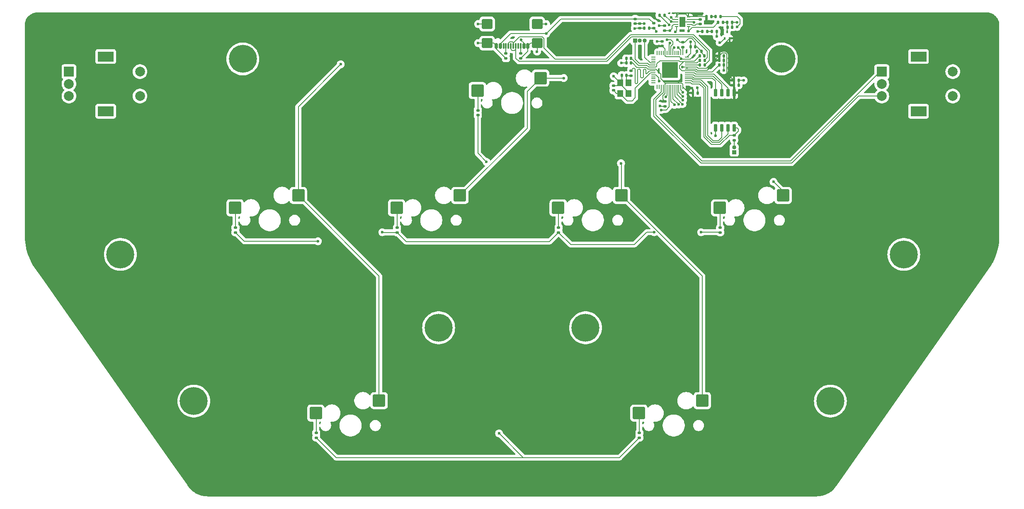
<source format=gbr>
%TF.GenerationSoftware,KiCad,Pcbnew,8.0.4*%
%TF.CreationDate,2024-07-22T17:52:48+08:00*%
%TF.ProjectId,PH-AC,50482d41-432e-46b6-9963-61645f706362,rev?*%
%TF.SameCoordinates,PX405f7e0PY328b740*%
%TF.FileFunction,Copper,L2,Bot*%
%TF.FilePolarity,Positive*%
%FSLAX46Y46*%
G04 Gerber Fmt 4.6, Leading zero omitted, Abs format (unit mm)*
G04 Created by KiCad (PCBNEW 8.0.4) date 2024-07-22 17:52:48*
%MOMM*%
%LPD*%
G01*
G04 APERTURE LIST*
G04 Aperture macros list*
%AMRoundRect*
0 Rectangle with rounded corners*
0 $1 Rounding radius*
0 $2 $3 $4 $5 $6 $7 $8 $9 X,Y pos of 4 corners*
0 Add a 4 corners polygon primitive as box body*
4,1,4,$2,$3,$4,$5,$6,$7,$8,$9,$2,$3,0*
0 Add four circle primitives for the rounded corners*
1,1,$1+$1,$2,$3*
1,1,$1+$1,$4,$5*
1,1,$1+$1,$6,$7*
1,1,$1+$1,$8,$9*
0 Add four rect primitives between the rounded corners*
20,1,$1+$1,$2,$3,$4,$5,0*
20,1,$1+$1,$4,$5,$6,$7,0*
20,1,$1+$1,$6,$7,$8,$9,0*
20,1,$1+$1,$8,$9,$2,$3,0*%
G04 Aperture macros list end*
%TA.AperFunction,SMDPad,CuDef*%
%ADD10R,0.762000X0.254000*%
%TD*%
%TA.AperFunction,SMDPad,CuDef*%
%ADD11R,1.244600X2.057400*%
%TD*%
%TA.AperFunction,ComponentPad*%
%ADD12C,5.700000*%
%TD*%
%TA.AperFunction,SMDPad,CuDef*%
%ADD13RoundRect,0.250000X-1.025000X-1.000000X1.025000X-1.000000X1.025000X1.000000X-1.025000X1.000000X0*%
%TD*%
%TA.AperFunction,ComponentPad*%
%ADD14R,2.000000X2.000000*%
%TD*%
%TA.AperFunction,ComponentPad*%
%ADD15C,2.000000*%
%TD*%
%TA.AperFunction,ComponentPad*%
%ADD16R,3.200000X2.000000*%
%TD*%
%TA.AperFunction,SMDPad,CuDef*%
%ADD17RoundRect,0.140000X-0.140000X-0.170000X0.140000X-0.170000X0.140000X0.170000X-0.140000X0.170000X0*%
%TD*%
%TA.AperFunction,SMDPad,CuDef*%
%ADD18RoundRect,0.135000X-0.185000X0.135000X-0.185000X-0.135000X0.185000X-0.135000X0.185000X0.135000X0*%
%TD*%
%TA.AperFunction,SMDPad,CuDef*%
%ADD19RoundRect,0.140000X0.170000X-0.140000X0.170000X0.140000X-0.170000X0.140000X-0.170000X-0.140000X0*%
%TD*%
%TA.AperFunction,SMDPad,CuDef*%
%ADD20RoundRect,0.147500X0.172500X-0.147500X0.172500X0.147500X-0.172500X0.147500X-0.172500X-0.147500X0*%
%TD*%
%TA.AperFunction,SMDPad,CuDef*%
%ADD21RoundRect,0.140000X0.140000X0.170000X-0.140000X0.170000X-0.140000X-0.170000X0.140000X-0.170000X0*%
%TD*%
%TA.AperFunction,SMDPad,CuDef*%
%ADD22RoundRect,0.135000X-0.135000X-0.185000X0.135000X-0.185000X0.135000X0.185000X-0.135000X0.185000X0*%
%TD*%
%TA.AperFunction,SMDPad,CuDef*%
%ADD23RoundRect,0.150000X-0.150000X-0.425000X0.150000X-0.425000X0.150000X0.425000X-0.150000X0.425000X0*%
%TD*%
%TA.AperFunction,SMDPad,CuDef*%
%ADD24RoundRect,0.075000X-0.075000X-0.500000X0.075000X-0.500000X0.075000X0.500000X-0.075000X0.500000X0*%
%TD*%
%TA.AperFunction,SMDPad,CuDef*%
%ADD25RoundRect,0.250000X-0.840000X-0.750000X0.840000X-0.750000X0.840000X0.750000X-0.840000X0.750000X0*%
%TD*%
%TA.AperFunction,SMDPad,CuDef*%
%ADD26R,1.200000X1.400000*%
%TD*%
%TA.AperFunction,SMDPad,CuDef*%
%ADD27RoundRect,0.050000X0.050000X-0.387500X0.050000X0.387500X-0.050000X0.387500X-0.050000X-0.387500X0*%
%TD*%
%TA.AperFunction,SMDPad,CuDef*%
%ADD28RoundRect,0.050000X0.387500X-0.050000X0.387500X0.050000X-0.387500X0.050000X-0.387500X-0.050000X0*%
%TD*%
%TA.AperFunction,HeatsinkPad*%
%ADD29R,3.200000X3.200000*%
%TD*%
%TA.AperFunction,SMDPad,CuDef*%
%ADD30RoundRect,0.140000X-0.170000X0.140000X-0.170000X-0.140000X0.170000X-0.140000X0.170000X0.140000X0*%
%TD*%
%TA.AperFunction,SMDPad,CuDef*%
%ADD31RoundRect,0.135000X0.135000X0.185000X-0.135000X0.185000X-0.135000X-0.185000X0.135000X-0.185000X0*%
%TD*%
%TA.AperFunction,SMDPad,CuDef*%
%ADD32RoundRect,0.100000X-0.100000X0.155000X-0.100000X-0.155000X0.100000X-0.155000X0.100000X0.155000X0*%
%TD*%
%TA.AperFunction,SMDPad,CuDef*%
%ADD33RoundRect,0.147500X0.147500X0.172500X-0.147500X0.172500X-0.147500X-0.172500X0.147500X-0.172500X0*%
%TD*%
%TA.AperFunction,ComponentPad*%
%ADD34R,0.850000X0.850000*%
%TD*%
%TA.AperFunction,ComponentPad*%
%ADD35O,0.850000X0.850000*%
%TD*%
%TA.AperFunction,SMDPad,CuDef*%
%ADD36RoundRect,0.150000X0.150000X-0.650000X0.150000X0.650000X-0.150000X0.650000X-0.150000X-0.650000X0*%
%TD*%
%TA.AperFunction,SMDPad,CuDef*%
%ADD37RoundRect,0.135000X0.185000X-0.135000X0.185000X0.135000X-0.185000X0.135000X-0.185000X-0.135000X0*%
%TD*%
%TA.AperFunction,ViaPad*%
%ADD38C,0.600000*%
%TD*%
%TA.AperFunction,Conductor*%
%ADD39C,0.200000*%
%TD*%
G04 APERTURE END LIST*
D10*
%TO.P,U2,1,VOUT*%
%TO.N,+3V3*%
X136038400Y-1400000D03*
%TO.P,U2,2,LX2*%
%TO.N,Net-(U2-LX2)*%
X136038400Y-1900002D03*
%TO.P,U2,3,GND*%
%TO.N,GND*%
X136038400Y-2400001D03*
%TO.P,U2,4,LX1*%
%TO.N,Net-(U2-LX1)*%
X136038400Y-2900000D03*
%TO.P,U2,5,VIN*%
%TO.N,/VSYS*%
X136038400Y-3400002D03*
%TO.P,U2,6,EN*%
%TO.N,Net-(U2-EN)*%
X133600000Y-3400002D03*
%TO.P,U2,7,PS*%
%TO.N,/GPIO23*%
X133600000Y-2900000D03*
%TO.P,U2,8,VINA*%
%TO.N,/VSYS*%
X133600000Y-2400001D03*
%TO.P,U2,9,GND*%
%TO.N,GND*%
X133600000Y-1900002D03*
%TO.P,U2,10,FB*%
%TO.N,+3V3*%
X133600000Y-1400000D03*
D11*
%TO.P,U2,11,GND*%
%TO.N,GND*%
X134819200Y-2400001D03*
%TD*%
D12*
%TO.P,H8,1*%
%TO.N,N/C*%
X115000000Y-65000000D03*
%TD*%
%TO.P,H7,1*%
%TO.N,N/C*%
X85000000Y-65000000D03*
%TD*%
%TO.P,H6,1*%
%TO.N,N/C*%
X165000000Y-80000000D03*
%TD*%
%TO.P,H5,1*%
%TO.N,N/C*%
X35000000Y-80000000D03*
%TD*%
%TO.P,H4,1*%
%TO.N,N/C*%
X180000000Y-50000000D03*
%TD*%
%TO.P,H3,1*%
%TO.N,N/C*%
X20000000Y-50000000D03*
%TD*%
%TO.P,H2,1*%
%TO.N,N/C*%
X155000000Y-10000000D03*
%TD*%
%TO.P,H1,1*%
%TO.N,N/C*%
X45000000Y-10000000D03*
%TD*%
D13*
%TO.P,SW4,1,1*%
%TO.N,Net-(D3-A)*%
X43415000Y-40460000D03*
%TO.P,SW4,2,2*%
%TO.N,COL0*%
X56342000Y-37920000D03*
%TD*%
%TO.P,SW9,1,1*%
%TO.N,Net-(D8-A)*%
X92915000Y-16460000D03*
%TO.P,SW9,2,2*%
%TO.N,COL1*%
X105842000Y-13920000D03*
%TD*%
%TO.P,SW7,1,1*%
%TO.N,Net-(D6-A)*%
X142415000Y-40460000D03*
%TO.P,SW7,2,2*%
%TO.N,COL3*%
X155342000Y-37920000D03*
%TD*%
%TO.P,SW5,1,1*%
%TO.N,Net-(D4-A)*%
X76415000Y-40460000D03*
%TO.P,SW5,2,2*%
%TO.N,COL1*%
X89342000Y-37920000D03*
%TD*%
%TO.P,SW8,1,1*%
%TO.N,Net-(D7-A)*%
X59915000Y-82460000D03*
%TO.P,SW8,2,2*%
%TO.N,COL0*%
X72842000Y-79920000D03*
%TD*%
%TO.P,SW6,1,1*%
%TO.N,Net-(D5-A)*%
X109415000Y-40460000D03*
%TO.P,SW6,2,2*%
%TO.N,COL2*%
X122342000Y-37920000D03*
%TD*%
%TO.P,SW10,1,1*%
%TO.N,Net-(D9-A)*%
X125915000Y-82460000D03*
%TO.P,SW10,2,2*%
%TO.N,COL2*%
X138842000Y-79920000D03*
%TD*%
D14*
%TO.P,SW3,A,A*%
%TO.N,ENC2A*%
X175500000Y-12600000D03*
D15*
%TO.P,SW3,B,B*%
%TO.N,ENC2B*%
X175500000Y-17600000D03*
%TO.P,SW3,C,C*%
%TO.N,GND*%
X175500000Y-15100000D03*
D16*
%TO.P,SW3,MP,MP*%
X183000000Y-9500000D03*
X183000000Y-20700000D03*
D15*
%TO.P,SW3,S1,S1*%
%TO.N,unconnected-(SW3-PadS1)*%
X190000000Y-17600000D03*
%TO.P,SW3,S2,S2*%
%TO.N,unconnected-(SW3-PadS2)*%
X190000000Y-12600000D03*
%TD*%
D14*
%TO.P,SW2,A,A*%
%TO.N,ENC1A*%
X9500000Y-12600000D03*
D15*
%TO.P,SW2,B,B*%
%TO.N,ENC1B*%
X9500000Y-17600000D03*
%TO.P,SW2,C,C*%
%TO.N,GND*%
X9500000Y-15100000D03*
D16*
%TO.P,SW2,MP,MP*%
X17000000Y-9500000D03*
X17000000Y-20700000D03*
D15*
%TO.P,SW2,S1,S1*%
%TO.N,unconnected-(SW2-PadS1)*%
X24000000Y-17600000D03*
%TO.P,SW2,S2,S2*%
%TO.N,unconnected-(SW2-PadS2)*%
X24000000Y-12600000D03*
%TD*%
D17*
%TO.P,C11,1*%
%TO.N,Net-(U1-ADC_AVDD)*%
X136440000Y-7480000D03*
%TO.P,C11,2*%
%TO.N,GND*%
X137400000Y-7480000D03*
%TD*%
D18*
%TO.P,R5,1*%
%TO.N,VBUS*%
X128900000Y-2700000D03*
%TO.P,R5,2*%
%TO.N,/GPIO24*%
X128900000Y-3720000D03*
%TD*%
D17*
%TO.P,C7,1*%
%TO.N,+1V1*%
X142320000Y-11250000D03*
%TO.P,C7,2*%
%TO.N,GND*%
X143280000Y-11250000D03*
%TD*%
%TO.P,C9,1*%
%TO.N,+1V1*%
X138350000Y-9330000D03*
%TO.P,C9,2*%
%TO.N,GND*%
X139310000Y-9330000D03*
%TD*%
D18*
%TO.P,R12,1*%
%TO.N,/XOUT*%
X124300000Y-12390000D03*
%TO.P,R12,2*%
%TO.N,Net-(C18-Pad1)*%
X124300000Y-13410000D03*
%TD*%
D19*
%TO.P,C6,1*%
%TO.N,+3V3*%
X134850000Y-7560000D03*
%TO.P,C6,2*%
%TO.N,GND*%
X134850000Y-6600000D03*
%TD*%
D20*
%TO.P,D7,1,K*%
%TO.N,ROW1*%
X60000000Y-87485000D03*
%TO.P,D7,2,A*%
%TO.N,Net-(D7-A)*%
X60000000Y-86515000D03*
%TD*%
%TO.P,D8,1,K*%
%TO.N,ROW1*%
X93000000Y-21485000D03*
%TO.P,D8,2,A*%
%TO.N,Net-(D8-A)*%
X93000000Y-20515000D03*
%TD*%
D21*
%TO.P,C3,1*%
%TO.N,+3V3*%
X124280000Y-10850000D03*
%TO.P,C3,2*%
%TO.N,GND*%
X123320000Y-10850000D03*
%TD*%
D22*
%TO.P,R11,1*%
%TO.N,Net-(Q1-D)*%
X143940000Y-2550000D03*
%TO.P,R11,2*%
%TO.N,GND*%
X144960000Y-2550000D03*
%TD*%
D23*
%TO.P,J1,A1,GND*%
%TO.N,GND*%
X96800000Y-7355000D03*
%TO.P,J1,A4,VBUS*%
%TO.N,VBUS*%
X97600000Y-7355000D03*
D24*
%TO.P,J1,A5,CC1*%
%TO.N,Net-(J1-CC1)*%
X98750000Y-7355000D03*
%TO.P,J1,A6,D+*%
%TO.N,/USB_DP*%
X99750000Y-7355000D03*
%TO.P,J1,A7,D-*%
%TO.N,/USB_DM*%
X100250000Y-7355000D03*
%TO.P,J1,A8*%
%TO.N,N/C*%
X101250000Y-7355000D03*
D23*
%TO.P,J1,A9,VBUS*%
%TO.N,VBUS*%
X102400000Y-7355000D03*
%TO.P,J1,A12,GND*%
%TO.N,GND*%
X103200000Y-7355000D03*
%TO.P,J1,B1,GND*%
X103200000Y-7355000D03*
%TO.P,J1,B4,VBUS*%
%TO.N,VBUS*%
X102400000Y-7355000D03*
D24*
%TO.P,J1,B5,CC2*%
%TO.N,Net-(J1-CC2)*%
X101750000Y-7355000D03*
%TO.P,J1,B6,D+*%
%TO.N,/USB_DP*%
X100750000Y-7355000D03*
%TO.P,J1,B7,D-*%
%TO.N,/USB_DM*%
X99250000Y-7355000D03*
%TO.P,J1,B8*%
%TO.N,N/C*%
X98250000Y-7355000D03*
D23*
%TO.P,J1,B9,VBUS*%
%TO.N,VBUS*%
X97600000Y-7355000D03*
%TO.P,J1,B12,GND*%
%TO.N,GND*%
X96800000Y-7355000D03*
D25*
%TO.P,J1,S1,SHIELD*%
X94890000Y-2850000D03*
X94890000Y-6780000D03*
X105110000Y-2850000D03*
X105110000Y-6780000D03*
%TD*%
D22*
%TO.P,R10,1*%
%TO.N,/VSYS*%
X142080000Y-2550000D03*
%TO.P,R10,2*%
%TO.N,Net-(Q1-D)*%
X143100000Y-2550000D03*
%TD*%
D20*
%TO.P,D6,1,K*%
%TO.N,ROW0*%
X142500000Y-45485000D03*
%TO.P,D6,2,A*%
%TO.N,Net-(D6-A)*%
X142500000Y-44515000D03*
%TD*%
D22*
%TO.P,R13,1*%
%TO.N,Net-(U1-GPIO25)*%
X138880000Y-4350000D03*
%TO.P,R13,2*%
%TO.N,Net-(D2-A)*%
X139900000Y-4350000D03*
%TD*%
D26*
%TO.P,Y1,1,1*%
%TO.N,/XIN*%
X122050000Y-17050000D03*
%TO.P,Y1,2,2*%
%TO.N,GND*%
X122050000Y-14850000D03*
%TO.P,Y1,3,3*%
%TO.N,Net-(C18-Pad1)*%
X123750000Y-14850000D03*
%TO.P,Y1,4,4*%
%TO.N,GND*%
X123750000Y-17050000D03*
%TD*%
D20*
%TO.P,D3,1,K*%
%TO.N,ROW0*%
X43500000Y-45485000D03*
%TO.P,D3,2,A*%
%TO.N,Net-(D3-A)*%
X43500000Y-44515000D03*
%TD*%
%TO.P,D4,1,K*%
%TO.N,ROW0*%
X76500000Y-45485000D03*
%TO.P,D4,2,A*%
%TO.N,Net-(D4-A)*%
X76500000Y-44515000D03*
%TD*%
D17*
%TO.P,C15,1*%
%TO.N,+3V3*%
X145320000Y-15350000D03*
%TO.P,C15,2*%
%TO.N,GND*%
X146280000Y-15350000D03*
%TD*%
D27*
%TO.P,U1,1,IOVDD*%
%TO.N,+3V3*%
X134850000Y-15687500D03*
%TO.P,U1,2,GPIO0*%
%TO.N,COL0*%
X134450000Y-15687500D03*
%TO.P,U1,3,GPIO1*%
%TO.N,COL1*%
X134050000Y-15687500D03*
%TO.P,U1,4,GPIO2*%
%TO.N,COL2*%
X133650000Y-15687500D03*
%TO.P,U1,5,GPIO3*%
%TO.N,COL3*%
X133250000Y-15687500D03*
%TO.P,U1,6,GPIO4*%
%TO.N,ROW0*%
X132850000Y-15687500D03*
%TO.P,U1,7,GPIO5*%
%TO.N,ROW1*%
X132450000Y-15687500D03*
%TO.P,U1,8,GPIO6*%
%TO.N,ENC1A*%
X132050000Y-15687500D03*
%TO.P,U1,9,GPIO7*%
%TO.N,ENC1B*%
X131650000Y-15687500D03*
%TO.P,U1,10,IOVDD*%
%TO.N,+3V3*%
X131250000Y-15687500D03*
%TO.P,U1,11,GPIO8*%
%TO.N,ENC2A*%
X130850000Y-15687500D03*
%TO.P,U1,12,GPIO9*%
%TO.N,ENC2B*%
X130450000Y-15687500D03*
%TO.P,U1,13,GPIO10*%
%TO.N,unconnected-(U1-GPIO10-Pad13)*%
X130050000Y-15687500D03*
%TO.P,U1,14,GPIO11*%
%TO.N,unconnected-(U1-GPIO11-Pad14)*%
X129650000Y-15687500D03*
D28*
%TO.P,U1,15,GPIO12*%
%TO.N,unconnected-(U1-GPIO12-Pad15)*%
X128812500Y-14850000D03*
%TO.P,U1,16,GPIO13*%
%TO.N,unconnected-(U1-GPIO13-Pad16)*%
X128812500Y-14450000D03*
%TO.P,U1,17,GPIO14*%
%TO.N,unconnected-(U1-GPIO14-Pad17)*%
X128812500Y-14050000D03*
%TO.P,U1,18,GPIO15*%
%TO.N,unconnected-(U1-GPIO15-Pad18)*%
X128812500Y-13650000D03*
%TO.P,U1,19,TESTEN*%
%TO.N,GND*%
X128812500Y-13250000D03*
%TO.P,U1,20,XIN*%
%TO.N,/XIN*%
X128812500Y-12850000D03*
%TO.P,U1,21,XOUT*%
%TO.N,/XOUT*%
X128812500Y-12450000D03*
%TO.P,U1,22,IOVDD*%
%TO.N,+3V3*%
X128812500Y-12050000D03*
%TO.P,U1,23,DVDD*%
%TO.N,+1V1*%
X128812500Y-11650000D03*
%TO.P,U1,24,SWCLK*%
%TO.N,Net-(J2-Pin_1)*%
X128812500Y-11250000D03*
%TO.P,U1,25,SWD*%
%TO.N,Net-(J2-Pin_3)*%
X128812500Y-10850000D03*
%TO.P,U1,26,RUN*%
%TO.N,unconnected-(U1-RUN-Pad26)*%
X128812500Y-10450000D03*
%TO.P,U1,27,GPIO16*%
%TO.N,unconnected-(U1-GPIO16-Pad27)*%
X128812500Y-10050000D03*
%TO.P,U1,28,GPIO17*%
%TO.N,unconnected-(U1-GPIO17-Pad28)*%
X128812500Y-9650000D03*
D27*
%TO.P,U1,29,GPIO18*%
%TO.N,unconnected-(U1-GPIO18-Pad29)*%
X129650000Y-8812500D03*
%TO.P,U1,30,GPIO19*%
%TO.N,unconnected-(U1-GPIO19-Pad30)*%
X130050000Y-8812500D03*
%TO.P,U1,31,GPIO20*%
%TO.N,unconnected-(U1-GPIO20-Pad31)*%
X130450000Y-8812500D03*
%TO.P,U1,32,GPIO21*%
%TO.N,unconnected-(U1-GPIO21-Pad32)*%
X130850000Y-8812500D03*
%TO.P,U1,33,IOVDD*%
%TO.N,+3V3*%
X131250000Y-8812500D03*
%TO.P,U1,34,GPIO22*%
%TO.N,unconnected-(U1-GPIO22-Pad34)*%
X131650000Y-8812500D03*
%TO.P,U1,35,GPIO23*%
%TO.N,/GPIO23*%
X132050000Y-8812500D03*
%TO.P,U1,36,GPIO24*%
%TO.N,/GPIO24*%
X132450000Y-8812500D03*
%TO.P,U1,37,GPIO25*%
%TO.N,Net-(U1-GPIO25)*%
X132850000Y-8812500D03*
%TO.P,U1,38,GPIO26_ADC0*%
%TO.N,unconnected-(U1-GPIO26_ADC0-Pad38)*%
X133250000Y-8812500D03*
%TO.P,U1,39,GPIO27_ADC1*%
%TO.N,unconnected-(U1-GPIO27_ADC1-Pad39)*%
X133650000Y-8812500D03*
%TO.P,U1,40,GPIO28_ADC2*%
%TO.N,unconnected-(U1-GPIO28_ADC2-Pad40)*%
X134050000Y-8812500D03*
%TO.P,U1,41,GPIO29_ADC3*%
%TO.N,/GPIO29_ADC3*%
X134450000Y-8812500D03*
%TO.P,U1,42,IOVDD*%
%TO.N,+3V3*%
X134850000Y-8812500D03*
D28*
%TO.P,U1,43,ADC_AVDD*%
%TO.N,Net-(U1-ADC_AVDD)*%
X135687500Y-9650000D03*
%TO.P,U1,44,VREG_IN*%
%TO.N,+3V3*%
X135687500Y-10050000D03*
%TO.P,U1,45,VREG_VOUT*%
%TO.N,+1V1*%
X135687500Y-10450000D03*
%TO.P,U1,46,USB_DM*%
%TO.N,Net-(U1-USB_DM)*%
X135687500Y-10850000D03*
%TO.P,U1,47,USB_DP*%
%TO.N,Net-(U1-USB_DP)*%
X135687500Y-11250000D03*
%TO.P,U1,48,USB_VDD*%
%TO.N,+3V3*%
X135687500Y-11650000D03*
%TO.P,U1,49,IOVDD*%
X135687500Y-12050000D03*
%TO.P,U1,50,DVDD*%
%TO.N,+1V1*%
X135687500Y-12450000D03*
%TO.P,U1,51,QSPI_SD3*%
%TO.N,/QSPI_SD3*%
X135687500Y-12850000D03*
%TO.P,U1,52,QSPI_SCLK*%
%TO.N,/QSPI_SCLK*%
X135687500Y-13250000D03*
%TO.P,U1,53,QSPI_SD0*%
%TO.N,/QSPI_SD0*%
X135687500Y-13650000D03*
%TO.P,U1,54,QSPI_SD2*%
%TO.N,/QSPI_SD2*%
X135687500Y-14050000D03*
%TO.P,U1,55,QSPI_SD1*%
%TO.N,/QSPI_SD1*%
X135687500Y-14450000D03*
%TO.P,U1,56,QSPI_SS*%
%TO.N,/QSPI_SS*%
X135687500Y-14850000D03*
D29*
%TO.P,U1,57,GND*%
%TO.N,GND*%
X132250000Y-12250000D03*
%TD*%
D19*
%TO.P,C13,1*%
%TO.N,+3V3*%
X130650000Y-7360000D03*
%TO.P,C13,2*%
%TO.N,GND*%
X130650000Y-6400000D03*
%TD*%
D30*
%TO.P,C12,1*%
%TO.N,/VSYS*%
X126100000Y-2770000D03*
%TO.P,C12,2*%
%TO.N,GND*%
X126100000Y-3730000D03*
%TD*%
D31*
%TO.P,R6,1*%
%TO.N,/GPIO24*%
X128010000Y-3700000D03*
%TO.P,R6,2*%
%TO.N,GND*%
X126990000Y-3700000D03*
%TD*%
D17*
%TO.P,C2,1*%
%TO.N,+3V3*%
X142320000Y-10300000D03*
%TO.P,C2,2*%
%TO.N,GND*%
X143280000Y-10300000D03*
%TD*%
D31*
%TO.P,R3,1*%
%TO.N,/USB_DM*%
X139340000Y-11250000D03*
%TO.P,R3,2*%
%TO.N,Net-(U1-USB_DP)*%
X138320000Y-11250000D03*
%TD*%
D20*
%TO.P,D9,1,K*%
%TO.N,ROW1*%
X126000000Y-87485000D03*
%TO.P,D9,2,A*%
%TO.N,Net-(D9-A)*%
X126000000Y-86515000D03*
%TD*%
D18*
%TO.P,R15,1*%
%TO.N,Net-(J1-CC2)*%
X101750000Y-8880000D03*
%TO.P,R15,2*%
%TO.N,GND*%
X101750000Y-9900000D03*
%TD*%
D31*
%TO.P,R7,1*%
%TO.N,/VSYS*%
X131110000Y-1050000D03*
%TO.P,R7,2*%
%TO.N,Net-(U2-EN)*%
X130090000Y-1050000D03*
%TD*%
D32*
%TO.P,Q1,1,G*%
%TO.N,+3V3*%
X144440000Y-5790000D03*
%TO.P,Q1,2,S*%
%TO.N,/GPIO29_ADC3*%
X143440000Y-5790000D03*
%TO.P,Q1,3,D*%
%TO.N,Net-(Q1-D)*%
X143940000Y-4500000D03*
%TD*%
D33*
%TO.P,D2,1,K*%
%TO.N,GND*%
X141775000Y-4350000D03*
%TO.P,D2,2,A*%
%TO.N,Net-(D2-A)*%
X140805000Y-4350000D03*
%TD*%
D34*
%TO.P,SW1,1,1*%
%TO.N,GND*%
X145350000Y-29060000D03*
D35*
%TO.P,SW1,2,2*%
%TO.N,Net-(R9-Pad1)*%
X145350000Y-28060000D03*
%TD*%
D22*
%TO.P,R2,1*%
%TO.N,+3V3*%
X139700000Y-1300000D03*
%TO.P,R2,2*%
%TO.N,Net-(R1-Pad1)*%
X140720000Y-1300000D03*
%TD*%
D31*
%TO.P,R4,1*%
%TO.N,/USB_DP*%
X139340000Y-10300000D03*
%TO.P,R4,2*%
%TO.N,Net-(U1-USB_DM)*%
X138320000Y-10300000D03*
%TD*%
D36*
%TO.P,U3,1,~{CS}*%
%TO.N,/QSPI_SS*%
X145355000Y-24100000D03*
%TO.P,U3,2,DO(IO1)*%
%TO.N,/QSPI_SD1*%
X144085000Y-24100000D03*
%TO.P,U3,3,IO2*%
%TO.N,/QSPI_SD2*%
X142815000Y-24100000D03*
%TO.P,U3,4,GND*%
%TO.N,GND*%
X141545000Y-24100000D03*
%TO.P,U3,5,DI(IO0)*%
%TO.N,/QSPI_SD0*%
X141545000Y-16900000D03*
%TO.P,U3,6,CLK*%
%TO.N,/QSPI_SCLK*%
X142815000Y-16900000D03*
%TO.P,U3,7,IO3*%
%TO.N,/QSPI_SD3*%
X144085000Y-16900000D03*
%TO.P,U3,8,VCC*%
%TO.N,+3V3*%
X145355000Y-16900000D03*
%TD*%
D37*
%TO.P,R9,1*%
%TO.N,Net-(R9-Pad1)*%
X145350000Y-26610000D03*
%TO.P,R9,2*%
%TO.N,/QSPI_SS*%
X145350000Y-25590000D03*
%TD*%
D17*
%TO.P,C4,1*%
%TO.N,+3V3*%
X136940000Y-16950000D03*
%TO.P,C4,2*%
%TO.N,GND*%
X137900000Y-16950000D03*
%TD*%
%TO.P,C10,1*%
%TO.N,+3V3*%
X137740000Y-8400000D03*
%TO.P,C10,2*%
%TO.N,GND*%
X138700000Y-8400000D03*
%TD*%
D37*
%TO.P,R8,1*%
%TO.N,/GPIO23*%
X131100000Y-4210000D03*
%TO.P,R8,2*%
%TO.N,GND*%
X131100000Y-3190000D03*
%TD*%
D17*
%TO.P,C16,1*%
%TO.N,Net-(Q1-D)*%
X143970000Y-3500000D03*
%TO.P,C16,2*%
%TO.N,GND*%
X144930000Y-3500000D03*
%TD*%
D18*
%TO.P,R14,1*%
%TO.N,Net-(J1-CC1)*%
X98750000Y-8880000D03*
%TO.P,R14,2*%
%TO.N,GND*%
X98750000Y-9900000D03*
%TD*%
D30*
%TO.P,C5,1*%
%TO.N,+3V3*%
X131250000Y-18720000D03*
%TO.P,C5,2*%
%TO.N,GND*%
X131250000Y-19680000D03*
%TD*%
D17*
%TO.P,C1,1*%
%TO.N,+3V3*%
X142320000Y-9350000D03*
%TO.P,C1,2*%
%TO.N,GND*%
X143280000Y-9350000D03*
%TD*%
%TO.P,C14,1*%
%TO.N,+3V3*%
X145320000Y-14400000D03*
%TO.P,C14,2*%
%TO.N,GND*%
X146280000Y-14400000D03*
%TD*%
D21*
%TO.P,C18,1*%
%TO.N,Net-(C18-Pad1)*%
X123380000Y-13350000D03*
%TO.P,C18,2*%
%TO.N,GND*%
X122420000Y-13350000D03*
%TD*%
D20*
%TO.P,D5,1,K*%
%TO.N,ROW0*%
X109500000Y-45485000D03*
%TO.P,D5,2,A*%
%TO.N,Net-(D5-A)*%
X109500000Y-44515000D03*
%TD*%
D19*
%TO.P,C17,1*%
%TO.N,/XIN*%
X120700000Y-16430000D03*
%TO.P,C17,2*%
%TO.N,GND*%
X120700000Y-15470000D03*
%TD*%
D34*
%TO.P,J2,1,Pin_1*%
%TO.N,Net-(J2-Pin_1)*%
X125100000Y-6200000D03*
D35*
%TO.P,J2,2,Pin_2*%
%TO.N,GND*%
X126100000Y-6200000D03*
%TO.P,J2,3,Pin_3*%
%TO.N,Net-(J2-Pin_3)*%
X127100000Y-6200000D03*
%TD*%
D19*
%TO.P,L1,1,1*%
%TO.N,Net-(U2-LX1)*%
X138400000Y-2880000D03*
%TO.P,L1,2,2*%
%TO.N,Net-(U2-LX2)*%
X138400000Y-1920000D03*
%TD*%
D22*
%TO.P,R1,1*%
%TO.N,Net-(R1-Pad1)*%
X141560000Y-1300000D03*
%TO.P,R1,2*%
%TO.N,Net-(U1-ADC_AVDD)*%
X142580000Y-1300000D03*
%TD*%
D20*
%TO.P,D1,1,K*%
%TO.N,/VSYS*%
X125150000Y-2785000D03*
%TO.P,D1,2,A*%
%TO.N,VBUS*%
X125150000Y-1815000D03*
%TD*%
D21*
%TO.P,C8,1*%
%TO.N,+1V1*%
X124280000Y-9900000D03*
%TO.P,C8,2*%
%TO.N,GND*%
X123320000Y-9900000D03*
%TD*%
D38*
%TO.N,+3V3*%
X139700000Y-2350000D03*
X134750000Y-11650000D03*
X134550000Y-9950000D03*
X146000000Y-5800000D03*
X134500000Y-14300000D03*
%TO.N,Net-(U1-ADC_AVDD)*%
X136450000Y-6450000D03*
X145950000Y-3450000D03*
%TO.N,/VSYS*%
X126950000Y-2800000D03*
X132493556Y-2384466D03*
X136050000Y-4250000D03*
%TO.N,VBUS*%
X107000000Y-4800000D03*
X101823060Y-6080000D03*
%TO.N,ROW0*%
X138600000Y-45450000D03*
X60350000Y-47300000D03*
X73500000Y-45450000D03*
X129000000Y-45450000D03*
X134000000Y-19300000D03*
%TO.N,ROW1*%
X133150000Y-19400000D03*
X97350000Y-86600000D03*
X94750000Y-31050000D03*
%TO.N,/GPIO29_ADC3*%
X133900003Y-7650000D03*
X142400000Y-6650000D03*
%TO.N,/GPIO24*%
X131650000Y-6050000D03*
X129450000Y-4400000D03*
%TO.N,Net-(U2-EN)*%
X132050735Y-3050735D03*
X133350000Y-4450000D03*
%TO.N,/GPIO23*%
X132250000Y-6750000D03*
X132250735Y-4199265D03*
%TO.N,Net-(U1-GPIO25)*%
X137900000Y-4350000D03*
X133100000Y-7650000D03*
%TO.N,ENC1B*%
X131424265Y-17724265D03*
%TO.N,ENC1A*%
X130426471Y-20426471D03*
%TO.N,COL0*%
X134893292Y-16796208D03*
X65000000Y-11100000D03*
%TO.N,COL1*%
X134896785Y-17648231D03*
X110550000Y-13900000D03*
%TO.N,COL2*%
X122250000Y-31350000D03*
X134903186Y-18448208D03*
%TO.N,COL3*%
X153400000Y-35150000D03*
X134797842Y-19241241D03*
%TO.N,GND*%
X93050000Y-2850000D03*
X130200000Y-19600000D03*
X130000735Y-14499265D03*
X137150000Y-2520000D03*
X132250000Y-12250000D03*
X143250000Y-12300000D03*
X141550000Y-25750000D03*
X147300000Y-14400000D03*
X141800000Y-5400000D03*
X120750000Y-13550000D03*
X145950000Y-2550000D03*
X137800000Y-15850000D03*
X130050000Y-3200000D03*
X106950000Y-2850000D03*
X93050000Y-6750000D03*
X125050000Y-3750000D03*
X133800000Y-6100000D03*
X105100000Y-8500000D03*
X132478810Y-1521190D03*
X129600000Y-6400000D03*
X122300000Y-10850000D03*
%TD*%
D39*
%TO.N,+3V3*%
X137781076Y-11650000D02*
X138001076Y-11870000D01*
X144440000Y-5790000D02*
X142320000Y-7910000D01*
X134750000Y-11650000D02*
X135687500Y-11650000D01*
X139700000Y-1300000D02*
X136138400Y-1300000D01*
X133600000Y-1200000D02*
X134000000Y-800000D01*
X130350000Y-14000001D02*
X131250000Y-14900001D01*
X143850000Y-12930000D02*
X143860000Y-12920000D01*
X127715686Y-12050000D02*
X127365686Y-11700000D01*
X134000000Y-800000D02*
X135438400Y-800000D01*
X135438400Y-800000D02*
X136038400Y-1400000D01*
X133600000Y-1400000D02*
X133600000Y-1200000D01*
X144450000Y-5800000D02*
X144440000Y-5790000D01*
X143860000Y-8993866D02*
X143606134Y-8740000D01*
X125450000Y-11700000D02*
X124600000Y-10850000D01*
X142930000Y-8740000D02*
X142320000Y-9350000D01*
X145320000Y-14400000D02*
X143850000Y-12930000D01*
X130650000Y-7360000D02*
X131250000Y-7960000D01*
X130800000Y-17500000D02*
X130800000Y-18270000D01*
X137740000Y-8400000D02*
X137740000Y-8710000D01*
X135687500Y-11650000D02*
X135687500Y-12050000D01*
X136112500Y-16950000D02*
X136940000Y-16950000D01*
X135687500Y-11650000D02*
X137781076Y-11650000D01*
X131250000Y-7960000D02*
X131250000Y-8812500D01*
X145355000Y-16900000D02*
X145355000Y-14435000D01*
X139680000Y-11870000D02*
X142200000Y-9350000D01*
X131250000Y-14900001D02*
X131250000Y-15687500D01*
X134650000Y-10050000D02*
X134550000Y-9950000D01*
X146000000Y-5800000D02*
X144450000Y-5800000D01*
X143860000Y-12920000D02*
X143860000Y-8993866D01*
X131250000Y-9346360D02*
X131250000Y-8812500D01*
X137740000Y-8710000D02*
X136400000Y-10050000D01*
X142320000Y-7910000D02*
X142320000Y-9350000D01*
X135687500Y-12050000D02*
X137600000Y-12050000D01*
X128812500Y-12050000D02*
X127715686Y-12050000D01*
X131250000Y-15687500D02*
X131250000Y-17050000D01*
X136138400Y-1300000D02*
X136038400Y-1400000D01*
X133850000Y-14950000D02*
X133200000Y-14950000D01*
X134850000Y-8812500D02*
X134850000Y-7560000D01*
X129346360Y-12050000D02*
X130350000Y-13053640D01*
X134550000Y-9950000D02*
X134150000Y-9550000D01*
X131250000Y-17050000D02*
X130800000Y-17500000D01*
X134850000Y-15687500D02*
X136112500Y-16950000D01*
X134500000Y-14300000D02*
X133850000Y-14950000D01*
X139850000Y-12300000D02*
X141850000Y-10300000D01*
X131453640Y-9550000D02*
X131250000Y-9346360D01*
X134850000Y-15153640D02*
X134850000Y-15687500D01*
X137600000Y-12050000D02*
X137850000Y-12300000D01*
X131250000Y-15687500D02*
X131250000Y-15153640D01*
X137850000Y-12300000D02*
X139850000Y-12300000D01*
X134150000Y-9550000D02*
X131453640Y-9550000D01*
X133200000Y-14950000D02*
X134646360Y-14950000D01*
X142200000Y-9350000D02*
X142320000Y-9350000D01*
X130800000Y-18270000D02*
X131250000Y-18720000D01*
X139700000Y-1300000D02*
X139700000Y-2350000D01*
X136400000Y-10050000D02*
X135687500Y-10050000D01*
X124600000Y-10850000D02*
X124280000Y-10850000D01*
X131250000Y-15153640D02*
X131453640Y-14950000D01*
X135687500Y-10050000D02*
X134650000Y-10050000D01*
X138001076Y-11870000D02*
X139680000Y-11870000D01*
X141850000Y-10300000D02*
X142320000Y-10300000D01*
X130350000Y-13053640D02*
X130350000Y-14000001D01*
X145355000Y-14435000D02*
X145320000Y-14400000D01*
X128812500Y-12050000D02*
X129346360Y-12050000D01*
X143606134Y-8740000D02*
X142930000Y-8740000D01*
X131453640Y-14950000D02*
X133200000Y-14950000D01*
X127365686Y-11700000D02*
X125450000Y-11700000D01*
X134646360Y-14950000D02*
X134850000Y-15153640D01*
%TO.N,+1V1*%
X129550000Y-11446360D02*
X129550000Y-11000000D01*
X130200000Y-10350000D02*
X134101471Y-10350000D01*
X137684314Y-12700000D02*
X140870000Y-12700000D01*
X134150000Y-11898529D02*
X134701471Y-12450000D01*
X129346360Y-11650000D02*
X129550000Y-11446360D01*
X128812500Y-11650000D02*
X127881372Y-11650000D01*
X127881372Y-11650000D02*
X127531372Y-11300000D01*
X135687500Y-12450000D02*
X137434314Y-12450000D01*
X129550000Y-11000000D02*
X130200000Y-10350000D01*
X135001471Y-10550000D02*
X135101471Y-10450000D01*
X134150000Y-11401471D02*
X134150000Y-11898529D01*
X140870000Y-12700000D02*
X142320000Y-11250000D01*
X124400000Y-9900000D02*
X124280000Y-9900000D01*
X127531372Y-11300000D02*
X125800000Y-11300000D01*
X137434314Y-12450000D02*
X137684314Y-12700000D01*
X135101471Y-10450000D02*
X134150000Y-11401471D01*
X134701471Y-12450000D02*
X135687500Y-12450000D01*
X138350000Y-9330000D02*
X137230000Y-10450000D01*
X125800000Y-11300000D02*
X124400000Y-9900000D01*
X134101471Y-10350000D02*
X134301471Y-10550000D01*
X128812500Y-11650000D02*
X129346360Y-11650000D01*
X137230000Y-10450000D02*
X135687500Y-10450000D01*
X134301471Y-10550000D02*
X135001471Y-10550000D01*
X135101471Y-10450000D02*
X135687500Y-10450000D01*
%TO.N,Net-(U1-ADC_AVDD)*%
X136440000Y-6460000D02*
X136450000Y-6450000D01*
X145950000Y-3450000D02*
X146550000Y-2850000D01*
X136440000Y-8897500D02*
X135687500Y-9650000D01*
X136440000Y-7480000D02*
X136440000Y-8897500D01*
X136440000Y-7480000D02*
X136440000Y-6460000D01*
X145950000Y-1300000D02*
X142580000Y-1300000D01*
X146550000Y-1900000D02*
X145950000Y-1300000D01*
X146550000Y-2850000D02*
X146550000Y-1900000D01*
%TO.N,/VSYS*%
X125165000Y-2770000D02*
X125150000Y-2785000D01*
X126950000Y-2800000D02*
X126130000Y-2800000D01*
X136038400Y-4238400D02*
X136050000Y-4250000D01*
X132509091Y-2400001D02*
X132493556Y-2384466D01*
X136780000Y-3520000D02*
X136050000Y-4250000D01*
X142080000Y-2550000D02*
X141110000Y-3520000D01*
X126100000Y-2770000D02*
X125165000Y-2770000D01*
X131110000Y-1050000D02*
X131159090Y-1050000D01*
X131159090Y-1050000D02*
X132493556Y-2384466D01*
X141110000Y-3520000D02*
X136780000Y-3520000D01*
X126130000Y-2800000D02*
X126100000Y-2770000D01*
X136038400Y-3400002D02*
X136038400Y-4238400D01*
X133600000Y-2400001D02*
X132509091Y-2400001D01*
%TO.N,Net-(Q1-D)*%
X143940000Y-4500000D02*
X143940000Y-2550000D01*
X143100000Y-2550000D02*
X143940000Y-2550000D01*
%TO.N,Net-(C18-Pad1)*%
X123380000Y-14480000D02*
X123750000Y-14850000D01*
X123440000Y-13410000D02*
X123380000Y-13350000D01*
X124300000Y-13410000D02*
X123440000Y-13410000D01*
X123380000Y-13350000D02*
X123380000Y-14480000D01*
%TO.N,VBUS*%
X97600000Y-7355000D02*
X97600000Y-6897590D01*
X97600000Y-6897590D02*
X99697590Y-4800000D01*
X102400000Y-6780001D02*
X101823060Y-6203061D01*
X128015000Y-1815000D02*
X128900000Y-2700000D01*
X125150000Y-1815000D02*
X128015000Y-1815000D01*
X101823060Y-6203061D02*
X101823060Y-6080000D01*
X102400000Y-7355000D02*
X102400000Y-6780001D01*
X99697590Y-4800000D02*
X107000000Y-4800000D01*
X107000000Y-4800000D02*
X109985000Y-1815000D01*
X109985000Y-1815000D02*
X125150000Y-1815000D01*
%TO.N,Net-(D2-A)*%
X139900000Y-4350000D02*
X140805000Y-4350000D01*
%TO.N,ROW0*%
X107635000Y-47350000D02*
X78365000Y-47350000D01*
X60350000Y-47300000D02*
X45315000Y-47300000D01*
X73535000Y-45485000D02*
X73500000Y-45450000D01*
X138600000Y-45450000D02*
X142465000Y-45450000D01*
X132850000Y-15687500D02*
X132850000Y-18150000D01*
X132850000Y-18150000D02*
X134000000Y-19300000D01*
X129000000Y-45450000D02*
X127500000Y-45450000D01*
X45315000Y-47300000D02*
X43500000Y-45485000D01*
X76500000Y-45485000D02*
X73535000Y-45485000D01*
X127500000Y-45450000D02*
X125000000Y-47950000D01*
X125000000Y-47950000D02*
X111965000Y-47950000D01*
X111965000Y-47950000D02*
X109500000Y-45485000D01*
X142465000Y-45450000D02*
X142500000Y-45485000D01*
X109500000Y-45485000D02*
X107635000Y-47350000D01*
X78365000Y-47350000D02*
X76500000Y-45485000D01*
%TO.N,Net-(D3-A)*%
X43500000Y-40545000D02*
X43415000Y-40460000D01*
X43500000Y-44515000D02*
X43500000Y-40545000D01*
%TO.N,Net-(D4-A)*%
X76500000Y-40545000D02*
X76415000Y-40460000D01*
X76500000Y-44515000D02*
X76500000Y-40545000D01*
%TO.N,Net-(D5-A)*%
X109500000Y-44515000D02*
X109500000Y-40545000D01*
X109500000Y-40545000D02*
X109415000Y-40460000D01*
%TO.N,Net-(D6-A)*%
X142500000Y-44515000D02*
X142500000Y-40545000D01*
X142500000Y-40545000D02*
X142415000Y-40460000D01*
%TO.N,ROW1*%
X132450000Y-18700000D02*
X133150000Y-19400000D01*
X102800000Y-91550000D02*
X121935000Y-91550000D01*
X97350000Y-86600000D02*
X102300000Y-91550000D01*
X121935000Y-91550000D02*
X126000000Y-87485000D01*
X102300000Y-91550000D02*
X102800000Y-91550000D01*
X132450000Y-15687500D02*
X132450000Y-18700000D01*
X93000000Y-21485000D02*
X93000000Y-29300000D01*
X93000000Y-29300000D02*
X94750000Y-31050000D01*
X64065000Y-91550000D02*
X102800000Y-91550000D01*
X60000000Y-87485000D02*
X64065000Y-91550000D01*
%TO.N,Net-(D7-A)*%
X60000000Y-86515000D02*
X60000000Y-82545000D01*
X60000000Y-82545000D02*
X59915000Y-82460000D01*
%TO.N,Net-(D8-A)*%
X93000000Y-20515000D02*
X93000000Y-16545000D01*
X93000000Y-16545000D02*
X92915000Y-16460000D01*
%TO.N,Net-(D9-A)*%
X126000000Y-82545000D02*
X125915000Y-82460000D01*
X126000000Y-86515000D02*
X126000000Y-82545000D01*
%TO.N,/USB_DP*%
X100750000Y-9838924D02*
X101381076Y-10470000D01*
X99750000Y-7962410D02*
X100017590Y-8230000D01*
X119380000Y-10470000D02*
X124400000Y-5450000D01*
X139900000Y-9740000D02*
X139340000Y-10300000D01*
X100017590Y-8230000D02*
X100520000Y-8230000D01*
X124400000Y-5450000D02*
X136885685Y-5450000D01*
X101381076Y-10470000D02*
X119380000Y-10470000D01*
X100750000Y-7355000D02*
X100750000Y-9838924D01*
X99750000Y-7355000D02*
X99750000Y-7962410D01*
X100750000Y-8000000D02*
X100750000Y-7355000D01*
X136885685Y-5450000D02*
X139900000Y-8464315D01*
X100520000Y-8230000D02*
X100750000Y-8000000D01*
X139900000Y-8464315D02*
X139900000Y-9740000D01*
%TO.N,/USB_DM*%
X108805256Y-10070000D02*
X119214314Y-10070000D01*
X106500000Y-5795256D02*
X106500000Y-7764744D01*
X99250000Y-6747590D02*
X99517590Y-6480000D01*
X99250000Y-7355000D02*
X99250000Y-6747590D01*
X100250000Y-6747590D02*
X101517590Y-5480000D01*
X100250000Y-7355000D02*
X100250000Y-6747590D01*
X140300000Y-10290000D02*
X139340000Y-11250000D01*
X106184744Y-5480000D02*
X106500000Y-5795256D01*
X124234314Y-5050000D02*
X137051371Y-5050000D01*
X100250000Y-6700000D02*
X100250000Y-7355000D01*
X119214314Y-10070000D02*
X124234314Y-5050000D01*
X137051371Y-5050000D02*
X137285685Y-5284315D01*
X106500000Y-7764744D02*
X108805256Y-10070000D01*
X99517590Y-6480000D02*
X100030000Y-6480000D01*
X100030000Y-6480000D02*
X100250000Y-6700000D01*
X101517590Y-5480000D02*
X106184744Y-5480000D01*
X137285685Y-5284315D02*
X140300000Y-8298629D01*
X140300000Y-8298629D02*
X140300000Y-10290000D01*
%TO.N,Net-(J1-CC2)*%
X101750000Y-7355000D02*
X101750000Y-8880000D01*
%TO.N,Net-(J1-CC1)*%
X98750000Y-7355000D02*
X98750000Y-8880000D01*
%TO.N,Net-(J2-Pin_1)*%
X128812500Y-11250000D02*
X128047058Y-11250000D01*
X128047058Y-11250000D02*
X127697058Y-10900000D01*
X125100000Y-10034314D02*
X125100000Y-6200000D01*
X125965686Y-10900000D02*
X125100000Y-10034314D01*
X127697058Y-10900000D02*
X125965686Y-10900000D01*
%TO.N,Net-(J2-Pin_3)*%
X128812500Y-10850000D02*
X128250000Y-10850000D01*
X128250000Y-10850000D02*
X127100000Y-9700000D01*
X127100000Y-9700000D02*
X127100000Y-6200000D01*
%TO.N,Net-(U2-LX1)*%
X137668529Y-2850000D02*
X137398529Y-3120000D01*
X138370000Y-2850000D02*
X137668529Y-2850000D01*
X136646398Y-2900000D02*
X136038400Y-2900000D01*
X136866398Y-3120000D02*
X136646398Y-2900000D01*
X137398529Y-3120000D02*
X136866398Y-3120000D01*
X138400000Y-2880000D02*
X138370000Y-2850000D01*
%TO.N,Net-(U2-LX2)*%
X136058398Y-1920000D02*
X136038400Y-1900002D01*
X138400000Y-1920000D02*
X136058398Y-1920000D01*
%TO.N,/GPIO29_ADC3*%
X142580000Y-6650000D02*
X143440000Y-5790000D01*
X134450000Y-8812500D02*
X134450000Y-8199997D01*
X142400000Y-6650000D02*
X142580000Y-6650000D01*
X134450000Y-8199997D02*
X133900003Y-7650000D01*
%TO.N,Net-(R1-Pad1)*%
X141560000Y-1300000D02*
X140720000Y-1300000D01*
%TO.N,Net-(U1-USB_DP)*%
X138320000Y-11250000D02*
X135687500Y-11250000D01*
%TO.N,Net-(U1-USB_DM)*%
X138320000Y-10300000D02*
X138320000Y-10311076D01*
X137781076Y-10850000D02*
X135687500Y-10850000D01*
X138320000Y-10311076D02*
X137781076Y-10850000D01*
%TO.N,/GPIO24*%
X132398529Y-6050000D02*
X131650000Y-6050000D01*
X128010000Y-3700000D02*
X128880000Y-3700000D01*
X129450000Y-4400000D02*
X129450000Y-4270000D01*
X129450000Y-4270000D02*
X128900000Y-3720000D01*
X132450000Y-7398529D02*
X132850000Y-6998529D01*
X132850000Y-6998529D02*
X132850000Y-6501471D01*
X132850000Y-6501471D02*
X132398529Y-6050000D01*
X132450000Y-8812500D02*
X132450000Y-7398529D01*
X128880000Y-3700000D02*
X128900000Y-3720000D01*
%TO.N,Net-(U2-EN)*%
X130090000Y-1090000D02*
X130090000Y-1050000D01*
X132050735Y-3050735D02*
X130090000Y-1090000D01*
X133350000Y-4450000D02*
X133600000Y-4200000D01*
X133600000Y-4200000D02*
X133600000Y-3400002D01*
%TO.N,/GPIO23*%
X132650000Y-3800000D02*
X132650000Y-3242002D01*
X131110735Y-4199265D02*
X131100000Y-4210000D01*
X132992002Y-2900000D02*
X133600000Y-2900000D01*
X132250000Y-6750000D02*
X132050000Y-6950000D01*
X132250735Y-4199265D02*
X132650000Y-3800000D01*
X132650000Y-3242002D02*
X132992002Y-2900000D01*
X132050000Y-6950000D02*
X132050000Y-8812500D01*
X132250735Y-4199265D02*
X131110735Y-4199265D01*
%TO.N,Net-(R9-Pad1)*%
X145350000Y-26610000D02*
X145350000Y-28060000D01*
%TO.N,/QSPI_SS*%
X140718628Y-27500000D02*
X142481372Y-27500000D01*
X139150000Y-25931372D02*
X140718628Y-27500000D01*
X145355000Y-24100000D02*
X145950000Y-24100000D01*
X139150000Y-15981372D02*
X139150000Y-25931372D01*
X146200000Y-24350000D02*
X146200000Y-24740000D01*
X145950000Y-24100000D02*
X146200000Y-24350000D01*
X136690198Y-15100000D02*
X138268628Y-15100000D01*
X146200000Y-24740000D02*
X145350000Y-25590000D01*
X144391372Y-25590000D02*
X145350000Y-25590000D01*
X136440198Y-14850000D02*
X136690198Y-15100000D01*
X138268628Y-15100000D02*
X139150000Y-15981372D01*
X135687500Y-14850000D02*
X136440198Y-14850000D01*
X142481372Y-27500000D02*
X144391372Y-25590000D01*
%TO.N,/XOUT*%
X126250000Y-13700000D02*
X126250000Y-12300000D01*
X127534314Y-13000000D02*
X127350000Y-13000000D01*
X126050000Y-12100000D02*
X125800000Y-12100000D01*
X127000000Y-12100000D02*
X126850000Y-12250000D01*
X125100000Y-14900000D02*
X125100000Y-12100000D01*
X124950000Y-11950000D02*
X124740000Y-11950000D01*
X124740000Y-11950000D02*
X124300000Y-12390000D01*
X127200000Y-12100000D02*
X127000000Y-12100000D01*
X126684314Y-13850000D02*
X126400000Y-13850000D01*
X126850000Y-13684314D02*
X126684314Y-13850000D01*
X128812500Y-12450000D02*
X128084314Y-12450000D01*
X126250000Y-12300000D02*
X126050000Y-12100000D01*
X126850000Y-12250000D02*
X126850000Y-13684314D01*
X125650000Y-14884314D02*
X125484314Y-15050000D01*
X128084314Y-12450000D02*
X127534314Y-13000000D01*
X125250000Y-15050000D02*
X125100000Y-14900000D01*
X125100000Y-12100000D02*
X124950000Y-11950000D01*
X126400000Y-13850000D02*
X126250000Y-13700000D01*
X125650000Y-12250000D02*
X125650000Y-14884314D01*
X125800000Y-12100000D02*
X125650000Y-12250000D01*
X127350000Y-13000000D02*
X127350000Y-12250000D01*
X127350000Y-12250000D02*
X127200000Y-12100000D01*
X125484314Y-15050000D02*
X125250000Y-15050000D01*
%TO.N,Net-(U1-GPIO25)*%
X132850000Y-8812500D02*
X132850000Y-7900000D01*
X138880000Y-4350000D02*
X137900000Y-4350000D01*
X132850000Y-7900000D02*
X133100000Y-7650000D01*
%TO.N,ENC1B*%
X131424265Y-17724265D02*
X131650000Y-17498530D01*
X131650000Y-17498530D02*
X131650000Y-15687500D01*
%TO.N,ENC1A*%
X132050000Y-19816134D02*
X132050000Y-15687500D01*
X130426471Y-20426471D02*
X131439663Y-20426471D01*
X131439663Y-20426471D02*
X132050000Y-19816134D01*
%TO.N,ENC2A*%
X130684315Y-17050000D02*
X130850000Y-16884314D01*
X130450000Y-17284314D02*
X130684315Y-17050000D01*
X129350000Y-21500000D02*
X129350000Y-18384314D01*
X129350000Y-18384314D02*
X130450000Y-17284314D01*
X138750000Y-30900000D02*
X129350000Y-21500000D01*
X156900000Y-30900000D02*
X138750000Y-30900000D01*
X156900000Y-30900000D02*
X175200000Y-12600000D01*
X130850000Y-16884314D02*
X130850000Y-15687500D01*
X175200000Y-12600000D02*
X175500000Y-12600000D01*
%TO.N,ENC2B*%
X128950000Y-21700000D02*
X128950000Y-18218630D01*
X157100000Y-31300000D02*
X170800000Y-17600000D01*
X130450000Y-16718630D02*
X130450000Y-15687500D01*
X128950000Y-18218630D02*
X130450000Y-16718630D01*
X170800000Y-17600000D02*
X175500000Y-17600000D01*
X138550000Y-31300000D02*
X128950000Y-21700000D01*
X157100000Y-31300000D02*
X138550000Y-31300000D01*
%TO.N,COL0*%
X134893292Y-16796208D02*
X134450000Y-16352916D01*
X56342000Y-19758000D02*
X56342000Y-37920000D01*
X134450000Y-16352916D02*
X134450000Y-15687500D01*
X72842000Y-54420000D02*
X72842000Y-79920000D01*
X56342000Y-37920000D02*
X72842000Y-54420000D01*
X65000000Y-11100000D02*
X56342000Y-19758000D01*
%TO.N,COL1*%
X103100000Y-24162000D02*
X103100000Y-16662000D01*
X105862000Y-13900000D02*
X105842000Y-13920000D01*
X89342000Y-37920000D02*
X103100000Y-24162000D01*
X110550000Y-13900000D02*
X105862000Y-13900000D01*
X103100000Y-16662000D02*
X105842000Y-13920000D01*
X134050000Y-16801446D02*
X134896785Y-17648231D01*
X134050000Y-15687500D02*
X134050000Y-16801446D01*
%TO.N,COL2*%
X133650000Y-15687500D02*
X133650000Y-17249975D01*
X134848233Y-18448208D02*
X134903186Y-18448208D01*
X122250000Y-31350000D02*
X122342000Y-31442000D01*
X122342000Y-31442000D02*
X122342000Y-37920000D01*
X122342000Y-37920000D02*
X138842000Y-54420000D01*
X138842000Y-54420000D02*
X138842000Y-79920000D01*
X133650000Y-17249975D02*
X134848233Y-18448208D01*
%TO.N,COL3*%
X155342000Y-37092000D02*
X155342000Y-37920000D01*
X134797842Y-19241241D02*
X133250000Y-17693399D01*
X153400000Y-35150000D02*
X155342000Y-37092000D01*
X133250000Y-17693399D02*
X133250000Y-15687500D01*
%TO.N,/QSPI_SD2*%
X139950000Y-25600000D02*
X141050000Y-26700000D01*
X139950000Y-15650000D02*
X139950000Y-25600000D01*
X136771570Y-14050000D02*
X137021570Y-14300000D01*
X137021570Y-14300000D02*
X138600000Y-14300000D01*
X142815000Y-26035000D02*
X142815000Y-24100000D01*
X135687500Y-14050000D02*
X136771570Y-14050000D01*
X138600000Y-14300000D02*
X139950000Y-15650000D01*
X141050000Y-26700000D02*
X142150000Y-26700000D01*
X142150000Y-26700000D02*
X142815000Y-26035000D01*
%TO.N,/QSPI_SD3*%
X144085000Y-15953628D02*
X144085000Y-16900000D01*
X135687500Y-12850000D02*
X137268628Y-12850000D01*
X137518628Y-13100000D02*
X141231372Y-13100000D01*
X141231372Y-13100000D02*
X144085000Y-15953628D01*
X137268628Y-12850000D02*
X137518628Y-13100000D01*
%TO.N,/QSPI_SD1*%
X136855884Y-14700000D02*
X138434314Y-14700000D01*
X139550000Y-15815686D02*
X139550000Y-25765686D01*
X142315686Y-27100000D02*
X144085000Y-25330686D01*
X136605884Y-14450000D02*
X136855884Y-14700000D01*
X139550000Y-25765686D02*
X140884314Y-27100000D01*
X135687500Y-14450000D02*
X136605884Y-14450000D01*
X138434314Y-14700000D02*
X139550000Y-15815686D01*
X140884314Y-27100000D02*
X142315686Y-27100000D01*
X144085000Y-25330686D02*
X144085000Y-24100000D01*
%TO.N,/QSPI_SD0*%
X135687500Y-13650000D02*
X136937256Y-13650000D01*
X141545000Y-14545000D02*
X141545000Y-16900000D01*
X136937256Y-13650000D02*
X137187256Y-13900000D01*
X137187256Y-13900000D02*
X140900000Y-13900000D01*
X140900000Y-13900000D02*
X141545000Y-14545000D01*
%TO.N,/QSPI_SCLK*%
X135687500Y-13250000D02*
X137102942Y-13250000D01*
X142815000Y-15249314D02*
X142815000Y-16900000D01*
X137102942Y-13250000D02*
X137352942Y-13500000D01*
X137352942Y-13500000D02*
X141065686Y-13500000D01*
X141065686Y-13500000D02*
X142815000Y-15249314D01*
%TO.N,GND*%
X126960000Y-3730000D02*
X126990000Y-3700000D01*
X101750000Y-9900000D02*
X103200000Y-8450000D01*
X129346360Y-13250000D02*
X129925735Y-13829375D01*
X136038400Y-2400001D02*
X134819200Y-2400001D01*
X122050000Y-14850000D02*
X122050000Y-15100000D01*
X132857622Y-1900002D02*
X132478810Y-1521190D01*
X137780000Y-7480000D02*
X138700000Y-8400000D01*
X143280000Y-12270000D02*
X143250000Y-12300000D01*
X137900000Y-16950000D02*
X137900000Y-15950000D01*
X103775000Y-6780000D02*
X103200000Y-7355000D01*
X105110000Y-2850000D02*
X106950000Y-2850000D01*
X144960000Y-3470000D02*
X144930000Y-3500000D01*
X122420000Y-13350000D02*
X122420000Y-14480000D01*
X122050000Y-15100000D02*
X123750000Y-16800000D01*
X134850000Y-6600000D02*
X134300000Y-6600000D01*
X137400000Y-7480000D02*
X137780000Y-7480000D01*
X141545000Y-25745000D02*
X141550000Y-25750000D01*
X105110000Y-8490000D02*
X105100000Y-8500000D01*
X96225000Y-6780000D02*
X96800000Y-7355000D01*
X130280000Y-19680000D02*
X130200000Y-19600000D01*
X121430000Y-15470000D02*
X122050000Y-14850000D01*
X144960000Y-2550000D02*
X144960000Y-3470000D01*
X103200000Y-8450000D02*
X103200000Y-7355000D01*
X94890000Y-6780000D02*
X96225000Y-6780000D01*
X146280000Y-14400000D02*
X147300000Y-14400000D01*
X130650000Y-6400000D02*
X129600000Y-6400000D01*
X136698529Y-5850000D02*
X136050000Y-5850000D01*
X120700000Y-15470000D02*
X121430000Y-15470000D01*
X141775000Y-5375000D02*
X141800000Y-5400000D01*
X136050000Y-5850000D02*
X135300000Y-6600000D01*
X98750000Y-9900000D02*
X96800000Y-7950000D01*
X143280000Y-9350000D02*
X143280000Y-11250000D01*
X105110000Y-6780000D02*
X105110000Y-8490000D01*
X135300000Y-6600000D02*
X134850000Y-6600000D01*
X137400000Y-7480000D02*
X137400000Y-6551471D01*
X141775000Y-4350000D02*
X141775000Y-5375000D01*
X131100000Y-3190000D02*
X130060000Y-3190000D01*
X143280000Y-11250000D02*
X143280000Y-12270000D01*
X94890000Y-6780000D02*
X93080000Y-6780000D01*
X125070000Y-3730000D02*
X125050000Y-3750000D01*
X94890000Y-2850000D02*
X93050000Y-2850000D01*
X137030001Y-2400001D02*
X137150000Y-2520000D01*
X130060000Y-3190000D02*
X130050000Y-3200000D01*
X136038400Y-2400001D02*
X137030001Y-2400001D01*
X137900000Y-15950000D02*
X137800000Y-15850000D01*
X138700000Y-8400000D02*
X138700000Y-8720000D01*
X134300000Y-6600000D02*
X133800000Y-6100000D01*
X129925735Y-14424265D02*
X130000735Y-14499265D01*
X144960000Y-2550000D02*
X145950000Y-2550000D01*
X128812500Y-13250000D02*
X129346360Y-13250000D01*
X141545000Y-24100000D02*
X141545000Y-25745000D01*
X122050000Y-14850000D02*
X120750000Y-13550000D01*
X138700000Y-8720000D02*
X139310000Y-9330000D01*
X122420000Y-14480000D02*
X122050000Y-14850000D01*
X123320000Y-10850000D02*
X122300000Y-10850000D01*
X146280000Y-14400000D02*
X146280000Y-15350000D01*
X96800000Y-7950000D02*
X96800000Y-7355000D01*
X129925735Y-13829375D02*
X129925735Y-14424265D01*
X126100000Y-3730000D02*
X125070000Y-3730000D01*
X131250000Y-19680000D02*
X130280000Y-19680000D01*
X93080000Y-6780000D02*
X93050000Y-6750000D01*
X123750000Y-16800000D02*
X123750000Y-17050000D01*
X126100000Y-3730000D02*
X126960000Y-3730000D01*
X137400000Y-6551471D02*
X136698529Y-5850000D01*
X123320000Y-9900000D02*
X123320000Y-10850000D01*
X105110000Y-6780000D02*
X103775000Y-6780000D01*
X133600000Y-1900002D02*
X132857622Y-1900002D01*
%TO.N,/XIN*%
X122050000Y-17050000D02*
X121320000Y-17050000D01*
X121320000Y-17050000D02*
X120700000Y-16430000D01*
X122050000Y-17050000D02*
X122050000Y-17150000D01*
X125150000Y-17950000D02*
X125150000Y-15950000D01*
X124500000Y-18600000D02*
X125150000Y-17950000D01*
X125150000Y-15950000D02*
X128250000Y-12850000D01*
X128250000Y-12850000D02*
X128812500Y-12850000D01*
X122050000Y-17150000D02*
X123500000Y-18600000D01*
X123500000Y-18600000D02*
X124500000Y-18600000D01*
%TD*%
%TA.AperFunction,Conductor*%
%TO.N,+3V3*%
G36*
X129301006Y-520185D02*
G01*
X129346761Y-572989D01*
X129356705Y-642147D01*
X129353044Y-659094D01*
X129322335Y-764796D01*
X129319500Y-800811D01*
X129319500Y-1299169D01*
X129319501Y-1299191D01*
X129322335Y-1335205D01*
X129367129Y-1489388D01*
X129367131Y-1489393D01*
X129448863Y-1627595D01*
X129448869Y-1627603D01*
X129562396Y-1741130D01*
X129562400Y-1741133D01*
X129562402Y-1741135D01*
X129700607Y-1822869D01*
X129732050Y-1832004D01*
X129854791Y-1867664D01*
X129854794Y-1867664D01*
X129854796Y-1867665D01*
X129890819Y-1870500D01*
X129969901Y-1870499D01*
X130036940Y-1890183D01*
X130057583Y-1906818D01*
X130362171Y-2211406D01*
X130395656Y-2272729D01*
X130390672Y-2342421D01*
X130348800Y-2398354D01*
X130283336Y-2422771D01*
X130233541Y-2416131D01*
X130229258Y-2414632D01*
X130229249Y-2414630D01*
X130050004Y-2394435D01*
X130049996Y-2394435D01*
X129870746Y-2414631D01*
X129870745Y-2414631D01*
X129842081Y-2424661D01*
X129772302Y-2428222D01*
X129711675Y-2393492D01*
X129682052Y-2342214D01*
X129675913Y-2321085D01*
X129672869Y-2310607D01*
X129591135Y-2172402D01*
X129591133Y-2172400D01*
X129591130Y-2172396D01*
X129477603Y-2058869D01*
X129477595Y-2058863D01*
X129339393Y-1977131D01*
X129339388Y-1977129D01*
X129185208Y-1932335D01*
X129185202Y-1932334D01*
X129149188Y-1929500D01*
X129149181Y-1929500D01*
X129030097Y-1929500D01*
X128963058Y-1909815D01*
X128942416Y-1893181D01*
X128502590Y-1453355D01*
X128502588Y-1453352D01*
X128383717Y-1334481D01*
X128383709Y-1334475D01*
X128271831Y-1269883D01*
X128271830Y-1269882D01*
X128254226Y-1259719D01*
X128246785Y-1255423D01*
X128094057Y-1214499D01*
X127935943Y-1214499D01*
X127928347Y-1214499D01*
X127928331Y-1214500D01*
X125837273Y-1214500D01*
X125770234Y-1194815D01*
X125749592Y-1178181D01*
X125722825Y-1151414D01*
X125722817Y-1151408D01*
X125644935Y-1105349D01*
X125581897Y-1068069D01*
X125581896Y-1068068D01*
X125581895Y-1068068D01*
X125581892Y-1068066D01*
X125424679Y-1022391D01*
X125424673Y-1022390D01*
X125387947Y-1019500D01*
X125387940Y-1019500D01*
X124912060Y-1019500D01*
X124912052Y-1019500D01*
X124875326Y-1022390D01*
X124875320Y-1022391D01*
X124718107Y-1068066D01*
X124718104Y-1068068D01*
X124577182Y-1151408D01*
X124577174Y-1151414D01*
X124550408Y-1178181D01*
X124489085Y-1211666D01*
X124462727Y-1214500D01*
X109905941Y-1214500D01*
X109881896Y-1220942D01*
X109881897Y-1220943D01*
X109753214Y-1255423D01*
X109753209Y-1255426D01*
X109616290Y-1334475D01*
X109616282Y-1334481D01*
X109504478Y-1446286D01*
X107962310Y-2988453D01*
X107900987Y-3021938D01*
X107831295Y-3016954D01*
X107775362Y-2975082D01*
X107750945Y-2909618D01*
X107751409Y-2886888D01*
X107755565Y-2850002D01*
X107755565Y-2849996D01*
X107735369Y-2670750D01*
X107735368Y-2670745D01*
X107717872Y-2620745D01*
X107675789Y-2500478D01*
X107665189Y-2483609D01*
X107634763Y-2435185D01*
X107579816Y-2347738D01*
X107452262Y-2220184D01*
X107438292Y-2211406D01*
X107299523Y-2124211D01*
X107129254Y-2064631D01*
X107129249Y-2064630D01*
X106950004Y-2044435D01*
X106949995Y-2044435D01*
X106827283Y-2058260D01*
X106758462Y-2046205D01*
X106707083Y-1998855D01*
X106692055Y-1953681D01*
X106691415Y-1953819D01*
X106690176Y-1948034D01*
X106690042Y-1947631D01*
X106689999Y-1947203D01*
X106634814Y-1780666D01*
X106542712Y-1631344D01*
X106418656Y-1507288D01*
X106276296Y-1419480D01*
X106269336Y-1415187D01*
X106269331Y-1415185D01*
X106267862Y-1414698D01*
X106102797Y-1360001D01*
X106102795Y-1360000D01*
X106000010Y-1349500D01*
X104219998Y-1349500D01*
X104219981Y-1349501D01*
X104117203Y-1360000D01*
X104117200Y-1360001D01*
X103950668Y-1415185D01*
X103950663Y-1415187D01*
X103801342Y-1507289D01*
X103677289Y-1631342D01*
X103585187Y-1780663D01*
X103585185Y-1780668D01*
X103571201Y-1822869D01*
X103530001Y-1947203D01*
X103530001Y-1947204D01*
X103530000Y-1947204D01*
X103519500Y-2049983D01*
X103519500Y-3650001D01*
X103519501Y-3650018D01*
X103530000Y-3752796D01*
X103530001Y-3752799D01*
X103585185Y-3919331D01*
X103585187Y-3919336D01*
X103591305Y-3929254D01*
X103641358Y-4010404D01*
X103659798Y-4077796D01*
X103638875Y-4144459D01*
X103585233Y-4189229D01*
X103535819Y-4199500D01*
X99618532Y-4199500D01*
X99465803Y-4240423D01*
X99422047Y-4265687D01*
X99422046Y-4265687D01*
X99328877Y-4319477D01*
X99328872Y-4319481D01*
X97733798Y-5914556D01*
X97672475Y-5948041D01*
X97602783Y-5943057D01*
X97558436Y-5914556D01*
X97463367Y-5819487D01*
X97463365Y-5819485D01*
X97397750Y-5781602D01*
X97332136Y-5743719D01*
X97258950Y-5724109D01*
X97185766Y-5704500D01*
X97034234Y-5704500D01*
X96887863Y-5743719D01*
X96756635Y-5819485D01*
X96669127Y-5906993D01*
X96607803Y-5940477D01*
X96538112Y-5935493D01*
X96482178Y-5893621D01*
X96463740Y-5858315D01*
X96450873Y-5819485D01*
X96414814Y-5710666D01*
X96322712Y-5561344D01*
X96198656Y-5437288D01*
X96049334Y-5345186D01*
X95882797Y-5290001D01*
X95882795Y-5290000D01*
X95780010Y-5279500D01*
X93999998Y-5279500D01*
X93999981Y-5279501D01*
X93897203Y-5290000D01*
X93897200Y-5290001D01*
X93730668Y-5345185D01*
X93730663Y-5345187D01*
X93581342Y-5437289D01*
X93457289Y-5561342D01*
X93365187Y-5710663D01*
X93365185Y-5710668D01*
X93310805Y-5874777D01*
X93271032Y-5932222D01*
X93206516Y-5959045D01*
X93179216Y-5958993D01*
X93050004Y-5944435D01*
X93049996Y-5944435D01*
X92870750Y-5964630D01*
X92870745Y-5964631D01*
X92700476Y-6024211D01*
X92547737Y-6120184D01*
X92420184Y-6247737D01*
X92324211Y-6400476D01*
X92264631Y-6570745D01*
X92264630Y-6570750D01*
X92244435Y-6749996D01*
X92244435Y-6750003D01*
X92264630Y-6929249D01*
X92264631Y-6929254D01*
X92324211Y-7099523D01*
X92415816Y-7245310D01*
X92420184Y-7252262D01*
X92547738Y-7379816D01*
X92548827Y-7380500D01*
X92692450Y-7470745D01*
X92700478Y-7475789D01*
X92743963Y-7491005D01*
X92870745Y-7535368D01*
X92870750Y-7535369D01*
X93049996Y-7555565D01*
X93050000Y-7555565D01*
X93050003Y-7555565D01*
X93169684Y-7542080D01*
X93238506Y-7554134D01*
X93289886Y-7601483D01*
X93306926Y-7652697D01*
X93310001Y-7682797D01*
X93310001Y-7682799D01*
X93353404Y-7813778D01*
X93365186Y-7849334D01*
X93457288Y-7998656D01*
X93581344Y-8122712D01*
X93730666Y-8214814D01*
X93897203Y-8269999D01*
X93999991Y-8280500D01*
X95780008Y-8280499D01*
X95882797Y-8269999D01*
X96049334Y-8214814D01*
X96049342Y-8214808D01*
X96049423Y-8214772D01*
X96049492Y-8214761D01*
X96056190Y-8212542D01*
X96056569Y-8213685D01*
X96118499Y-8204272D01*
X96182286Y-8232785D01*
X96189508Y-8239454D01*
X96248135Y-8298081D01*
X96355131Y-8361358D01*
X96358757Y-8363502D01*
X96383317Y-8382553D01*
X96438349Y-8437585D01*
X96438355Y-8437590D01*
X97893181Y-9892416D01*
X97926666Y-9953739D01*
X97929500Y-9980096D01*
X97929500Y-10099168D01*
X97929501Y-10099192D01*
X97932335Y-10135205D01*
X97977129Y-10289388D01*
X97977131Y-10289393D01*
X98058863Y-10427595D01*
X98058869Y-10427603D01*
X98172396Y-10541130D01*
X98172400Y-10541133D01*
X98172402Y-10541135D01*
X98310607Y-10622869D01*
X98351268Y-10634682D01*
X98464791Y-10667664D01*
X98464794Y-10667664D01*
X98464796Y-10667665D01*
X98500819Y-10670500D01*
X98999180Y-10670499D01*
X99035204Y-10667665D01*
X99189393Y-10622869D01*
X99327598Y-10541135D01*
X99441135Y-10427598D01*
X99522869Y-10289393D01*
X99567665Y-10135204D01*
X99570500Y-10099181D01*
X99570499Y-9700820D01*
X99567665Y-9664796D01*
X99522869Y-9510607D01*
X99488869Y-9453117D01*
X99471688Y-9385398D01*
X99488869Y-9326882D01*
X99522869Y-9269393D01*
X99525231Y-9261265D01*
X99567664Y-9115208D01*
X99567665Y-9115202D01*
X99570500Y-9079181D01*
X99570499Y-8880043D01*
X99590183Y-8813005D01*
X99642987Y-8767250D01*
X99712145Y-8757306D01*
X99756497Y-8772655D01*
X99785806Y-8789577D01*
X99897609Y-8819534D01*
X99938532Y-8830500D01*
X99938533Y-8830500D01*
X100025500Y-8830500D01*
X100092539Y-8850185D01*
X100138294Y-8902989D01*
X100149500Y-8954500D01*
X100149500Y-9752254D01*
X100149499Y-9752272D01*
X100149499Y-9917978D01*
X100149498Y-9917978D01*
X100190423Y-10070709D01*
X100219358Y-10120824D01*
X100219359Y-10120828D01*
X100219360Y-10120828D01*
X100269479Y-10207638D01*
X100269481Y-10207641D01*
X100388349Y-10326509D01*
X100388355Y-10326514D01*
X100896215Y-10834374D01*
X100896225Y-10834385D01*
X100900555Y-10838715D01*
X100900556Y-10838716D01*
X101012360Y-10950520D01*
X101070975Y-10984361D01*
X101149291Y-11029577D01*
X101302018Y-11070500D01*
X101302019Y-11070500D01*
X119293331Y-11070500D01*
X119293347Y-11070501D01*
X119300943Y-11070501D01*
X119459054Y-11070501D01*
X119459057Y-11070501D01*
X119611785Y-11029577D01*
X119690101Y-10984361D01*
X119748716Y-10950520D01*
X119860520Y-10838716D01*
X119860520Y-10838714D01*
X119870724Y-10828511D01*
X119870728Y-10828506D01*
X123986298Y-6712935D01*
X124047619Y-6679452D01*
X124117311Y-6684436D01*
X124173244Y-6726308D01*
X124190159Y-6757285D01*
X124231202Y-6867328D01*
X124231206Y-6867335D01*
X124317452Y-6982544D01*
X124317455Y-6982547D01*
X124432663Y-7068792D01*
X124432665Y-7068793D01*
X124432669Y-7068796D01*
X124432673Y-7068797D01*
X124434924Y-7070027D01*
X124436746Y-7071849D01*
X124439769Y-7074112D01*
X124439443Y-7074546D01*
X124484331Y-7119431D01*
X124499500Y-7178861D01*
X124499500Y-8965500D01*
X124479815Y-9032539D01*
X124427011Y-9078294D01*
X124375500Y-9089500D01*
X124075302Y-9089500D01*
X124039008Y-9092356D01*
X124039002Y-9092357D01*
X123883608Y-9137504D01*
X123883602Y-9137506D01*
X123863120Y-9149620D01*
X123795396Y-9166801D01*
X123736880Y-9149620D01*
X123716397Y-9137506D01*
X123716391Y-9137504D01*
X123560997Y-9092357D01*
X123560991Y-9092356D01*
X123524697Y-9089500D01*
X123524690Y-9089500D01*
X123115310Y-9089500D01*
X123115302Y-9089500D01*
X123079008Y-9092356D01*
X123079002Y-9092357D01*
X122923609Y-9137504D01*
X122923606Y-9137505D01*
X122784315Y-9219881D01*
X122784307Y-9219887D01*
X122669887Y-9334307D01*
X122669881Y-9334315D01*
X122587505Y-9473606D01*
X122587504Y-9473609D01*
X122542357Y-9629002D01*
X122542356Y-9629008D01*
X122539500Y-9665302D01*
X122539500Y-9932663D01*
X122519815Y-9999702D01*
X122467011Y-10045457D01*
X122401618Y-10055883D01*
X122300005Y-10044435D01*
X122299996Y-10044435D01*
X122120750Y-10064630D01*
X122120745Y-10064631D01*
X121950476Y-10124211D01*
X121797737Y-10220184D01*
X121670184Y-10347737D01*
X121574211Y-10500476D01*
X121514631Y-10670745D01*
X121514630Y-10670750D01*
X121494435Y-10849996D01*
X121494435Y-10850003D01*
X121514630Y-11029249D01*
X121514631Y-11029254D01*
X121574211Y-11199523D01*
X121645550Y-11313057D01*
X121670184Y-11352262D01*
X121797738Y-11479816D01*
X121950478Y-11575789D01*
X122055375Y-11612494D01*
X122120745Y-11635368D01*
X122120750Y-11635369D01*
X122299996Y-11655565D01*
X122300000Y-11655565D01*
X122300004Y-11655565D01*
X122479249Y-11635369D01*
X122479252Y-11635368D01*
X122479255Y-11635368D01*
X122649522Y-11575789D01*
X122688302Y-11551421D01*
X122755537Y-11532420D01*
X122817395Y-11549681D01*
X122923605Y-11612494D01*
X122947720Y-11619500D01*
X123079002Y-11657642D01*
X123079005Y-11657642D01*
X123079007Y-11657643D01*
X123115310Y-11660500D01*
X123115318Y-11660500D01*
X123512360Y-11660500D01*
X123579399Y-11680185D01*
X123625154Y-11732989D01*
X123635098Y-11802147D01*
X123612474Y-11855472D01*
X123612836Y-11855687D01*
X123611234Y-11858395D01*
X123610343Y-11860496D01*
X123608865Y-11862401D01*
X123527131Y-12000606D01*
X123527129Y-12000611D01*
X123482335Y-12154791D01*
X123482334Y-12154797D01*
X123479500Y-12190811D01*
X123479500Y-12190819D01*
X123479500Y-12356898D01*
X123479501Y-12415499D01*
X123459817Y-12482539D01*
X123407013Y-12528294D01*
X123355501Y-12539500D01*
X123175302Y-12539500D01*
X123139008Y-12542356D01*
X123139002Y-12542357D01*
X122983608Y-12587504D01*
X122983602Y-12587506D01*
X122963120Y-12599620D01*
X122895396Y-12616801D01*
X122836880Y-12599620D01*
X122816397Y-12587506D01*
X122816391Y-12587504D01*
X122660997Y-12542357D01*
X122660991Y-12542356D01*
X122624697Y-12539500D01*
X122624690Y-12539500D01*
X122215310Y-12539500D01*
X122215302Y-12539500D01*
X122179008Y-12542356D01*
X122179002Y-12542357D01*
X122023609Y-12587504D01*
X122023606Y-12587505D01*
X121884315Y-12669881D01*
X121884307Y-12669887D01*
X121769887Y-12784307D01*
X121769881Y-12784315D01*
X121687505Y-12923606D01*
X121687504Y-12923607D01*
X121642638Y-13078036D01*
X121605031Y-13136921D01*
X121541559Y-13166127D01*
X121472372Y-13156381D01*
X121419438Y-13110776D01*
X121418568Y-13109412D01*
X121409157Y-13094435D01*
X121379816Y-13047738D01*
X121252262Y-12920184D01*
X121227370Y-12904543D01*
X121099523Y-12824211D01*
X120929254Y-12764631D01*
X120929249Y-12764630D01*
X120750004Y-12744435D01*
X120749996Y-12744435D01*
X120570750Y-12764630D01*
X120570745Y-12764631D01*
X120400476Y-12824211D01*
X120247737Y-12920184D01*
X120120184Y-13047737D01*
X120024211Y-13200476D01*
X119964631Y-13370745D01*
X119964630Y-13370750D01*
X119944435Y-13549996D01*
X119944435Y-13550003D01*
X119964630Y-13729249D01*
X119964631Y-13729254D01*
X120024211Y-13899523D01*
X120110195Y-14036365D01*
X120120184Y-14052262D01*
X120247738Y-14179816D01*
X120400478Y-14275789D01*
X120570745Y-14335368D01*
X120657669Y-14345161D01*
X120722080Y-14372226D01*
X120731465Y-14380700D01*
X120828584Y-14477819D01*
X120862069Y-14539142D01*
X120857085Y-14608834D01*
X120815213Y-14664767D01*
X120749749Y-14689184D01*
X120740903Y-14689500D01*
X120465302Y-14689500D01*
X120429008Y-14692356D01*
X120429002Y-14692357D01*
X120273609Y-14737504D01*
X120273606Y-14737505D01*
X120134315Y-14819881D01*
X120134307Y-14819887D01*
X120019887Y-14934307D01*
X120019881Y-14934315D01*
X119937505Y-15073606D01*
X119937504Y-15073609D01*
X119892357Y-15229002D01*
X119892356Y-15229008D01*
X119889500Y-15265302D01*
X119889500Y-15674697D01*
X119892356Y-15710991D01*
X119892357Y-15710997D01*
X119937504Y-15866391D01*
X119937506Y-15866397D01*
X119949620Y-15886880D01*
X119966801Y-15954604D01*
X119949620Y-16013120D01*
X119937506Y-16033602D01*
X119937504Y-16033608D01*
X119892357Y-16189002D01*
X119892356Y-16189008D01*
X119889500Y-16225302D01*
X119889500Y-16634697D01*
X119892356Y-16670991D01*
X119892357Y-16670997D01*
X119937504Y-16826390D01*
X119937505Y-16826393D01*
X119937506Y-16826395D01*
X119974357Y-16888707D01*
X120019881Y-16965684D01*
X120019887Y-16965692D01*
X120134307Y-17080112D01*
X120134311Y-17080115D01*
X120134313Y-17080117D01*
X120273605Y-17162494D01*
X120314587Y-17174400D01*
X120429002Y-17207642D01*
X120429005Y-17207642D01*
X120429007Y-17207643D01*
X120465310Y-17210500D01*
X120579903Y-17210500D01*
X120646942Y-17230185D01*
X120667584Y-17246819D01*
X120835139Y-17414374D01*
X120835149Y-17414385D01*
X120839479Y-17418715D01*
X120839480Y-17418716D01*
X120913182Y-17492418D01*
X120946666Y-17553739D01*
X120949500Y-17580097D01*
X120949500Y-17797869D01*
X120949501Y-17797876D01*
X120955908Y-17857483D01*
X121006202Y-17992328D01*
X121006206Y-17992335D01*
X121092452Y-18107544D01*
X121092455Y-18107547D01*
X121207664Y-18193793D01*
X121207671Y-18193797D01*
X121342517Y-18244091D01*
X121342516Y-18244091D01*
X121349444Y-18244835D01*
X121402127Y-18250500D01*
X122249901Y-18250499D01*
X122316940Y-18270183D01*
X122337582Y-18286818D01*
X123131284Y-19080520D01*
X123131286Y-19080521D01*
X123131290Y-19080524D01*
X123247296Y-19147499D01*
X123268216Y-19159577D01*
X123420943Y-19200501D01*
X123420945Y-19200501D01*
X123586654Y-19200501D01*
X123586670Y-19200500D01*
X124413331Y-19200500D01*
X124413347Y-19200501D01*
X124420943Y-19200501D01*
X124579054Y-19200501D01*
X124579057Y-19200501D01*
X124731785Y-19159577D01*
X124781904Y-19130639D01*
X124868716Y-19080520D01*
X124980520Y-18968716D01*
X124980520Y-18968714D01*
X124990728Y-18958507D01*
X124990730Y-18958504D01*
X125508506Y-18440728D01*
X125508511Y-18440724D01*
X125518714Y-18430520D01*
X125518716Y-18430520D01*
X125630520Y-18318716D01*
X125648936Y-18286818D01*
X125689578Y-18216425D01*
X125689579Y-18216423D01*
X125709574Y-18181790D01*
X125709575Y-18181789D01*
X125709575Y-18181787D01*
X125709577Y-18181785D01*
X125750501Y-18029057D01*
X125750501Y-17870943D01*
X125750501Y-17863348D01*
X125750500Y-17863330D01*
X125750500Y-16250097D01*
X125770185Y-16183058D01*
X125786819Y-16162416D01*
X127662819Y-14286416D01*
X127724142Y-14252931D01*
X127793834Y-14257915D01*
X127849767Y-14299787D01*
X127874184Y-14365251D01*
X127874500Y-14374097D01*
X127874500Y-14543102D01*
X127879071Y-14581166D01*
X127885561Y-14635217D01*
X127885561Y-14664783D01*
X127882250Y-14692357D01*
X127874500Y-14756898D01*
X127874500Y-14943102D01*
X127877731Y-14970009D01*
X127885122Y-15031561D01*
X127940639Y-15172343D01*
X128032077Y-15292922D01*
X128152656Y-15384360D01*
X128152657Y-15384360D01*
X128152658Y-15384361D01*
X128293436Y-15439877D01*
X128381898Y-15450500D01*
X128925500Y-15450500D01*
X128992539Y-15470185D01*
X129038294Y-15522989D01*
X129049500Y-15574500D01*
X129049500Y-16118102D01*
X129055126Y-16164954D01*
X129060122Y-16206561D01*
X129060122Y-16206563D01*
X129060123Y-16206564D01*
X129060586Y-16207737D01*
X129115639Y-16347343D01*
X129207077Y-16467922D01*
X129327656Y-16559360D01*
X129327657Y-16559360D01*
X129327658Y-16559361D01*
X129461878Y-16612290D01*
X129517021Y-16655196D01*
X129540214Y-16721104D01*
X129524093Y-16789089D01*
X129504068Y-16815326D01*
X128469481Y-17849912D01*
X128469477Y-17849917D01*
X128430047Y-17918214D01*
X128430047Y-17918215D01*
X128390423Y-17986844D01*
X128390423Y-17986845D01*
X128349499Y-18139573D01*
X128349499Y-18139575D01*
X128349499Y-18307676D01*
X128349500Y-18307689D01*
X128349500Y-21613330D01*
X128349499Y-21613348D01*
X128349499Y-21779054D01*
X128349498Y-21779054D01*
X128390423Y-21931786D01*
X128390424Y-21931787D01*
X128418560Y-21980520D01*
X128469480Y-22068716D01*
X128469482Y-22068718D01*
X128588349Y-22187585D01*
X128588355Y-22187590D01*
X138065139Y-31664374D01*
X138065149Y-31664385D01*
X138069479Y-31668715D01*
X138069480Y-31668716D01*
X138181284Y-31780520D01*
X138256012Y-31823663D01*
X138268095Y-31830639D01*
X138268097Y-31830641D01*
X138318213Y-31859576D01*
X138318215Y-31859577D01*
X138470942Y-31900500D01*
X138470943Y-31900500D01*
X157013331Y-31900500D01*
X157013347Y-31900501D01*
X157020943Y-31900501D01*
X157179054Y-31900501D01*
X157179057Y-31900501D01*
X157331785Y-31859577D01*
X157381904Y-31830639D01*
X157468716Y-31780520D01*
X157580520Y-31668716D01*
X157580520Y-31668714D01*
X157590728Y-31658507D01*
X157590729Y-31658504D01*
X169597101Y-19652135D01*
X180899500Y-19652135D01*
X180899500Y-21747870D01*
X180899501Y-21747876D01*
X180905908Y-21807483D01*
X180956202Y-21942328D01*
X180956206Y-21942335D01*
X181042452Y-22057544D01*
X181042455Y-22057547D01*
X181157664Y-22143793D01*
X181157671Y-22143797D01*
X181292517Y-22194091D01*
X181292516Y-22194091D01*
X181299444Y-22194835D01*
X181352127Y-22200500D01*
X184647872Y-22200499D01*
X184707483Y-22194091D01*
X184842331Y-22143796D01*
X184957546Y-22057546D01*
X185043796Y-21942331D01*
X185094091Y-21807483D01*
X185100500Y-21747873D01*
X185100499Y-19652128D01*
X185094091Y-19592517D01*
X185093437Y-19590764D01*
X185043797Y-19457671D01*
X185043793Y-19457664D01*
X184957547Y-19342455D01*
X184957544Y-19342452D01*
X184842335Y-19256206D01*
X184842328Y-19256202D01*
X184707482Y-19205908D01*
X184707483Y-19205908D01*
X184647883Y-19199501D01*
X184647881Y-19199500D01*
X184647873Y-19199500D01*
X184647864Y-19199500D01*
X181352129Y-19199500D01*
X181352123Y-19199501D01*
X181292516Y-19205908D01*
X181157671Y-19256202D01*
X181157664Y-19256206D01*
X181042455Y-19342452D01*
X181042452Y-19342455D01*
X180956206Y-19457664D01*
X180956202Y-19457671D01*
X180905908Y-19592517D01*
X180899501Y-19652116D01*
X180899501Y-19652123D01*
X180899500Y-19652135D01*
X169597101Y-19652135D01*
X171012417Y-18236819D01*
X171073740Y-18203334D01*
X171100098Y-18200500D01*
X174043884Y-18200500D01*
X174110923Y-18220185D01*
X174156678Y-18272989D01*
X174157440Y-18274689D01*
X174175827Y-18316608D01*
X174311833Y-18524782D01*
X174311836Y-18524785D01*
X174480256Y-18707738D01*
X174676491Y-18860474D01*
X174895190Y-18978828D01*
X175130386Y-19059571D01*
X175375665Y-19100500D01*
X175624335Y-19100500D01*
X175869614Y-19059571D01*
X176104810Y-18978828D01*
X176323509Y-18860474D01*
X176519744Y-18707738D01*
X176688164Y-18524785D01*
X176824173Y-18316607D01*
X176924063Y-18088881D01*
X176985108Y-17847821D01*
X176988753Y-17803835D01*
X177005643Y-17600005D01*
X177005643Y-17599994D01*
X188494357Y-17599994D01*
X188494357Y-17600005D01*
X188514890Y-17847812D01*
X188514892Y-17847824D01*
X188575936Y-18088881D01*
X188675826Y-18316606D01*
X188811833Y-18524782D01*
X188811836Y-18524785D01*
X188980256Y-18707738D01*
X189176491Y-18860474D01*
X189395190Y-18978828D01*
X189630386Y-19059571D01*
X189875665Y-19100500D01*
X190124335Y-19100500D01*
X190369614Y-19059571D01*
X190604810Y-18978828D01*
X190823509Y-18860474D01*
X191019744Y-18707738D01*
X191188164Y-18524785D01*
X191324173Y-18316607D01*
X191424063Y-18088881D01*
X191485108Y-17847821D01*
X191488753Y-17803835D01*
X191505643Y-17600005D01*
X191505643Y-17599994D01*
X191485109Y-17352187D01*
X191485107Y-17352175D01*
X191424063Y-17111118D01*
X191324173Y-16883393D01*
X191188166Y-16675217D01*
X191164952Y-16650000D01*
X191019744Y-16492262D01*
X190823509Y-16339526D01*
X190823507Y-16339525D01*
X190823506Y-16339524D01*
X190604811Y-16221172D01*
X190604802Y-16221169D01*
X190369616Y-16140429D01*
X190124335Y-16099500D01*
X189875665Y-16099500D01*
X189630383Y-16140429D01*
X189395197Y-16221169D01*
X189395188Y-16221172D01*
X189176493Y-16339524D01*
X188980257Y-16492261D01*
X188811833Y-16675217D01*
X188675826Y-16883393D01*
X188575936Y-17111118D01*
X188514892Y-17352175D01*
X188514890Y-17352187D01*
X188494357Y-17599994D01*
X177005643Y-17599994D01*
X176985109Y-17352187D01*
X176985107Y-17352175D01*
X176924063Y-17111118D01*
X176824173Y-16883393D01*
X176688166Y-16675217D01*
X176630237Y-16612290D01*
X176519744Y-16492262D01*
X176462685Y-16447851D01*
X176421874Y-16391143D01*
X176418199Y-16321370D01*
X176452830Y-16260687D01*
X176462675Y-16252156D01*
X176519744Y-16207738D01*
X176688164Y-16024785D01*
X176824173Y-15816607D01*
X176924063Y-15588881D01*
X176985108Y-15347821D01*
X176990622Y-15281284D01*
X177005643Y-15100000D01*
X177005643Y-15099994D01*
X176985109Y-14852187D01*
X176985107Y-14852175D01*
X176924063Y-14611118D01*
X176824173Y-14383393D01*
X176711916Y-14211570D01*
X176691729Y-14144681D01*
X176710909Y-14077495D01*
X176741414Y-14044482D01*
X176742329Y-14043796D01*
X176742331Y-14043796D01*
X176857546Y-13957546D01*
X176943796Y-13842331D01*
X176994091Y-13707483D01*
X177000500Y-13647873D01*
X177000499Y-12599994D01*
X188494357Y-12599994D01*
X188494357Y-12600005D01*
X188514890Y-12847812D01*
X188514892Y-12847824D01*
X188575936Y-13088881D01*
X188675826Y-13316606D01*
X188811833Y-13524782D01*
X188811836Y-13524785D01*
X188980256Y-13707738D01*
X189176491Y-13860474D01*
X189245347Y-13897737D01*
X189385529Y-13973600D01*
X189395190Y-13978828D01*
X189630386Y-14059571D01*
X189875665Y-14100500D01*
X190124335Y-14100500D01*
X190369614Y-14059571D01*
X190604810Y-13978828D01*
X190823509Y-13860474D01*
X191019744Y-13707738D01*
X191188164Y-13524785D01*
X191324173Y-13316607D01*
X191424063Y-13088881D01*
X191485108Y-12847821D01*
X191485655Y-12841223D01*
X191505643Y-12600005D01*
X191505643Y-12599994D01*
X191485109Y-12352187D01*
X191485107Y-12352175D01*
X191424063Y-12111118D01*
X191324173Y-11883393D01*
X191188166Y-11675217D01*
X191151482Y-11635368D01*
X191019744Y-11492262D01*
X190823509Y-11339526D01*
X190823507Y-11339525D01*
X190823506Y-11339524D01*
X190604811Y-11221172D01*
X190604802Y-11221169D01*
X190369616Y-11140429D01*
X190124335Y-11099500D01*
X189875665Y-11099500D01*
X189630383Y-11140429D01*
X189395197Y-11221169D01*
X189395188Y-11221172D01*
X189176493Y-11339524D01*
X188980257Y-11492261D01*
X188811833Y-11675217D01*
X188675826Y-11883393D01*
X188575936Y-12111118D01*
X188514892Y-12352175D01*
X188514890Y-12352187D01*
X188494357Y-12599994D01*
X177000499Y-12599994D01*
X177000499Y-11552128D01*
X176994091Y-11492517D01*
X176991174Y-11484697D01*
X176943797Y-11357671D01*
X176943793Y-11357664D01*
X176857547Y-11242455D01*
X176857544Y-11242452D01*
X176742335Y-11156206D01*
X176742328Y-11156202D01*
X176607482Y-11105908D01*
X176607483Y-11105908D01*
X176547883Y-11099501D01*
X176547881Y-11099500D01*
X176547873Y-11099500D01*
X176547864Y-11099500D01*
X174452129Y-11099500D01*
X174452123Y-11099501D01*
X174392516Y-11105908D01*
X174257671Y-11156202D01*
X174257664Y-11156206D01*
X174142455Y-11242452D01*
X174142452Y-11242455D01*
X174056206Y-11357664D01*
X174056202Y-11357671D01*
X174005908Y-11492517D01*
X174001319Y-11535204D01*
X173999501Y-11552123D01*
X173999500Y-11552135D01*
X173999500Y-12899902D01*
X173979815Y-12966941D01*
X173963181Y-12987583D01*
X156687584Y-30263181D01*
X156626261Y-30296666D01*
X156599903Y-30299500D01*
X139050097Y-30299500D01*
X138983058Y-30279815D01*
X138962416Y-30263181D01*
X130114299Y-21415064D01*
X130080814Y-21353741D01*
X130085798Y-21284049D01*
X130127670Y-21228116D01*
X130193134Y-21203699D01*
X130242935Y-21210342D01*
X130247208Y-21211837D01*
X130247214Y-21211838D01*
X130247216Y-21211839D01*
X130247217Y-21211839D01*
X130247221Y-21211840D01*
X130426467Y-21232036D01*
X130426471Y-21232036D01*
X130426475Y-21232036D01*
X130605720Y-21211840D01*
X130605723Y-21211839D01*
X130605726Y-21211839D01*
X130775993Y-21152260D01*
X130928733Y-21056287D01*
X130928738Y-21056281D01*
X130931568Y-21054026D01*
X130933746Y-21053136D01*
X130934629Y-21052582D01*
X130934726Y-21052736D01*
X130996254Y-21027616D01*
X131008883Y-21026971D01*
X131352994Y-21026971D01*
X131353010Y-21026972D01*
X131360606Y-21026972D01*
X131518717Y-21026972D01*
X131518720Y-21026972D01*
X131671448Y-20986048D01*
X131721567Y-20957110D01*
X131808379Y-20906991D01*
X131920183Y-20795187D01*
X131920183Y-20795185D01*
X131930391Y-20784978D01*
X131930393Y-20784975D01*
X132408506Y-20306862D01*
X132408511Y-20306858D01*
X132418714Y-20296654D01*
X132418716Y-20296654D01*
X132530520Y-20184850D01*
X132563041Y-20128520D01*
X132613606Y-20080305D01*
X132682213Y-20067081D01*
X132736399Y-20085525D01*
X132800478Y-20125789D01*
X132970745Y-20185368D01*
X132970750Y-20185369D01*
X133149996Y-20205565D01*
X133150000Y-20205565D01*
X133150004Y-20205565D01*
X133329249Y-20185369D01*
X133329252Y-20185368D01*
X133329255Y-20185368D01*
X133499522Y-20125789D01*
X133605178Y-20059401D01*
X133672415Y-20040401D01*
X133712105Y-20047354D01*
X133820737Y-20085366D01*
X133820743Y-20085367D01*
X133820745Y-20085368D01*
X133820746Y-20085368D01*
X133820750Y-20085369D01*
X133999996Y-20105565D01*
X134000000Y-20105565D01*
X134000004Y-20105565D01*
X134179249Y-20085369D01*
X134179252Y-20085368D01*
X134179255Y-20085368D01*
X134349522Y-20025789D01*
X134394362Y-19997613D01*
X134461598Y-19978613D01*
X134501290Y-19985565D01*
X134618587Y-20026609D01*
X134618592Y-20026610D01*
X134797838Y-20046806D01*
X134797842Y-20046806D01*
X134797846Y-20046806D01*
X134977091Y-20026610D01*
X134977094Y-20026609D01*
X134977097Y-20026609D01*
X135147364Y-19967030D01*
X135300104Y-19871057D01*
X135427658Y-19743503D01*
X135523631Y-19590763D01*
X135583210Y-19420496D01*
X135592003Y-19342454D01*
X135603407Y-19241244D01*
X135603407Y-19241237D01*
X135583211Y-19061994D01*
X135583209Y-19061983D01*
X135559910Y-18995399D01*
X135556348Y-18925620D01*
X135571958Y-18888471D01*
X135628974Y-18797732D01*
X135628975Y-18797730D01*
X135688554Y-18627463D01*
X135690126Y-18613510D01*
X135708751Y-18448211D01*
X135708751Y-18448204D01*
X135688555Y-18268958D01*
X135688552Y-18268945D01*
X135628978Y-18098693D01*
X135627101Y-18094796D01*
X135615744Y-18025856D01*
X135621776Y-18000030D01*
X135622571Y-17997757D01*
X135622574Y-17997753D01*
X135674306Y-17849912D01*
X135682152Y-17827490D01*
X135682154Y-17827480D01*
X135702350Y-17648234D01*
X135702350Y-17648227D01*
X135682154Y-17468981D01*
X135682153Y-17468976D01*
X135674999Y-17448532D01*
X135622574Y-17298709D01*
X135622572Y-17298706D01*
X135622572Y-17298705D01*
X135614220Y-17285413D01*
X135595218Y-17218177D01*
X135600556Y-17200000D01*
X136161210Y-17200000D01*
X136162854Y-17220910D01*
X136207968Y-17376195D01*
X136290278Y-17515374D01*
X136290285Y-17515383D01*
X136404616Y-17629714D01*
X136404625Y-17629721D01*
X136543804Y-17712031D01*
X136690000Y-17754504D01*
X136690000Y-17200000D01*
X136161210Y-17200000D01*
X135600556Y-17200000D01*
X135614221Y-17153463D01*
X135619081Y-17145730D01*
X135670254Y-16999486D01*
X135678658Y-16975470D01*
X135678661Y-16975457D01*
X135698857Y-16796211D01*
X135698857Y-16796204D01*
X135688017Y-16699999D01*
X136161209Y-16699999D01*
X136161210Y-16700000D01*
X136690000Y-16700000D01*
X136690000Y-16145494D01*
X136689998Y-16145493D01*
X136543809Y-16187965D01*
X136543806Y-16187967D01*
X136404625Y-16270278D01*
X136404616Y-16270285D01*
X136290285Y-16384616D01*
X136290278Y-16384625D01*
X136207968Y-16523804D01*
X136207966Y-16523809D01*
X136162855Y-16679081D01*
X136162854Y-16679087D01*
X136161209Y-16699999D01*
X135688017Y-16699999D01*
X135678661Y-16616958D01*
X135678660Y-16616953D01*
X135658507Y-16559360D01*
X135619081Y-16446686D01*
X135608730Y-16430213D01*
X135558329Y-16350000D01*
X135523108Y-16293946D01*
X135481601Y-16252439D01*
X135448116Y-16191116D01*
X135446167Y-16149971D01*
X135450000Y-16118058D01*
X135450000Y-15574500D01*
X135469685Y-15507461D01*
X135522489Y-15461706D01*
X135574000Y-15450500D01*
X135608443Y-15450500D01*
X136140099Y-15450500D01*
X136207138Y-15470185D01*
X136227780Y-15486818D01*
X136321482Y-15580520D01*
X136321484Y-15580521D01*
X136321488Y-15580524D01*
X136446913Y-15652937D01*
X136458414Y-15659577D01*
X136570217Y-15689534D01*
X136611140Y-15700500D01*
X136611141Y-15700500D01*
X136872524Y-15700500D01*
X136939563Y-15720185D01*
X136985318Y-15772989D01*
X136995743Y-15838384D01*
X136994646Y-15848129D01*
X136994435Y-15850001D01*
X136994435Y-15850003D01*
X137014630Y-16029249D01*
X137014631Y-16029254D01*
X137074212Y-16199526D01*
X137170993Y-16353550D01*
X137190000Y-16419522D01*
X137190000Y-16451646D01*
X137172734Y-16514764D01*
X137167507Y-16523601D01*
X137167504Y-16523610D01*
X137122357Y-16679002D01*
X137122356Y-16679008D01*
X137119500Y-16715302D01*
X137119500Y-17184697D01*
X137122356Y-17220991D01*
X137122357Y-17220997D01*
X137167503Y-17376389D01*
X137167505Y-17376393D01*
X137167506Y-17376395D01*
X137172732Y-17385233D01*
X137190000Y-17448352D01*
X137190000Y-17754503D01*
X137336194Y-17712032D01*
X137356384Y-17700091D01*
X137424108Y-17682906D01*
X137482629Y-17700089D01*
X137503605Y-17712494D01*
X137540999Y-17723358D01*
X137659002Y-17757642D01*
X137659005Y-17757642D01*
X137659007Y-17757643D01*
X137695310Y-17760500D01*
X137695318Y-17760500D01*
X138104682Y-17760500D01*
X138104690Y-17760500D01*
X138140993Y-17757643D01*
X138140995Y-17757642D01*
X138140997Y-17757642D01*
X138224774Y-17733302D01*
X138296395Y-17712494D01*
X138362379Y-17673470D01*
X138430103Y-17656288D01*
X138496365Y-17678448D01*
X138540129Y-17732914D01*
X138549500Y-17780203D01*
X138549500Y-25844702D01*
X138549499Y-25844720D01*
X138549499Y-26010426D01*
X138549498Y-26010426D01*
X138549499Y-26010429D01*
X138590423Y-26163157D01*
X138590424Y-26163158D01*
X138602762Y-26184530D01*
X138602763Y-26184531D01*
X138669475Y-26300081D01*
X138669481Y-26300089D01*
X138788349Y-26418957D01*
X138788355Y-26418962D01*
X140233767Y-27864374D01*
X140233777Y-27864385D01*
X140238107Y-27868715D01*
X140238108Y-27868716D01*
X140349912Y-27980520D01*
X140436723Y-28030639D01*
X140436725Y-28030641D01*
X140474779Y-28052611D01*
X140486843Y-28059577D01*
X140639571Y-28100501D01*
X140639574Y-28100501D01*
X140805281Y-28100501D01*
X140805297Y-28100500D01*
X142394703Y-28100500D01*
X142394719Y-28100501D01*
X142402315Y-28100501D01*
X142560426Y-28100501D01*
X142560429Y-28100501D01*
X142713157Y-28059577D01*
X142763276Y-28030639D01*
X142850088Y-27980520D01*
X142961892Y-27868716D01*
X142961892Y-27868714D01*
X142972100Y-27858507D01*
X142972102Y-27858504D01*
X144317821Y-26512784D01*
X144379142Y-26479301D01*
X144448834Y-26484285D01*
X144504767Y-26526157D01*
X144529184Y-26591621D01*
X144529500Y-26600466D01*
X144529500Y-26809169D01*
X144529501Y-26809191D01*
X144532335Y-26845205D01*
X144577129Y-26999388D01*
X144577131Y-26999393D01*
X144658865Y-27137598D01*
X144713182Y-27191915D01*
X144746666Y-27253236D01*
X144749500Y-27279595D01*
X144749500Y-27296185D01*
X144729815Y-27363224D01*
X144717650Y-27379157D01*
X144597128Y-27513009D01*
X144499857Y-27681488D01*
X144499856Y-27681489D01*
X144439738Y-27866516D01*
X144419402Y-28059999D01*
X144439738Y-28253483D01*
X144439740Y-28253488D01*
X144469848Y-28346154D01*
X144471843Y-28415995D01*
X144468099Y-28427804D01*
X144430908Y-28527517D01*
X144424501Y-28587116D01*
X144424501Y-28587123D01*
X144424500Y-28587135D01*
X144424500Y-29532870D01*
X144424501Y-29532876D01*
X144430908Y-29592483D01*
X144481202Y-29727328D01*
X144481206Y-29727335D01*
X144567452Y-29842544D01*
X144567455Y-29842547D01*
X144682664Y-29928793D01*
X144682671Y-29928797D01*
X144817517Y-29979091D01*
X144817516Y-29979091D01*
X144824444Y-29979835D01*
X144877127Y-29985500D01*
X145822872Y-29985499D01*
X145882483Y-29979091D01*
X146017331Y-29928796D01*
X146132546Y-29842546D01*
X146218796Y-29727331D01*
X146269091Y-29592483D01*
X146275500Y-29532873D01*
X146275499Y-28587128D01*
X146269091Y-28527517D01*
X146231899Y-28427802D01*
X146226916Y-28358112D01*
X146230145Y-28346170D01*
X146260262Y-28253482D01*
X146280598Y-28060000D01*
X146260262Y-27866518D01*
X146200144Y-27681492D01*
X146200143Y-27681491D01*
X146200143Y-27681489D01*
X146200142Y-27681488D01*
X146102871Y-27513009D01*
X145982350Y-27379157D01*
X145952120Y-27316166D01*
X145950500Y-27296185D01*
X145950500Y-27279595D01*
X145970185Y-27212556D01*
X145986814Y-27191918D01*
X146041135Y-27137598D01*
X146122869Y-26999393D01*
X146167665Y-26845204D01*
X146170500Y-26809181D01*
X146170499Y-26410820D01*
X146167665Y-26374796D01*
X146122869Y-26220607D01*
X146088869Y-26163117D01*
X146071688Y-26095398D01*
X146088869Y-26036882D01*
X146122869Y-25979393D01*
X146167665Y-25825204D01*
X146170500Y-25789181D01*
X146170499Y-25670095D01*
X146190183Y-25603057D01*
X146206809Y-25582425D01*
X146680520Y-25108716D01*
X146759577Y-24971784D01*
X146800501Y-24819057D01*
X146800501Y-24660942D01*
X146800501Y-24653347D01*
X146800500Y-24653329D01*
X146800500Y-24270945D01*
X146800500Y-24270943D01*
X146759577Y-24118216D01*
X146739212Y-24082943D01*
X146680524Y-23981290D01*
X146680521Y-23981286D01*
X146680520Y-23981284D01*
X146568716Y-23869480D01*
X146568715Y-23869479D01*
X146564385Y-23865149D01*
X146564374Y-23865139D01*
X146437590Y-23738355D01*
X146437588Y-23738352D01*
X146318717Y-23619481D01*
X146318709Y-23619475D01*
X146218292Y-23561500D01*
X146218229Y-23561434D01*
X146218217Y-23561457D01*
X146217425Y-23560999D01*
X146169245Y-23510398D01*
X146155500Y-23453655D01*
X146155500Y-23384313D01*
X146155499Y-23384298D01*
X146152598Y-23347432D01*
X146152597Y-23347426D01*
X146106745Y-23189606D01*
X146106744Y-23189603D01*
X146106744Y-23189602D01*
X146023081Y-23048135D01*
X146023079Y-23048133D01*
X146023076Y-23048129D01*
X145906870Y-22931923D01*
X145906862Y-22931917D01*
X145765396Y-22848255D01*
X145765393Y-22848254D01*
X145607573Y-22802402D01*
X145607567Y-22802401D01*
X145570701Y-22799500D01*
X145570694Y-22799500D01*
X145139306Y-22799500D01*
X145139298Y-22799500D01*
X145102432Y-22802401D01*
X145102426Y-22802402D01*
X144944606Y-22848254D01*
X144944603Y-22848255D01*
X144803137Y-22931917D01*
X144796969Y-22936702D01*
X144795072Y-22934256D01*
X144746358Y-22960857D01*
X144676666Y-22955873D01*
X144644296Y-22935069D01*
X144643031Y-22936702D01*
X144636862Y-22931917D01*
X144495396Y-22848255D01*
X144495393Y-22848254D01*
X144337573Y-22802402D01*
X144337567Y-22802401D01*
X144300701Y-22799500D01*
X144300694Y-22799500D01*
X143869306Y-22799500D01*
X143869298Y-22799500D01*
X143832432Y-22802401D01*
X143832426Y-22802402D01*
X143674606Y-22848254D01*
X143674603Y-22848255D01*
X143533137Y-22931917D01*
X143526969Y-22936702D01*
X143525072Y-22934256D01*
X143476358Y-22960857D01*
X143406666Y-22955873D01*
X143374296Y-22935069D01*
X143373031Y-22936702D01*
X143366862Y-22931917D01*
X143225396Y-22848255D01*
X143225393Y-22848254D01*
X143067573Y-22802402D01*
X143067567Y-22802401D01*
X143030701Y-22799500D01*
X143030694Y-22799500D01*
X142599306Y-22799500D01*
X142599298Y-22799500D01*
X142562432Y-22802401D01*
X142562426Y-22802402D01*
X142404606Y-22848254D01*
X142404603Y-22848255D01*
X142263137Y-22931917D01*
X142256969Y-22936702D01*
X142255072Y-22934256D01*
X142206358Y-22960857D01*
X142136666Y-22955873D01*
X142104296Y-22935069D01*
X142103031Y-22936702D01*
X142096862Y-22931917D01*
X141955396Y-22848255D01*
X141955393Y-22848254D01*
X141797573Y-22802402D01*
X141797567Y-22802401D01*
X141760701Y-22799500D01*
X141760694Y-22799500D01*
X141329306Y-22799500D01*
X141329298Y-22799500D01*
X141292432Y-22802401D01*
X141292426Y-22802402D01*
X141134606Y-22848254D01*
X141134603Y-22848255D01*
X140993137Y-22931917D01*
X140993129Y-22931923D01*
X140876923Y-23048129D01*
X140876917Y-23048137D01*
X140793255Y-23189603D01*
X140790156Y-23196765D01*
X140788699Y-23196134D01*
X140755968Y-23247385D01*
X140692495Y-23276590D01*
X140623309Y-23266843D01*
X140570375Y-23221238D01*
X140550500Y-23154255D01*
X140550500Y-17846096D01*
X140570185Y-17779057D01*
X140622989Y-17733302D01*
X140692147Y-17723358D01*
X140755703Y-17752383D01*
X140788769Y-17803835D01*
X140790156Y-17803235D01*
X140793255Y-17810396D01*
X140793256Y-17810398D01*
X140815388Y-17847821D01*
X140876917Y-17951862D01*
X140876923Y-17951870D01*
X140993129Y-18068076D01*
X140993133Y-18068079D01*
X140993135Y-18068081D01*
X141134602Y-18151744D01*
X141159512Y-18158981D01*
X141292426Y-18197597D01*
X141292429Y-18197597D01*
X141292431Y-18197598D01*
X141329306Y-18200500D01*
X141329314Y-18200500D01*
X141760686Y-18200500D01*
X141760694Y-18200500D01*
X141797569Y-18197598D01*
X141797571Y-18197597D01*
X141797573Y-18197597D01*
X141851997Y-18181785D01*
X141955398Y-18151744D01*
X142096865Y-18068081D01*
X142096870Y-18068075D01*
X142103031Y-18063298D01*
X142104933Y-18065750D01*
X142153579Y-18039155D01*
X142223274Y-18044104D01*
X142255695Y-18064940D01*
X142256969Y-18063298D01*
X142263132Y-18068078D01*
X142263135Y-18068081D01*
X142404602Y-18151744D01*
X142429512Y-18158981D01*
X142562426Y-18197597D01*
X142562429Y-18197597D01*
X142562431Y-18197598D01*
X142599306Y-18200500D01*
X142599314Y-18200500D01*
X143030686Y-18200500D01*
X143030694Y-18200500D01*
X143067569Y-18197598D01*
X143067571Y-18197597D01*
X143067573Y-18197597D01*
X143121997Y-18181785D01*
X143225398Y-18151744D01*
X143366865Y-18068081D01*
X143366870Y-18068075D01*
X143373031Y-18063298D01*
X143374933Y-18065750D01*
X143423579Y-18039155D01*
X143493274Y-18044104D01*
X143525695Y-18064940D01*
X143526969Y-18063298D01*
X143533132Y-18068078D01*
X143533135Y-18068081D01*
X143674602Y-18151744D01*
X143699512Y-18158981D01*
X143832426Y-18197597D01*
X143832429Y-18197597D01*
X143832431Y-18197598D01*
X143869306Y-18200500D01*
X143869314Y-18200500D01*
X144300686Y-18200500D01*
X144300694Y-18200500D01*
X144337569Y-18197598D01*
X144337571Y-18197597D01*
X144337573Y-18197597D01*
X144391997Y-18181785D01*
X144495398Y-18151744D01*
X144636865Y-18068081D01*
X144636870Y-18068076D01*
X144643026Y-18063301D01*
X144644839Y-18065638D01*
X144693949Y-18038798D01*
X144763643Y-18043756D01*
X144795996Y-18064551D01*
X144797278Y-18062900D01*
X144803447Y-18067685D01*
X144944801Y-18151281D01*
X145102514Y-18197100D01*
X145102511Y-18197100D01*
X145104998Y-18197295D01*
X145105000Y-18197295D01*
X145605000Y-18197295D01*
X145605001Y-18197295D01*
X145607486Y-18197100D01*
X145765198Y-18151281D01*
X145906552Y-18067685D01*
X145906561Y-18067678D01*
X146022678Y-17951561D01*
X146022685Y-17951552D01*
X146106282Y-17810196D01*
X146106283Y-17810193D01*
X146152099Y-17652495D01*
X146152100Y-17652489D01*
X146154999Y-17615649D01*
X146155000Y-17615634D01*
X146155000Y-17150000D01*
X145605000Y-17150000D01*
X145605000Y-18197295D01*
X145105000Y-18197295D01*
X145105000Y-16201903D01*
X145072834Y-16142996D01*
X145070000Y-16116638D01*
X145070000Y-15600000D01*
X144631970Y-15600000D01*
X144564931Y-15580315D01*
X144544293Y-15563685D01*
X144453716Y-15473108D01*
X144453715Y-15473107D01*
X144449385Y-15468777D01*
X144449374Y-15468767D01*
X144080606Y-15099999D01*
X144541209Y-15099999D01*
X144541210Y-15100000D01*
X145070000Y-15100000D01*
X145070000Y-14650000D01*
X144541210Y-14650000D01*
X144542854Y-14670910D01*
X144590145Y-14833687D01*
X144588805Y-14834076D01*
X144596334Y-14895106D01*
X144590109Y-14916304D01*
X144590144Y-14916314D01*
X144542855Y-15079081D01*
X144542854Y-15079087D01*
X144541209Y-15099999D01*
X144080606Y-15099999D01*
X143145909Y-14165302D01*
X145499500Y-14165302D01*
X145499500Y-14634697D01*
X145502356Y-14670991D01*
X145502357Y-14670997D01*
X145549682Y-14833887D01*
X145548283Y-14834293D01*
X145555785Y-14895106D01*
X145549622Y-14916096D01*
X145549682Y-14916114D01*
X145502357Y-15079002D01*
X145502356Y-15079008D01*
X145499500Y-15115302D01*
X145499500Y-15584697D01*
X145502356Y-15620991D01*
X145502357Y-15620997D01*
X145547504Y-15776390D01*
X145547505Y-15776393D01*
X145547506Y-15776395D01*
X145584167Y-15838386D01*
X145587732Y-15844413D01*
X145605000Y-15907534D01*
X145605000Y-16650000D01*
X146155000Y-16650000D01*
X146155000Y-16284500D01*
X146174685Y-16217461D01*
X146227489Y-16171706D01*
X146279000Y-16160500D01*
X146484682Y-16160500D01*
X146484690Y-16160500D01*
X146520993Y-16157643D01*
X146520995Y-16157642D01*
X146520997Y-16157642D01*
X146580243Y-16140429D01*
X146676395Y-16112494D01*
X146815687Y-16030117D01*
X146930117Y-15915687D01*
X147012494Y-15776395D01*
X147057643Y-15620993D01*
X147060500Y-15584690D01*
X147060500Y-15317336D01*
X147080185Y-15250297D01*
X147132989Y-15204542D01*
X147198384Y-15194116D01*
X147299997Y-15205565D01*
X147300000Y-15205565D01*
X147300004Y-15205565D01*
X147479249Y-15185369D01*
X147479252Y-15185368D01*
X147479255Y-15185368D01*
X147649522Y-15125789D01*
X147802262Y-15029816D01*
X147929816Y-14902262D01*
X148025789Y-14749522D01*
X148085368Y-14579255D01*
X148089369Y-14543744D01*
X148105565Y-14400003D01*
X148105565Y-14399996D01*
X148085369Y-14220750D01*
X148085368Y-14220745D01*
X148058752Y-14144681D01*
X148025789Y-14050478D01*
X148022021Y-14044482D01*
X147986582Y-13988080D01*
X147929816Y-13897738D01*
X147802262Y-13770184D01*
X147760347Y-13743847D01*
X147649523Y-13674211D01*
X147479254Y-13614631D01*
X147479249Y-13614630D01*
X147300004Y-13594435D01*
X147299996Y-13594435D01*
X147120750Y-13614630D01*
X147120737Y-13614633D01*
X146950482Y-13674208D01*
X146930387Y-13686834D01*
X146911693Y-13698580D01*
X146844458Y-13717579D01*
X146782603Y-13700317D01*
X146697371Y-13649911D01*
X146676395Y-13637506D01*
X146676394Y-13637505D01*
X146676393Y-13637505D01*
X146676390Y-13637504D01*
X146520997Y-13592357D01*
X146520991Y-13592356D01*
X146484697Y-13589500D01*
X146484690Y-13589500D01*
X146075310Y-13589500D01*
X146075302Y-13589500D01*
X146039008Y-13592356D01*
X146039002Y-13592357D01*
X145883609Y-13637504D01*
X145883604Y-13637506D01*
X145862628Y-13649911D01*
X145794903Y-13667092D01*
X145736389Y-13649911D01*
X145716191Y-13637966D01*
X145716190Y-13637965D01*
X145570001Y-13595493D01*
X145570000Y-13595494D01*
X145570000Y-13901645D01*
X145552734Y-13964763D01*
X145547507Y-13973600D01*
X145547504Y-13973608D01*
X145502357Y-14129002D01*
X145502356Y-14129008D01*
X145499500Y-14165302D01*
X143145909Y-14165302D01*
X143130606Y-14149999D01*
X144541209Y-14149999D01*
X144541210Y-14150000D01*
X145070000Y-14150000D01*
X145070000Y-13595494D01*
X145069998Y-13595493D01*
X144923809Y-13637965D01*
X144923806Y-13637967D01*
X144784625Y-13720278D01*
X144784616Y-13720285D01*
X144670285Y-13834616D01*
X144670278Y-13834625D01*
X144587968Y-13973804D01*
X144587966Y-13973809D01*
X144542855Y-14129081D01*
X144542854Y-14129087D01*
X144541209Y-14149999D01*
X143130606Y-14149999D01*
X141787601Y-12806994D01*
X141754116Y-12745671D01*
X141759100Y-12675979D01*
X141787598Y-12631635D01*
X142235151Y-12184084D01*
X142296473Y-12150600D01*
X142366165Y-12155584D01*
X142422098Y-12197456D01*
X142446515Y-12262920D01*
X142446052Y-12285646D01*
X142444435Y-12300000D01*
X142444435Y-12300003D01*
X142464630Y-12479249D01*
X142464631Y-12479254D01*
X142524211Y-12649523D01*
X142593988Y-12760571D01*
X142620184Y-12802262D01*
X142747738Y-12929816D01*
X142803025Y-12964555D01*
X142887026Y-13017337D01*
X142900478Y-13025789D01*
X143033116Y-13072201D01*
X143070745Y-13085368D01*
X143070750Y-13085369D01*
X143249996Y-13105565D01*
X143250000Y-13105565D01*
X143250004Y-13105565D01*
X143429249Y-13085369D01*
X143429252Y-13085368D01*
X143429255Y-13085368D01*
X143599522Y-13025789D01*
X143752262Y-12929816D01*
X143879816Y-12802262D01*
X143975789Y-12649522D01*
X144035368Y-12479255D01*
X144038513Y-12451342D01*
X144055565Y-12300003D01*
X144055565Y-12299996D01*
X144035369Y-12120750D01*
X144035366Y-12120737D01*
X143975790Y-11950481D01*
X143975789Y-11950478D01*
X143960962Y-11926881D01*
X143951421Y-11911696D01*
X143932420Y-11844459D01*
X143949680Y-11782607D01*
X144012494Y-11676395D01*
X144012837Y-11675217D01*
X144057642Y-11520997D01*
X144057643Y-11520991D01*
X144059359Y-11499188D01*
X144060500Y-11484690D01*
X144060500Y-11015310D01*
X144057643Y-10979007D01*
X144057642Y-10979002D01*
X144010318Y-10816113D01*
X144011718Y-10815706D01*
X144004211Y-10754909D01*
X144010378Y-10733904D01*
X144010318Y-10733887D01*
X144057642Y-10570997D01*
X144057643Y-10570991D01*
X144060500Y-10534690D01*
X144060500Y-10065310D01*
X144057643Y-10029007D01*
X144057642Y-10029002D01*
X144049215Y-9999997D01*
X151644579Y-9999997D01*
X151644579Y-10000002D01*
X151664248Y-10362782D01*
X151664250Y-10362799D01*
X151723024Y-10721303D01*
X151723030Y-10721329D01*
X151820221Y-11071381D01*
X151820226Y-11071396D01*
X151954700Y-11408901D01*
X151954706Y-11408913D01*
X152124878Y-11729892D01*
X152124881Y-11729897D01*
X152124883Y-11729900D01*
X152161809Y-11784361D01*
X152328772Y-12030613D01*
X152557591Y-12300000D01*
X152563979Y-12307521D01*
X152827746Y-12557375D01*
X153116981Y-12777245D01*
X153428292Y-12964555D01*
X153428294Y-12964556D01*
X153428296Y-12964557D01*
X153428300Y-12964559D01*
X153758020Y-13117103D01*
X153758031Y-13117108D01*
X154102330Y-13233116D01*
X154457153Y-13311218D01*
X154818341Y-13350500D01*
X154818347Y-13350500D01*
X155181653Y-13350500D01*
X155181659Y-13350500D01*
X155542847Y-13311218D01*
X155897670Y-13233116D01*
X156241969Y-13117108D01*
X156571708Y-12964555D01*
X156883019Y-12777245D01*
X157172254Y-12557375D01*
X157436021Y-12307521D01*
X157671227Y-12030614D01*
X157875117Y-11729900D01*
X158045298Y-11408905D01*
X158179775Y-11071391D01*
X158180023Y-11070500D01*
X158221602Y-10920745D01*
X158276973Y-10721316D01*
X158297233Y-10597737D01*
X158335749Y-10362799D01*
X158335751Y-10362782D01*
X158337718Y-10326514D01*
X158355421Y-10000000D01*
X158351722Y-9931785D01*
X158343297Y-9776395D01*
X158335751Y-9637215D01*
X158334405Y-9629007D01*
X158276975Y-9278696D01*
X158276974Y-9278695D01*
X158276973Y-9278684D01*
X158244584Y-9162030D01*
X158179778Y-8928618D01*
X158179773Y-8928603D01*
X158080424Y-8679255D01*
X158045298Y-8591095D01*
X157971626Y-8452135D01*
X180899500Y-8452135D01*
X180899500Y-10547870D01*
X180899501Y-10547876D01*
X180905908Y-10607483D01*
X180956202Y-10742328D01*
X180956206Y-10742335D01*
X181042452Y-10857544D01*
X181042455Y-10857547D01*
X181157664Y-10943793D01*
X181157671Y-10943797D01*
X181292517Y-10994091D01*
X181292516Y-10994091D01*
X181299444Y-10994835D01*
X181352127Y-11000500D01*
X184647872Y-11000499D01*
X184707483Y-10994091D01*
X184842331Y-10943796D01*
X184957546Y-10857546D01*
X185043796Y-10742331D01*
X185094091Y-10607483D01*
X185100500Y-10547873D01*
X185100499Y-8452128D01*
X185094091Y-8392517D01*
X185090148Y-8381946D01*
X185043797Y-8257671D01*
X185043793Y-8257664D01*
X184957547Y-8142455D01*
X184957544Y-8142452D01*
X184842335Y-8056206D01*
X184842328Y-8056202D01*
X184707482Y-8005908D01*
X184707483Y-8005908D01*
X184647883Y-7999501D01*
X184647881Y-7999500D01*
X184647873Y-7999500D01*
X184647864Y-7999500D01*
X181352129Y-7999500D01*
X181352123Y-7999501D01*
X181292516Y-8005908D01*
X181157671Y-8056202D01*
X181157664Y-8056206D01*
X181042455Y-8142452D01*
X181042452Y-8142455D01*
X180956206Y-8257664D01*
X180956202Y-8257671D01*
X180905908Y-8392517D01*
X180901823Y-8430520D01*
X180899501Y-8452123D01*
X180899500Y-8452135D01*
X157971626Y-8452135D01*
X157951950Y-8415022D01*
X157875121Y-8270107D01*
X157875119Y-8270104D01*
X157875117Y-8270100D01*
X157671227Y-7969386D01*
X157436021Y-7692479D01*
X157172254Y-7442625D01*
X157172244Y-7442617D01*
X157089630Y-7379816D01*
X156883019Y-7222755D01*
X156571708Y-7035445D01*
X156571707Y-7035444D01*
X156571703Y-7035442D01*
X156571699Y-7035440D01*
X156241979Y-6882896D01*
X156241974Y-6882894D01*
X156241969Y-6882892D01*
X156030967Y-6811797D01*
X155897669Y-6766883D01*
X155542845Y-6688781D01*
X155181660Y-6649500D01*
X155181659Y-6649500D01*
X154818341Y-6649500D01*
X154818339Y-6649500D01*
X154457154Y-6688781D01*
X154102330Y-6766883D01*
X153860263Y-6848446D01*
X153758031Y-6882892D01*
X153758028Y-6882893D01*
X153758020Y-6882896D01*
X153428300Y-7035440D01*
X153428296Y-7035442D01*
X153266992Y-7132496D01*
X153116981Y-7222755D01*
X153080987Y-7250117D01*
X152827755Y-7442617D01*
X152827745Y-7442625D01*
X152563978Y-7692479D01*
X152328772Y-7969386D01*
X152124884Y-8270098D01*
X152124878Y-8270107D01*
X151954706Y-8591086D01*
X151954700Y-8591098D01*
X151820226Y-8928603D01*
X151820221Y-8928618D01*
X151723030Y-9278670D01*
X151723024Y-9278696D01*
X151664250Y-9637200D01*
X151664248Y-9637217D01*
X151644579Y-9999997D01*
X144049215Y-9999997D01*
X144010318Y-9866113D01*
X144011718Y-9865706D01*
X144004211Y-9804909D01*
X144010378Y-9783904D01*
X144010318Y-9783887D01*
X144057642Y-9620997D01*
X144057643Y-9620991D01*
X144057647Y-9620939D01*
X144060500Y-9584690D01*
X144060500Y-9115310D01*
X144057643Y-9079007D01*
X144056615Y-9075470D01*
X144013946Y-8928603D01*
X144012494Y-8923605D01*
X143930117Y-8784313D01*
X143930115Y-8784311D01*
X143930112Y-8784307D01*
X143815692Y-8669887D01*
X143815684Y-8669881D01*
X143693128Y-8597402D01*
X143676395Y-8587506D01*
X143676394Y-8587505D01*
X143676393Y-8587505D01*
X143676390Y-8587504D01*
X143520997Y-8542357D01*
X143520991Y-8542356D01*
X143484697Y-8539500D01*
X143484690Y-8539500D01*
X143075310Y-8539500D01*
X143075302Y-8539500D01*
X143039008Y-8542356D01*
X143039002Y-8542357D01*
X142883609Y-8587504D01*
X142883604Y-8587506D01*
X142862628Y-8599911D01*
X142794903Y-8617092D01*
X142736389Y-8599911D01*
X142716191Y-8587966D01*
X142716190Y-8587965D01*
X142570001Y-8545493D01*
X142570000Y-8545494D01*
X142570000Y-8851645D01*
X142552734Y-8914763D01*
X142547507Y-8923600D01*
X142547504Y-8923608D01*
X142502357Y-9079002D01*
X142502356Y-9079008D01*
X142499500Y-9115302D01*
X142499500Y-9584697D01*
X142502356Y-9620991D01*
X142502357Y-9620997D01*
X142549682Y-9783887D01*
X142548283Y-9784293D01*
X142555785Y-9845106D01*
X142549622Y-9866096D01*
X142549682Y-9866114D01*
X142502357Y-10029002D01*
X142502356Y-10029008D01*
X142499500Y-10065302D01*
X142499500Y-10315500D01*
X142479815Y-10382539D01*
X142427011Y-10428294D01*
X142375500Y-10439500D01*
X142115302Y-10439500D01*
X142079008Y-10442356D01*
X142079002Y-10442357D01*
X141923609Y-10487504D01*
X141923606Y-10487505D01*
X141847132Y-10532732D01*
X141784011Y-10550000D01*
X141541210Y-10550000D01*
X141542854Y-10570910D01*
X141590145Y-10733687D01*
X141588614Y-10734131D01*
X141596062Y-10794458D01*
X141587511Y-10823584D01*
X141542357Y-10979002D01*
X141542356Y-10979008D01*
X141539500Y-11015302D01*
X141539500Y-11129902D01*
X141519815Y-11196941D01*
X141503181Y-11217583D01*
X140657584Y-12063181D01*
X140596261Y-12096666D01*
X140569903Y-12099500D01*
X140008596Y-12099500D01*
X139941557Y-12079815D01*
X139895802Y-12027011D01*
X139885858Y-11957853D01*
X139914883Y-11894297D01*
X139920915Y-11887819D01*
X139981130Y-11827603D01*
X139981135Y-11827598D01*
X140062869Y-11689393D01*
X140102748Y-11552128D01*
X140107664Y-11535208D01*
X140107665Y-11535202D01*
X140108065Y-11530117D01*
X140110500Y-11499181D01*
X140110499Y-11380095D01*
X140130183Y-11313057D01*
X140146813Y-11292420D01*
X140658506Y-10780728D01*
X140658511Y-10780724D01*
X140668714Y-10770520D01*
X140668716Y-10770520D01*
X140780520Y-10658716D01*
X140837099Y-10560717D01*
X140859577Y-10521785D01*
X140900501Y-10369057D01*
X140900501Y-10210943D01*
X140900501Y-10203348D01*
X140900500Y-10203330D01*
X140900500Y-10049999D01*
X141541209Y-10049999D01*
X141541210Y-10050000D01*
X142070000Y-10050000D01*
X142070000Y-9600000D01*
X141541210Y-9600000D01*
X141542854Y-9620910D01*
X141590145Y-9783687D01*
X141588805Y-9784076D01*
X141596334Y-9845106D01*
X141590109Y-9866304D01*
X141590144Y-9866314D01*
X141542855Y-10029081D01*
X141542854Y-10029087D01*
X141541209Y-10049999D01*
X140900500Y-10049999D01*
X140900500Y-9099999D01*
X141541209Y-9099999D01*
X141541210Y-9100000D01*
X142070000Y-9100000D01*
X142070000Y-8545494D01*
X142069998Y-8545493D01*
X141923809Y-8587965D01*
X141923806Y-8587967D01*
X141784625Y-8670278D01*
X141784616Y-8670285D01*
X141670285Y-8784616D01*
X141670278Y-8784625D01*
X141587968Y-8923804D01*
X141587966Y-8923809D01*
X141542855Y-9079081D01*
X141542854Y-9079087D01*
X141541209Y-9099999D01*
X140900500Y-9099999D01*
X140900500Y-8219573D01*
X140900500Y-8219572D01*
X140900136Y-8218215D01*
X140899213Y-8214772D01*
X140886739Y-8168215D01*
X140859577Y-8066845D01*
X140853435Y-8056206D01*
X140780524Y-7929919D01*
X140780521Y-7929915D01*
X140780520Y-7929913D01*
X140668716Y-7818109D01*
X140668715Y-7818108D01*
X140664385Y-7813778D01*
X140664374Y-7813768D01*
X138149697Y-5299091D01*
X138116212Y-5237768D01*
X138121196Y-5168076D01*
X138163068Y-5112143D01*
X138196419Y-5094370D01*
X138249522Y-5075789D01*
X138263797Y-5066819D01*
X138331031Y-5047818D01*
X138392889Y-5065080D01*
X138471599Y-5111628D01*
X138490607Y-5122869D01*
X138490614Y-5122871D01*
X138644791Y-5167664D01*
X138644794Y-5167664D01*
X138644796Y-5167665D01*
X138680819Y-5170500D01*
X139079180Y-5170499D01*
X139115204Y-5167665D01*
X139269393Y-5122869D01*
X139326882Y-5088869D01*
X139394602Y-5071688D01*
X139453117Y-5088869D01*
X139510607Y-5122869D01*
X139510610Y-5122869D01*
X139510612Y-5122871D01*
X139664791Y-5167664D01*
X139664794Y-5167664D01*
X139664796Y-5167665D01*
X139700819Y-5170500D01*
X140099180Y-5170499D01*
X140135204Y-5167665D01*
X140289393Y-5122869D01*
X140289400Y-5122864D01*
X140295578Y-5120192D01*
X140364921Y-5111628D01*
X140394089Y-5120193D01*
X140398100Y-5121929D01*
X140398103Y-5121931D01*
X140398106Y-5121931D01*
X140398111Y-5121934D01*
X140555320Y-5167608D01*
X140555323Y-5167608D01*
X140555325Y-5167609D01*
X140592060Y-5170500D01*
X140592068Y-5170500D01*
X140881537Y-5170500D01*
X140948576Y-5190185D01*
X140994331Y-5242989D01*
X141004757Y-5308383D01*
X140994435Y-5399996D01*
X140994435Y-5400003D01*
X141014630Y-5579249D01*
X141014631Y-5579254D01*
X141074211Y-5749523D01*
X141152914Y-5874777D01*
X141170184Y-5902262D01*
X141297738Y-6029816D01*
X141450478Y-6125789D01*
X141587222Y-6173637D01*
X141643997Y-6214359D01*
X141669745Y-6279311D01*
X141663309Y-6331634D01*
X141614631Y-6470745D01*
X141614630Y-6470750D01*
X141594435Y-6649996D01*
X141594435Y-6650003D01*
X141614630Y-6829249D01*
X141614631Y-6829254D01*
X141674211Y-6999523D01*
X141733401Y-7093722D01*
X141770184Y-7152262D01*
X141897738Y-7279816D01*
X142050478Y-7375789D01*
X142220745Y-7435368D01*
X142220750Y-7435369D01*
X142399996Y-7455565D01*
X142400000Y-7455565D01*
X142400004Y-7455565D01*
X142579249Y-7435369D01*
X142579252Y-7435368D01*
X142579255Y-7435368D01*
X142749522Y-7375789D01*
X142902262Y-7279816D01*
X143029816Y-7152262D01*
X143125789Y-6999522D01*
X143141242Y-6955357D01*
X143170600Y-6908633D01*
X143497535Y-6581698D01*
X143558857Y-6548215D01*
X143577110Y-6545646D01*
X143579342Y-6545499D01*
X143579360Y-6545499D01*
X143619302Y-6540240D01*
X143696753Y-6530046D01*
X143696757Y-6530044D01*
X143696762Y-6530044D01*
X143842841Y-6469536D01*
X143864925Y-6452590D01*
X143930092Y-6427396D01*
X143998537Y-6441434D01*
X144015896Y-6452590D01*
X144037410Y-6469098D01*
X144037412Y-6469100D01*
X144183366Y-6529555D01*
X144183372Y-6529557D01*
X144239998Y-6537011D01*
X144240000Y-6537010D01*
X144640000Y-6537010D01*
X144640001Y-6537011D01*
X144696627Y-6529557D01*
X144696633Y-6529555D01*
X144842585Y-6469100D01*
X144967924Y-6372924D01*
X145064100Y-6247586D01*
X145124554Y-6101634D01*
X145124555Y-6101629D01*
X145139253Y-5990000D01*
X144640000Y-5990000D01*
X144640000Y-6537010D01*
X144240000Y-6537010D01*
X144240000Y-5714000D01*
X144259685Y-5646961D01*
X144312489Y-5601206D01*
X144364000Y-5590000D01*
X145139251Y-5590000D01*
X145124555Y-5478369D01*
X145064100Y-5332413D01*
X144967924Y-5207075D01*
X144842586Y-5110899D01*
X144696634Y-5050445D01*
X144696629Y-5050444D01*
X144695209Y-5050257D01*
X144694098Y-5049765D01*
X144688781Y-5048341D01*
X144689003Y-5047511D01*
X144631313Y-5021990D01*
X144592842Y-4963665D01*
X144592011Y-4893801D01*
X144596830Y-4879876D01*
X144625044Y-4811762D01*
X144640500Y-4694361D01*
X144640499Y-4434498D01*
X144660183Y-4367461D01*
X144712987Y-4321706D01*
X144764499Y-4310500D01*
X145134682Y-4310500D01*
X145134690Y-4310500D01*
X145170993Y-4307643D01*
X145170995Y-4307642D01*
X145170997Y-4307642D01*
X145221156Y-4293069D01*
X145326395Y-4262494D01*
X145465687Y-4180117D01*
X145465686Y-4180117D01*
X145472402Y-4176146D01*
X145473988Y-4178829D01*
X145525550Y-4158563D01*
X145594072Y-4172217D01*
X145599303Y-4175223D01*
X145600478Y-4175789D01*
X145770737Y-4235366D01*
X145770743Y-4235367D01*
X145770745Y-4235368D01*
X145770746Y-4235368D01*
X145770750Y-4235369D01*
X145949996Y-4255565D01*
X145950000Y-4255565D01*
X145950004Y-4255565D01*
X146129249Y-4235369D01*
X146129252Y-4235368D01*
X146129255Y-4235368D01*
X146299522Y-4175789D01*
X146452262Y-4079816D01*
X146579816Y-3952262D01*
X146675789Y-3799522D01*
X146735368Y-3629255D01*
X146745161Y-3542329D01*
X146772226Y-3477918D01*
X146780690Y-3468543D01*
X146908506Y-3340728D01*
X146908511Y-3340724D01*
X146918714Y-3330520D01*
X146918716Y-3330520D01*
X147030520Y-3218716D01*
X147083127Y-3127598D01*
X147109577Y-3081785D01*
X147150500Y-2929057D01*
X147150500Y-2770943D01*
X147150500Y-2770942D01*
X147150500Y-1820943D01*
X147128649Y-1739393D01*
X147109577Y-1668215D01*
X147061650Y-1585204D01*
X147030520Y-1531284D01*
X146918716Y-1419480D01*
X146918715Y-1419479D01*
X146914385Y-1415149D01*
X146914374Y-1415139D01*
X146437590Y-938355D01*
X146437588Y-938352D01*
X146318717Y-819481D01*
X146318709Y-819475D01*
X146224001Y-764796D01*
X146223999Y-764795D01*
X146181794Y-740427D01*
X146181786Y-740423D01*
X146181785Y-740423D01*
X146181783Y-740422D01*
X146178502Y-739064D01*
X146176149Y-737168D01*
X146174746Y-736358D01*
X146174872Y-736139D01*
X146124097Y-695225D01*
X146102028Y-628932D01*
X146119304Y-561232D01*
X146170439Y-513619D01*
X146225949Y-500500D01*
X196934108Y-500500D01*
X196996249Y-500500D01*
X197003736Y-500726D01*
X197293796Y-518271D01*
X197308657Y-520075D01*
X197566379Y-567305D01*
X197590798Y-571780D01*
X197605335Y-575363D01*
X197879172Y-660695D01*
X197893163Y-666000D01*
X198154743Y-783727D01*
X198167989Y-790680D01*
X198413465Y-939075D01*
X198425776Y-947573D01*
X198651573Y-1124473D01*
X198662781Y-1134403D01*
X198865596Y-1337218D01*
X198875526Y-1348426D01*
X198903642Y-1384313D01*
X199041591Y-1560393D01*
X199052422Y-1574217D01*
X199060926Y-1586537D01*
X199085748Y-1627598D01*
X199209316Y-1832004D01*
X199216275Y-1845263D01*
X199333997Y-2106831D01*
X199339306Y-2120832D01*
X199424635Y-2394663D01*
X199428219Y-2409201D01*
X199479923Y-2691340D01*
X199481728Y-2706205D01*
X199499273Y-2996261D01*
X199499499Y-3003748D01*
X199499499Y-46971471D01*
X199498917Y-46983469D01*
X199441512Y-47573993D01*
X199440720Y-47580405D01*
X199350288Y-48182747D01*
X199349162Y-48189110D01*
X199227483Y-48785891D01*
X199226028Y-48792186D01*
X199073421Y-49381844D01*
X199071639Y-49388056D01*
X198888530Y-49968935D01*
X198886428Y-49975044D01*
X198673300Y-50545624D01*
X198670882Y-50551617D01*
X198428324Y-51110310D01*
X198425597Y-51116168D01*
X198154270Y-51661459D01*
X198151242Y-51667167D01*
X197859512Y-52184053D01*
X197853109Y-52194214D01*
X166351564Y-97196421D01*
X166342076Y-97207129D01*
X166342491Y-97207485D01*
X166337203Y-97213649D01*
X166306774Y-97260291D01*
X166304506Y-97263647D01*
X166286064Y-97289992D01*
X166285345Y-97291007D01*
X166059617Y-97606677D01*
X166053093Y-97615023D01*
X165786994Y-97926984D01*
X165779782Y-97934742D01*
X165488026Y-98222856D01*
X165480178Y-98229971D01*
X165164904Y-98492127D01*
X165156477Y-98498545D01*
X164819973Y-98732841D01*
X164811029Y-98738517D01*
X164455762Y-98943235D01*
X164446367Y-98948127D01*
X164074914Y-99121781D01*
X164065135Y-99125853D01*
X163680227Y-99267167D01*
X163670136Y-99270390D01*
X163274559Y-99378341D01*
X163264230Y-99380690D01*
X162860899Y-99454483D01*
X162850407Y-99455943D01*
X162442243Y-99495043D01*
X162431666Y-99495602D01*
X162044695Y-99499493D01*
X162043448Y-99499499D01*
X162010216Y-99499499D01*
X162006165Y-99499433D01*
X161996463Y-99499115D01*
X161950493Y-99497613D01*
X161950492Y-99497613D01*
X161950489Y-99497613D01*
X161942404Y-99498410D01*
X161942350Y-99497864D01*
X161928139Y-99499499D01*
X38071861Y-99499499D01*
X38057649Y-99497864D01*
X38057596Y-99498410D01*
X38049510Y-99497613D01*
X38049507Y-99497613D01*
X38006060Y-99499033D01*
X37993835Y-99499433D01*
X37989784Y-99499499D01*
X37957744Y-99499499D01*
X37956497Y-99499493D01*
X37568333Y-99495590D01*
X37557756Y-99495031D01*
X37149590Y-99455931D01*
X37139098Y-99454471D01*
X36735773Y-99380679D01*
X36725444Y-99378330D01*
X36329867Y-99270379D01*
X36319776Y-99267156D01*
X35934869Y-99125842D01*
X35925090Y-99121770D01*
X35553638Y-98948116D01*
X35544243Y-98943224D01*
X35508124Y-98922411D01*
X35188971Y-98738503D01*
X35180040Y-98732835D01*
X34843535Y-98498540D01*
X34835110Y-98492122D01*
X34519822Y-98229954D01*
X34511974Y-98222840D01*
X34220226Y-97934734D01*
X34213014Y-97926976D01*
X33946915Y-97615016D01*
X33940391Y-97606670D01*
X33713926Y-97289970D01*
X33713207Y-97288954D01*
X33695498Y-97263656D01*
X33693245Y-97260323D01*
X33662795Y-97213648D01*
X33662794Y-97213647D01*
X33657500Y-97207474D01*
X33657916Y-97207116D01*
X33648428Y-97196413D01*
X30116288Y-92150499D01*
X21610937Y-79999997D01*
X31644579Y-79999997D01*
X31644579Y-80000002D01*
X31664248Y-80362782D01*
X31664250Y-80362799D01*
X31723024Y-80721303D01*
X31723030Y-80721329D01*
X31820221Y-81071381D01*
X31820226Y-81071396D01*
X31954700Y-81408901D01*
X31954706Y-81408913D01*
X32124878Y-81729892D01*
X32124884Y-81729901D01*
X32328772Y-82030613D01*
X32398648Y-82112877D01*
X32563979Y-82307521D01*
X32827746Y-82557375D01*
X33116981Y-82777245D01*
X33428292Y-82964555D01*
X33428294Y-82964556D01*
X33428296Y-82964557D01*
X33428300Y-82964559D01*
X33758020Y-83117103D01*
X33758031Y-83117108D01*
X34102330Y-83233116D01*
X34457153Y-83311218D01*
X34818341Y-83350500D01*
X34818347Y-83350500D01*
X35181653Y-83350500D01*
X35181659Y-83350500D01*
X35542847Y-83311218D01*
X35897670Y-83233116D01*
X36241969Y-83117108D01*
X36571708Y-82964555D01*
X36883019Y-82777245D01*
X37172254Y-82557375D01*
X37436021Y-82307521D01*
X37671227Y-82030614D01*
X37875117Y-81729900D01*
X38044726Y-81409983D01*
X58139500Y-81409983D01*
X58139500Y-83510001D01*
X58139501Y-83510018D01*
X58150000Y-83612796D01*
X58150001Y-83612799D01*
X58205185Y-83779331D01*
X58205187Y-83779336D01*
X58216549Y-83797756D01*
X58297288Y-83928656D01*
X58421344Y-84052712D01*
X58570666Y-84144814D01*
X58737203Y-84199999D01*
X58839991Y-84210500D01*
X59275500Y-84210499D01*
X59342539Y-84230183D01*
X59388294Y-84282987D01*
X59399500Y-84334499D01*
X59399500Y-85827727D01*
X59379815Y-85894766D01*
X59363181Y-85915408D01*
X59311414Y-85967174D01*
X59311408Y-85967182D01*
X59228068Y-86108104D01*
X59228066Y-86108107D01*
X59182391Y-86265320D01*
X59182390Y-86265326D01*
X59179500Y-86302052D01*
X59179500Y-86727947D01*
X59182390Y-86764673D01*
X59182391Y-86764679D01*
X59228067Y-86921894D01*
X59236931Y-86936883D01*
X59254110Y-87004608D01*
X59236931Y-87063117D01*
X59228067Y-87078105D01*
X59182391Y-87235320D01*
X59182390Y-87235326D01*
X59179500Y-87272052D01*
X59179500Y-87697947D01*
X59182390Y-87734673D01*
X59182391Y-87734679D01*
X59228066Y-87891892D01*
X59228068Y-87891895D01*
X59311408Y-88032817D01*
X59311414Y-88032825D01*
X59427174Y-88148585D01*
X59427178Y-88148588D01*
X59427180Y-88148590D01*
X59568103Y-88231931D01*
X59568104Y-88231931D01*
X59568107Y-88231933D01*
X59725320Y-88277608D01*
X59725323Y-88277608D01*
X59725325Y-88277609D01*
X59762060Y-88280500D01*
X59894903Y-88280500D01*
X59961942Y-88300185D01*
X59982584Y-88316819D01*
X63580139Y-91914374D01*
X63580149Y-91914385D01*
X63584479Y-91918715D01*
X63584480Y-91918716D01*
X63696284Y-92030520D01*
X63783095Y-92080639D01*
X63783097Y-92080641D01*
X63821151Y-92102611D01*
X63833215Y-92109577D01*
X63985943Y-92150500D01*
X64144057Y-92150500D01*
X102220943Y-92150500D01*
X102720943Y-92150500D01*
X121848331Y-92150500D01*
X121848347Y-92150501D01*
X121855943Y-92150501D01*
X122014054Y-92150501D01*
X122014057Y-92150501D01*
X122166785Y-92109577D01*
X122216904Y-92080639D01*
X122303716Y-92030520D01*
X122415520Y-91918716D01*
X122415520Y-91918714D01*
X122425728Y-91908507D01*
X122425729Y-91908504D01*
X126017416Y-88316819D01*
X126078739Y-88283334D01*
X126105097Y-88280500D01*
X126237932Y-88280500D01*
X126237940Y-88280500D01*
X126274675Y-88277609D01*
X126274677Y-88277608D01*
X126274679Y-88277608D01*
X126431892Y-88231933D01*
X126431893Y-88231932D01*
X126431897Y-88231931D01*
X126572820Y-88148590D01*
X126688590Y-88032820D01*
X126771931Y-87891897D01*
X126771932Y-87891893D01*
X126771933Y-87891892D01*
X126817608Y-87734679D01*
X126817609Y-87734673D01*
X126820499Y-87697947D01*
X126820500Y-87697940D01*
X126820500Y-87272060D01*
X126817609Y-87235325D01*
X126817608Y-87235320D01*
X126771933Y-87078107D01*
X126771932Y-87078106D01*
X126771931Y-87078105D01*
X126771931Y-87078103D01*
X126763070Y-87063120D01*
X126745887Y-86995399D01*
X126763070Y-86936879D01*
X126771931Y-86921897D01*
X126771932Y-86921892D01*
X126771933Y-86921892D01*
X126817608Y-86764679D01*
X126817609Y-86764673D01*
X126820499Y-86727947D01*
X126820500Y-86727940D01*
X126820500Y-86302060D01*
X126817609Y-86265325D01*
X126817608Y-86265320D01*
X126771933Y-86108107D01*
X126771931Y-86108104D01*
X126771931Y-86108103D01*
X126688590Y-85967180D01*
X126688588Y-85967178D01*
X126688585Y-85967174D01*
X126636819Y-85915408D01*
X126603334Y-85854085D01*
X126600500Y-85827727D01*
X126600500Y-85364096D01*
X126620185Y-85297057D01*
X126672989Y-85251302D01*
X126742147Y-85241358D01*
X126805703Y-85270383D01*
X126842431Y-85325778D01*
X126876956Y-85432039D01*
X126876957Y-85432042D01*
X126957386Y-85589890D01*
X127061517Y-85733214D01*
X127186786Y-85858483D01*
X127330110Y-85962614D01*
X127398577Y-85997500D01*
X127487957Y-86043042D01*
X127487960Y-86043043D01*
X127572201Y-86070414D01*
X127656445Y-86097786D01*
X127831421Y-86125500D01*
X127831422Y-86125500D01*
X128008578Y-86125500D01*
X128008579Y-86125500D01*
X128183555Y-86097786D01*
X128352042Y-86043042D01*
X128509890Y-85962614D01*
X128653214Y-85858483D01*
X128778483Y-85733214D01*
X128882614Y-85589890D01*
X128963042Y-85432042D01*
X129017786Y-85263555D01*
X129045500Y-85088579D01*
X129045500Y-84911421D01*
X129036165Y-84852486D01*
X130749500Y-84852486D01*
X130749500Y-85147513D01*
X130763165Y-85251302D01*
X130788007Y-85439993D01*
X130864361Y-85724951D01*
X130864364Y-85724961D01*
X130977254Y-85997500D01*
X130977258Y-85997510D01*
X131124761Y-86252993D01*
X131304352Y-86487040D01*
X131304358Y-86487047D01*
X131512952Y-86695641D01*
X131512959Y-86695647D01*
X131747006Y-86875238D01*
X132002489Y-87022741D01*
X132002490Y-87022741D01*
X132002493Y-87022743D01*
X132275048Y-87135639D01*
X132560007Y-87211993D01*
X132852494Y-87250500D01*
X132852501Y-87250500D01*
X133147499Y-87250500D01*
X133147506Y-87250500D01*
X133439993Y-87211993D01*
X133724952Y-87135639D01*
X133997507Y-87022743D01*
X134252994Y-86875238D01*
X134487042Y-86695646D01*
X134695646Y-86487042D01*
X134875238Y-86252994D01*
X135022743Y-85997507D01*
X135135639Y-85724952D01*
X135211993Y-85439993D01*
X135250500Y-85147506D01*
X135250500Y-84911421D01*
X136954500Y-84911421D01*
X136954500Y-85088578D01*
X136982214Y-85263556D01*
X137036956Y-85432039D01*
X137036957Y-85432042D01*
X137117386Y-85589890D01*
X137221517Y-85733214D01*
X137346786Y-85858483D01*
X137490110Y-85962614D01*
X137558577Y-85997500D01*
X137647957Y-86043042D01*
X137647960Y-86043043D01*
X137732201Y-86070414D01*
X137816445Y-86097786D01*
X137991421Y-86125500D01*
X137991422Y-86125500D01*
X138168578Y-86125500D01*
X138168579Y-86125500D01*
X138343555Y-86097786D01*
X138512042Y-86043042D01*
X138669890Y-85962614D01*
X138813214Y-85858483D01*
X138938483Y-85733214D01*
X139042614Y-85589890D01*
X139123042Y-85432042D01*
X139177786Y-85263555D01*
X139205500Y-85088579D01*
X139205500Y-84911421D01*
X139177786Y-84736445D01*
X139123042Y-84567958D01*
X139123042Y-84567957D01*
X139042613Y-84410109D01*
X138938483Y-84266786D01*
X138813214Y-84141517D01*
X138669890Y-84037386D01*
X138512042Y-83956957D01*
X138512039Y-83956956D01*
X138343556Y-83902214D01*
X138256067Y-83888357D01*
X138168579Y-83874500D01*
X137991421Y-83874500D01*
X137933095Y-83883738D01*
X137816443Y-83902214D01*
X137647960Y-83956956D01*
X137647957Y-83956957D01*
X137490109Y-84037386D01*
X137408338Y-84096796D01*
X137346786Y-84141517D01*
X137346784Y-84141519D01*
X137346783Y-84141519D01*
X137221519Y-84266783D01*
X137221519Y-84266784D01*
X137221517Y-84266786D01*
X137209746Y-84282988D01*
X137117386Y-84410109D01*
X137036957Y-84567957D01*
X137036956Y-84567960D01*
X136982214Y-84736443D01*
X136954500Y-84911421D01*
X135250500Y-84911421D01*
X135250500Y-84852494D01*
X135211993Y-84560007D01*
X135135639Y-84275048D01*
X135134615Y-84272577D01*
X135080329Y-84141519D01*
X135022743Y-84002493D01*
X134996453Y-83956958D01*
X134875238Y-83747006D01*
X134695647Y-83512959D01*
X134695641Y-83512952D01*
X134487047Y-83304358D01*
X134487040Y-83304352D01*
X134252993Y-83124761D01*
X133997510Y-82977258D01*
X133997500Y-82977254D01*
X133724961Y-82864364D01*
X133724954Y-82864362D01*
X133724952Y-82864361D01*
X133439993Y-82788007D01*
X133391113Y-82781571D01*
X133147513Y-82749500D01*
X133147506Y-82749500D01*
X132852494Y-82749500D01*
X132852486Y-82749500D01*
X132574085Y-82786153D01*
X132560007Y-82788007D01*
X132275048Y-82864361D01*
X132275038Y-82864364D01*
X132002499Y-82977254D01*
X132002489Y-82977258D01*
X131747006Y-83124761D01*
X131512959Y-83304352D01*
X131512952Y-83304358D01*
X131304358Y-83512952D01*
X131304352Y-83512959D01*
X131124761Y-83747006D01*
X130977258Y-84002489D01*
X130977254Y-84002499D01*
X130864364Y-84275038D01*
X130864361Y-84275048D01*
X130828172Y-84410110D01*
X130788008Y-84560004D01*
X130788006Y-84560015D01*
X130749500Y-84852486D01*
X129036165Y-84852486D01*
X129017786Y-84736445D01*
X128963042Y-84567958D01*
X128963040Y-84567952D01*
X128880513Y-84405987D01*
X128867616Y-84337317D01*
X128893892Y-84272577D01*
X128950998Y-84232319D01*
X129007181Y-84226752D01*
X129066564Y-84234570D01*
X129073612Y-84235498D01*
X129073628Y-84235500D01*
X129073635Y-84235500D01*
X129306365Y-84235500D01*
X129306372Y-84235500D01*
X129537126Y-84205121D01*
X129761940Y-84144882D01*
X129819953Y-84120852D01*
X129976960Y-84055819D01*
X129976963Y-84055817D01*
X129976969Y-84055815D01*
X130178532Y-83939442D01*
X130363181Y-83797756D01*
X130527756Y-83633181D01*
X130669442Y-83448532D01*
X130785815Y-83246969D01*
X130874882Y-83031940D01*
X130935121Y-82807126D01*
X130965500Y-82576372D01*
X130965500Y-82343628D01*
X130935121Y-82112874D01*
X130874882Y-81888060D01*
X130874879Y-81888052D01*
X130785819Y-81673039D01*
X130785811Y-81673023D01*
X130669446Y-81471475D01*
X130669442Y-81471468D01*
X130527756Y-81286819D01*
X130527751Y-81286813D01*
X130363186Y-81122248D01*
X130363179Y-81122242D01*
X130178540Y-80980564D01*
X130178538Y-80980562D01*
X130178532Y-80980558D01*
X130178527Y-80980555D01*
X130178524Y-80980553D01*
X129976976Y-80864188D01*
X129976960Y-80864180D01*
X129761947Y-80775120D01*
X129561197Y-80721329D01*
X129537126Y-80714879D01*
X129537125Y-80714878D01*
X129537122Y-80714878D01*
X129306382Y-80684501D01*
X129306377Y-80684500D01*
X129306372Y-80684500D01*
X129073628Y-80684500D01*
X129073622Y-80684500D01*
X129073617Y-80684501D01*
X128842877Y-80714878D01*
X128618052Y-80775120D01*
X128403039Y-80864180D01*
X128403023Y-80864188D01*
X128201475Y-80980553D01*
X128201459Y-80980564D01*
X128016821Y-81122241D01*
X127859948Y-81279114D01*
X127798625Y-81312598D01*
X127728933Y-81307614D01*
X127673000Y-81265742D01*
X127654561Y-81230437D01*
X127624814Y-81140666D01*
X127532712Y-80991344D01*
X127408656Y-80867288D01*
X127259334Y-80775186D01*
X127092797Y-80720001D01*
X127092795Y-80720000D01*
X126990010Y-80709500D01*
X124839998Y-80709500D01*
X124839981Y-80709501D01*
X124737203Y-80720000D01*
X124737200Y-80720001D01*
X124570668Y-80775185D01*
X124570663Y-80775187D01*
X124421342Y-80867289D01*
X124297289Y-80991342D01*
X124205187Y-81140663D01*
X124205186Y-81140666D01*
X124150001Y-81307203D01*
X124150001Y-81307204D01*
X124150000Y-81307204D01*
X124139500Y-81409983D01*
X124139500Y-83510001D01*
X124139501Y-83510018D01*
X124150000Y-83612796D01*
X124150001Y-83612799D01*
X124205185Y-83779331D01*
X124205187Y-83779336D01*
X124216549Y-83797756D01*
X124297288Y-83928656D01*
X124421344Y-84052712D01*
X124570666Y-84144814D01*
X124737203Y-84199999D01*
X124839991Y-84210500D01*
X125275500Y-84210499D01*
X125342539Y-84230183D01*
X125388294Y-84282987D01*
X125399500Y-84334499D01*
X125399500Y-85827727D01*
X125379815Y-85894766D01*
X125363181Y-85915408D01*
X125311414Y-85967174D01*
X125311408Y-85967182D01*
X125228068Y-86108104D01*
X125228066Y-86108107D01*
X125182391Y-86265320D01*
X125182390Y-86265326D01*
X125179500Y-86302052D01*
X125179500Y-86727947D01*
X125182390Y-86764673D01*
X125182391Y-86764679D01*
X125228067Y-86921894D01*
X125236931Y-86936883D01*
X125254110Y-87004608D01*
X125236931Y-87063117D01*
X125228067Y-87078105D01*
X125182391Y-87235320D01*
X125182390Y-87235326D01*
X125179500Y-87272052D01*
X125179500Y-87404903D01*
X125159815Y-87471942D01*
X125143181Y-87492584D01*
X121722584Y-90913181D01*
X121661261Y-90946666D01*
X121634903Y-90949500D01*
X102600097Y-90949500D01*
X102533058Y-90929815D01*
X102512416Y-90913181D01*
X98180700Y-86581465D01*
X98147215Y-86520142D01*
X98145163Y-86507686D01*
X98135368Y-86420745D01*
X98075789Y-86250478D01*
X97979816Y-86097738D01*
X97852262Y-85970184D01*
X97847472Y-85967174D01*
X97699523Y-85874211D01*
X97529254Y-85814631D01*
X97529249Y-85814630D01*
X97350004Y-85794435D01*
X97349996Y-85794435D01*
X97170750Y-85814630D01*
X97170745Y-85814631D01*
X97000476Y-85874211D01*
X96847737Y-85970184D01*
X96720184Y-86097737D01*
X96624211Y-86250476D01*
X96564631Y-86420745D01*
X96564630Y-86420750D01*
X96544435Y-86599996D01*
X96544435Y-86600003D01*
X96564630Y-86779249D01*
X96564631Y-86779254D01*
X96624211Y-86949523D01*
X96695591Y-87063123D01*
X96720184Y-87102262D01*
X96847738Y-87229816D01*
X97000478Y-87325789D01*
X97170745Y-87385368D01*
X97257669Y-87395161D01*
X97322080Y-87422226D01*
X97331465Y-87430700D01*
X100638584Y-90737819D01*
X100672069Y-90799142D01*
X100667085Y-90868834D01*
X100625213Y-90924767D01*
X100559749Y-90949184D01*
X100550903Y-90949500D01*
X64365097Y-90949500D01*
X64298058Y-90929815D01*
X64277416Y-90913181D01*
X60856819Y-87492584D01*
X60823334Y-87431261D01*
X60820500Y-87404903D01*
X60820500Y-87272067D01*
X60820499Y-87272052D01*
X60817609Y-87235326D01*
X60817608Y-87235320D01*
X60771933Y-87078107D01*
X60771932Y-87078106D01*
X60771931Y-87078105D01*
X60771931Y-87078103D01*
X60763070Y-87063120D01*
X60745887Y-86995399D01*
X60763070Y-86936879D01*
X60771931Y-86921897D01*
X60771932Y-86921892D01*
X60771933Y-86921892D01*
X60817608Y-86764679D01*
X60817609Y-86764673D01*
X60820499Y-86727947D01*
X60820500Y-86727940D01*
X60820500Y-86302060D01*
X60817609Y-86265325D01*
X60817608Y-86265320D01*
X60771933Y-86108107D01*
X60771931Y-86108104D01*
X60771931Y-86108103D01*
X60688590Y-85967180D01*
X60688588Y-85967178D01*
X60688585Y-85967174D01*
X60636819Y-85915408D01*
X60603334Y-85854085D01*
X60600500Y-85827727D01*
X60600500Y-85364096D01*
X60620185Y-85297057D01*
X60672989Y-85251302D01*
X60742147Y-85241358D01*
X60805703Y-85270383D01*
X60842431Y-85325778D01*
X60876956Y-85432039D01*
X60876957Y-85432042D01*
X60957386Y-85589890D01*
X61061517Y-85733214D01*
X61186786Y-85858483D01*
X61330110Y-85962614D01*
X61398577Y-85997500D01*
X61487957Y-86043042D01*
X61487960Y-86043043D01*
X61572201Y-86070414D01*
X61656445Y-86097786D01*
X61831421Y-86125500D01*
X61831422Y-86125500D01*
X62008578Y-86125500D01*
X62008579Y-86125500D01*
X62183555Y-86097786D01*
X62352042Y-86043042D01*
X62509890Y-85962614D01*
X62653214Y-85858483D01*
X62778483Y-85733214D01*
X62882614Y-85589890D01*
X62963042Y-85432042D01*
X63017786Y-85263555D01*
X63045500Y-85088579D01*
X63045500Y-84911421D01*
X63036165Y-84852486D01*
X64749500Y-84852486D01*
X64749500Y-85147513D01*
X64763165Y-85251302D01*
X64788007Y-85439993D01*
X64864361Y-85724951D01*
X64864364Y-85724961D01*
X64977254Y-85997500D01*
X64977258Y-85997510D01*
X65124761Y-86252993D01*
X65304352Y-86487040D01*
X65304358Y-86487047D01*
X65512952Y-86695641D01*
X65512959Y-86695647D01*
X65747006Y-86875238D01*
X66002489Y-87022741D01*
X66002490Y-87022741D01*
X66002493Y-87022743D01*
X66275048Y-87135639D01*
X66560007Y-87211993D01*
X66852494Y-87250500D01*
X66852501Y-87250500D01*
X67147499Y-87250500D01*
X67147506Y-87250500D01*
X67439993Y-87211993D01*
X67724952Y-87135639D01*
X67997507Y-87022743D01*
X68252994Y-86875238D01*
X68487042Y-86695646D01*
X68695646Y-86487042D01*
X68875238Y-86252994D01*
X69022743Y-85997507D01*
X69135639Y-85724952D01*
X69211993Y-85439993D01*
X69250500Y-85147506D01*
X69250500Y-84911421D01*
X70954500Y-84911421D01*
X70954500Y-85088578D01*
X70982214Y-85263556D01*
X71036956Y-85432039D01*
X71036957Y-85432042D01*
X71117386Y-85589890D01*
X71221517Y-85733214D01*
X71346786Y-85858483D01*
X71490110Y-85962614D01*
X71558577Y-85997500D01*
X71647957Y-86043042D01*
X71647960Y-86043043D01*
X71732201Y-86070414D01*
X71816445Y-86097786D01*
X71991421Y-86125500D01*
X71991422Y-86125500D01*
X72168578Y-86125500D01*
X72168579Y-86125500D01*
X72343555Y-86097786D01*
X72512042Y-86043042D01*
X72669890Y-85962614D01*
X72813214Y-85858483D01*
X72938483Y-85733214D01*
X73042614Y-85589890D01*
X73123042Y-85432042D01*
X73177786Y-85263555D01*
X73205500Y-85088579D01*
X73205500Y-84911421D01*
X73177786Y-84736445D01*
X73123042Y-84567958D01*
X73123042Y-84567957D01*
X73042613Y-84410109D01*
X72938483Y-84266786D01*
X72813214Y-84141517D01*
X72669890Y-84037386D01*
X72512042Y-83956957D01*
X72512039Y-83956956D01*
X72343556Y-83902214D01*
X72256067Y-83888357D01*
X72168579Y-83874500D01*
X71991421Y-83874500D01*
X71933095Y-83883738D01*
X71816443Y-83902214D01*
X71647960Y-83956956D01*
X71647957Y-83956957D01*
X71490109Y-84037386D01*
X71408338Y-84096796D01*
X71346786Y-84141517D01*
X71346784Y-84141519D01*
X71346783Y-84141519D01*
X71221519Y-84266783D01*
X71221519Y-84266784D01*
X71221517Y-84266786D01*
X71209746Y-84282988D01*
X71117386Y-84410109D01*
X71036957Y-84567957D01*
X71036956Y-84567960D01*
X70982214Y-84736443D01*
X70954500Y-84911421D01*
X69250500Y-84911421D01*
X69250500Y-84852494D01*
X69211993Y-84560007D01*
X69135639Y-84275048D01*
X69134615Y-84272577D01*
X69080329Y-84141519D01*
X69022743Y-84002493D01*
X68996453Y-83956958D01*
X68875238Y-83747006D01*
X68695647Y-83512959D01*
X68695641Y-83512952D01*
X68487047Y-83304358D01*
X68487040Y-83304352D01*
X68252993Y-83124761D01*
X67997510Y-82977258D01*
X67997500Y-82977254D01*
X67724961Y-82864364D01*
X67724954Y-82864362D01*
X67724952Y-82864361D01*
X67439993Y-82788007D01*
X67391113Y-82781571D01*
X67147513Y-82749500D01*
X67147506Y-82749500D01*
X66852494Y-82749500D01*
X66852486Y-82749500D01*
X66574085Y-82786153D01*
X66560007Y-82788007D01*
X66275048Y-82864361D01*
X66275038Y-82864364D01*
X66002499Y-82977254D01*
X66002489Y-82977258D01*
X65747006Y-83124761D01*
X65512959Y-83304352D01*
X65512952Y-83304358D01*
X65304358Y-83512952D01*
X65304352Y-83512959D01*
X65124761Y-83747006D01*
X64977258Y-84002489D01*
X64977254Y-84002499D01*
X64864364Y-84275038D01*
X64864361Y-84275048D01*
X64828172Y-84410110D01*
X64788008Y-84560004D01*
X64788006Y-84560015D01*
X64749500Y-84852486D01*
X63036165Y-84852486D01*
X63017786Y-84736445D01*
X62963042Y-84567958D01*
X62963040Y-84567952D01*
X62880513Y-84405987D01*
X62867616Y-84337317D01*
X62893892Y-84272577D01*
X62950998Y-84232319D01*
X63007181Y-84226752D01*
X63066564Y-84234570D01*
X63073612Y-84235498D01*
X63073628Y-84235500D01*
X63073635Y-84235500D01*
X63306365Y-84235500D01*
X63306372Y-84235500D01*
X63537126Y-84205121D01*
X63761940Y-84144882D01*
X63819953Y-84120852D01*
X63976960Y-84055819D01*
X63976963Y-84055817D01*
X63976969Y-84055815D01*
X64178532Y-83939442D01*
X64363181Y-83797756D01*
X64527756Y-83633181D01*
X64669442Y-83448532D01*
X64785815Y-83246969D01*
X64874882Y-83031940D01*
X64935121Y-82807126D01*
X64965500Y-82576372D01*
X64965500Y-82343628D01*
X64935121Y-82112874D01*
X64874882Y-81888060D01*
X64874879Y-81888052D01*
X64785819Y-81673039D01*
X64785811Y-81673023D01*
X64669446Y-81471475D01*
X64669442Y-81471468D01*
X64527756Y-81286819D01*
X64527751Y-81286813D01*
X64363186Y-81122248D01*
X64363179Y-81122242D01*
X64178540Y-80980564D01*
X64178538Y-80980562D01*
X64178532Y-80980558D01*
X64178527Y-80980555D01*
X64178524Y-80980553D01*
X63976976Y-80864188D01*
X63976960Y-80864180D01*
X63761947Y-80775120D01*
X63561197Y-80721329D01*
X63537126Y-80714879D01*
X63537125Y-80714878D01*
X63537122Y-80714878D01*
X63306382Y-80684501D01*
X63306377Y-80684500D01*
X63306372Y-80684500D01*
X63073628Y-80684500D01*
X63073622Y-80684500D01*
X63073617Y-80684501D01*
X62842877Y-80714878D01*
X62618052Y-80775120D01*
X62403039Y-80864180D01*
X62403023Y-80864188D01*
X62201475Y-80980553D01*
X62201459Y-80980564D01*
X62016821Y-81122241D01*
X61859948Y-81279114D01*
X61798625Y-81312598D01*
X61728933Y-81307614D01*
X61673000Y-81265742D01*
X61654561Y-81230437D01*
X61624814Y-81140666D01*
X61532712Y-80991344D01*
X61408656Y-80867288D01*
X61259334Y-80775186D01*
X61092797Y-80720001D01*
X61092795Y-80720000D01*
X60990010Y-80709500D01*
X58839998Y-80709500D01*
X58839981Y-80709501D01*
X58737203Y-80720000D01*
X58737200Y-80720001D01*
X58570668Y-80775185D01*
X58570663Y-80775187D01*
X58421342Y-80867289D01*
X58297289Y-80991342D01*
X58205187Y-81140663D01*
X58205186Y-81140666D01*
X58150001Y-81307203D01*
X58150001Y-81307204D01*
X58150000Y-81307204D01*
X58139500Y-81409983D01*
X38044726Y-81409983D01*
X38045298Y-81408905D01*
X38179775Y-81071391D01*
X38276973Y-80721316D01*
X38335751Y-80362785D01*
X38355421Y-80000000D01*
X38335751Y-79637215D01*
X38325203Y-79572877D01*
X38276975Y-79278696D01*
X38276974Y-79278695D01*
X38276973Y-79278684D01*
X38236533Y-79133031D01*
X38179778Y-78928618D01*
X38179773Y-78928603D01*
X38045299Y-78591098D01*
X38045298Y-78591095D01*
X37903791Y-78324185D01*
X37875121Y-78270107D01*
X37875119Y-78270104D01*
X37875117Y-78270100D01*
X37671227Y-77969386D01*
X37436021Y-77692479D01*
X37172254Y-77442625D01*
X37172244Y-77442617D01*
X37103635Y-77390462D01*
X36883019Y-77222755D01*
X36571708Y-77035445D01*
X36571707Y-77035444D01*
X36571703Y-77035442D01*
X36571699Y-77035440D01*
X36241979Y-76882896D01*
X36241974Y-76882894D01*
X36241969Y-76882892D01*
X36074143Y-76826344D01*
X35897669Y-76766883D01*
X35542845Y-76688781D01*
X35181660Y-76649500D01*
X35181659Y-76649500D01*
X34818341Y-76649500D01*
X34818339Y-76649500D01*
X34457154Y-76688781D01*
X34102330Y-76766883D01*
X33836178Y-76856560D01*
X33758031Y-76882892D01*
X33758028Y-76882893D01*
X33758020Y-76882896D01*
X33428300Y-77035440D01*
X33428296Y-77035442D01*
X33196453Y-77174937D01*
X33116981Y-77222755D01*
X33027332Y-77290903D01*
X32827755Y-77442617D01*
X32827745Y-77442625D01*
X32563978Y-77692479D01*
X32328772Y-77969386D01*
X32124884Y-78270098D01*
X32124878Y-78270107D01*
X31954706Y-78591086D01*
X31954700Y-78591098D01*
X31820226Y-78928603D01*
X31820221Y-78928618D01*
X31723030Y-79278670D01*
X31723024Y-79278696D01*
X31664250Y-79637200D01*
X31664248Y-79637217D01*
X31644579Y-79999997D01*
X21610937Y-79999997D01*
X3896557Y-54693739D01*
X2146773Y-52194047D01*
X2140370Y-52183886D01*
X1848742Y-51667175D01*
X1845714Y-51661467D01*
X1574386Y-51116176D01*
X1571659Y-51110318D01*
X1329098Y-50551617D01*
X1326680Y-50545625D01*
X1122872Y-49999997D01*
X16644579Y-49999997D01*
X16644579Y-50000002D01*
X16664248Y-50362782D01*
X16664250Y-50362799D01*
X16723024Y-50721303D01*
X16723030Y-50721329D01*
X16820221Y-51071381D01*
X16820226Y-51071396D01*
X16954700Y-51408901D01*
X16954706Y-51408913D01*
X17124878Y-51729892D01*
X17124881Y-51729897D01*
X17124883Y-51729900D01*
X17226828Y-51880257D01*
X17328772Y-52030613D01*
X17467736Y-52194214D01*
X17563979Y-52307521D01*
X17827746Y-52557375D01*
X18116981Y-52777245D01*
X18428292Y-52964555D01*
X18428294Y-52964556D01*
X18428296Y-52964557D01*
X18428300Y-52964559D01*
X18758020Y-53117103D01*
X18758031Y-53117108D01*
X19102330Y-53233116D01*
X19457153Y-53311218D01*
X19818341Y-53350500D01*
X19818347Y-53350500D01*
X20181653Y-53350500D01*
X20181659Y-53350500D01*
X20542847Y-53311218D01*
X20897670Y-53233116D01*
X21241969Y-53117108D01*
X21571708Y-52964555D01*
X21883019Y-52777245D01*
X22172254Y-52557375D01*
X22436021Y-52307521D01*
X22671227Y-52030614D01*
X22875117Y-51729900D01*
X23045298Y-51408905D01*
X23179775Y-51071391D01*
X23276973Y-50721316D01*
X23335751Y-50362785D01*
X23355421Y-50000000D01*
X23335751Y-49637215D01*
X23287010Y-49339910D01*
X23276975Y-49278696D01*
X23276974Y-49278695D01*
X23276973Y-49278684D01*
X23259097Y-49214303D01*
X23179778Y-48928618D01*
X23179773Y-48928603D01*
X23045299Y-48591098D01*
X23045298Y-48591095D01*
X22900890Y-48318713D01*
X22875121Y-48270107D01*
X22875119Y-48270104D01*
X22875117Y-48270100D01*
X22671227Y-47969386D01*
X22436021Y-47692479D01*
X22172254Y-47442625D01*
X22172244Y-47442617D01*
X22103635Y-47390462D01*
X21883019Y-47222755D01*
X21571708Y-47035445D01*
X21571707Y-47035444D01*
X21571703Y-47035442D01*
X21571699Y-47035440D01*
X21241979Y-46882896D01*
X21241974Y-46882894D01*
X21241969Y-46882892D01*
X21074143Y-46826344D01*
X20897669Y-46766883D01*
X20542845Y-46688781D01*
X20181660Y-46649500D01*
X20181659Y-46649500D01*
X19818341Y-46649500D01*
X19818339Y-46649500D01*
X19457154Y-46688781D01*
X19102330Y-46766883D01*
X18836178Y-46856560D01*
X18758031Y-46882892D01*
X18758028Y-46882893D01*
X18758020Y-46882896D01*
X18428300Y-47035440D01*
X18428296Y-47035442D01*
X18286514Y-47120750D01*
X18116981Y-47222755D01*
X18027332Y-47290903D01*
X17827755Y-47442617D01*
X17827745Y-47442625D01*
X17563978Y-47692479D01*
X17328772Y-47969386D01*
X17124884Y-48270098D01*
X17124878Y-48270107D01*
X16954706Y-48591086D01*
X16954700Y-48591098D01*
X16820226Y-48928603D01*
X16820221Y-48928618D01*
X16723030Y-49278670D01*
X16723024Y-49278696D01*
X16664250Y-49637200D01*
X16664248Y-49637217D01*
X16644579Y-49999997D01*
X1122872Y-49999997D01*
X1116131Y-49981950D01*
X1113549Y-49975038D01*
X1111454Y-49968947D01*
X928345Y-49388065D01*
X926563Y-49381854D01*
X773952Y-48792187D01*
X772497Y-48785891D01*
X752772Y-48689149D01*
X650816Y-48189099D01*
X649693Y-48182750D01*
X626976Y-48031435D01*
X559259Y-47580391D01*
X558470Y-47573997D01*
X549260Y-47479254D01*
X501081Y-46983644D01*
X500500Y-46971685D01*
X500500Y-39409983D01*
X41639500Y-39409983D01*
X41639500Y-41510001D01*
X41639501Y-41510018D01*
X41650000Y-41612796D01*
X41650001Y-41612799D01*
X41705185Y-41779331D01*
X41705187Y-41779336D01*
X41716549Y-41797756D01*
X41797288Y-41928656D01*
X41921344Y-42052712D01*
X42070666Y-42144814D01*
X42237203Y-42199999D01*
X42339991Y-42210500D01*
X42775500Y-42210499D01*
X42842539Y-42230183D01*
X42888294Y-42282987D01*
X42899500Y-42334499D01*
X42899500Y-43827727D01*
X42879815Y-43894766D01*
X42863181Y-43915408D01*
X42811414Y-43967174D01*
X42811408Y-43967182D01*
X42728068Y-44108104D01*
X42728066Y-44108107D01*
X42682391Y-44265320D01*
X42682390Y-44265326D01*
X42679500Y-44302052D01*
X42679500Y-44727947D01*
X42682390Y-44764673D01*
X42682391Y-44764679D01*
X42728067Y-44921894D01*
X42736931Y-44936883D01*
X42754110Y-45004608D01*
X42736931Y-45063117D01*
X42728067Y-45078105D01*
X42682391Y-45235320D01*
X42682390Y-45235326D01*
X42679500Y-45272052D01*
X42679500Y-45697947D01*
X42682390Y-45734673D01*
X42682391Y-45734679D01*
X42728066Y-45891892D01*
X42728068Y-45891895D01*
X42811408Y-46032817D01*
X42811414Y-46032825D01*
X42927174Y-46148585D01*
X42927178Y-46148588D01*
X42927180Y-46148590D01*
X43068103Y-46231931D01*
X43068104Y-46231931D01*
X43068107Y-46231933D01*
X43225320Y-46277608D01*
X43225323Y-46277608D01*
X43225325Y-46277609D01*
X43262060Y-46280500D01*
X43394903Y-46280500D01*
X43461942Y-46300185D01*
X43482583Y-46316818D01*
X44946284Y-47780520D01*
X44946286Y-47780521D01*
X44946290Y-47780524D01*
X45032887Y-47830520D01*
X45083216Y-47859577D01*
X45235943Y-47900501D01*
X45235945Y-47900501D01*
X45401654Y-47900501D01*
X45401670Y-47900500D01*
X59767588Y-47900500D01*
X59834627Y-47920185D01*
X59844903Y-47927555D01*
X59847736Y-47929814D01*
X59847738Y-47929816D01*
X60000478Y-48025789D01*
X60170745Y-48085368D01*
X60170750Y-48085369D01*
X60349996Y-48105565D01*
X60350000Y-48105565D01*
X60350004Y-48105565D01*
X60529249Y-48085369D01*
X60529252Y-48085368D01*
X60529255Y-48085368D01*
X60699522Y-48025789D01*
X60852262Y-47929816D01*
X60979816Y-47802262D01*
X61075789Y-47649522D01*
X61135368Y-47479255D01*
X61147841Y-47368553D01*
X61155565Y-47300003D01*
X61155565Y-47299996D01*
X61135369Y-47120750D01*
X61135368Y-47120745D01*
X61085238Y-46977481D01*
X61075789Y-46950478D01*
X60979816Y-46797738D01*
X60852262Y-46670184D01*
X60819344Y-46649500D01*
X60699523Y-46574211D01*
X60529254Y-46514631D01*
X60529249Y-46514630D01*
X60350004Y-46494435D01*
X60349996Y-46494435D01*
X60170750Y-46514630D01*
X60170745Y-46514631D01*
X60000476Y-46574211D01*
X59847736Y-46670185D01*
X59844903Y-46672445D01*
X59842724Y-46673334D01*
X59841842Y-46673889D01*
X59841744Y-46673734D01*
X59780217Y-46698855D01*
X59767588Y-46699500D01*
X45615098Y-46699500D01*
X45548059Y-46679815D01*
X45527417Y-46663181D01*
X44356819Y-45492583D01*
X44323334Y-45431260D01*
X44320500Y-45404902D01*
X44320500Y-45272067D01*
X44320499Y-45272052D01*
X44320396Y-45270745D01*
X44317609Y-45235325D01*
X44317608Y-45235320D01*
X44271933Y-45078107D01*
X44271932Y-45078106D01*
X44271931Y-45078105D01*
X44271931Y-45078103D01*
X44263070Y-45063120D01*
X44245887Y-44995399D01*
X44263070Y-44936879D01*
X44271931Y-44921897D01*
X44271932Y-44921892D01*
X44271933Y-44921892D01*
X44317608Y-44764679D01*
X44317609Y-44764673D01*
X44320499Y-44727947D01*
X44320500Y-44727940D01*
X44320500Y-44302060D01*
X44317609Y-44265325D01*
X44317608Y-44265320D01*
X44271933Y-44108107D01*
X44271931Y-44108104D01*
X44271931Y-44108103D01*
X44188590Y-43967180D01*
X44188588Y-43967178D01*
X44188585Y-43967174D01*
X44136819Y-43915408D01*
X44103334Y-43854085D01*
X44100500Y-43827727D01*
X44100500Y-43364096D01*
X44120185Y-43297057D01*
X44172989Y-43251302D01*
X44242147Y-43241358D01*
X44305703Y-43270383D01*
X44342431Y-43325778D01*
X44376956Y-43432039D01*
X44376957Y-43432042D01*
X44457386Y-43589890D01*
X44561517Y-43733214D01*
X44686786Y-43858483D01*
X44830110Y-43962614D01*
X44898577Y-43997500D01*
X44987957Y-44043042D01*
X44987960Y-44043043D01*
X45072201Y-44070414D01*
X45156445Y-44097786D01*
X45331421Y-44125500D01*
X45331422Y-44125500D01*
X45508578Y-44125500D01*
X45508579Y-44125500D01*
X45683555Y-44097786D01*
X45852042Y-44043042D01*
X46009890Y-43962614D01*
X46153214Y-43858483D01*
X46278483Y-43733214D01*
X46382614Y-43589890D01*
X46463042Y-43432042D01*
X46517786Y-43263555D01*
X46545500Y-43088579D01*
X46545500Y-42911421D01*
X46536165Y-42852486D01*
X48249500Y-42852486D01*
X48249500Y-43147513D01*
X48263165Y-43251302D01*
X48288007Y-43439993D01*
X48364361Y-43724951D01*
X48364364Y-43724961D01*
X48477254Y-43997500D01*
X48477258Y-43997510D01*
X48624761Y-44252993D01*
X48804352Y-44487040D01*
X48804358Y-44487047D01*
X49012952Y-44695641D01*
X49012959Y-44695647D01*
X49247006Y-44875238D01*
X49502489Y-45022741D01*
X49502490Y-45022741D01*
X49502493Y-45022743D01*
X49775048Y-45135639D01*
X50060007Y-45211993D01*
X50352494Y-45250500D01*
X50352501Y-45250500D01*
X50647499Y-45250500D01*
X50647506Y-45250500D01*
X50939993Y-45211993D01*
X51224952Y-45135639D01*
X51497507Y-45022743D01*
X51752994Y-44875238D01*
X51987042Y-44695646D01*
X52195646Y-44487042D01*
X52375238Y-44252994D01*
X52522743Y-43997507D01*
X52635639Y-43724952D01*
X52711993Y-43439993D01*
X52750500Y-43147506D01*
X52750500Y-42911421D01*
X54454500Y-42911421D01*
X54454500Y-43088578D01*
X54482214Y-43263556D01*
X54536956Y-43432039D01*
X54536957Y-43432042D01*
X54617386Y-43589890D01*
X54721517Y-43733214D01*
X54846786Y-43858483D01*
X54990110Y-43962614D01*
X55058577Y-43997500D01*
X55147957Y-44043042D01*
X55147960Y-44043043D01*
X55232201Y-44070414D01*
X55316445Y-44097786D01*
X55491421Y-44125500D01*
X55491422Y-44125500D01*
X55668578Y-44125500D01*
X55668579Y-44125500D01*
X55843555Y-44097786D01*
X56012042Y-44043042D01*
X56169890Y-43962614D01*
X56313214Y-43858483D01*
X56438483Y-43733214D01*
X56542614Y-43589890D01*
X56623042Y-43432042D01*
X56677786Y-43263555D01*
X56705500Y-43088579D01*
X56705500Y-42911421D01*
X56677786Y-42736445D01*
X56623042Y-42567958D01*
X56623042Y-42567957D01*
X56542613Y-42410109D01*
X56438483Y-42266786D01*
X56313214Y-42141517D01*
X56169890Y-42037386D01*
X56012042Y-41956957D01*
X56012039Y-41956956D01*
X55843556Y-41902214D01*
X55756067Y-41888357D01*
X55668579Y-41874500D01*
X55491421Y-41874500D01*
X55433095Y-41883738D01*
X55316443Y-41902214D01*
X55147960Y-41956956D01*
X55147957Y-41956957D01*
X54990109Y-42037386D01*
X54908338Y-42096796D01*
X54846786Y-42141517D01*
X54846784Y-42141519D01*
X54846783Y-42141519D01*
X54721519Y-42266783D01*
X54721519Y-42266784D01*
X54721517Y-42266786D01*
X54709746Y-42282988D01*
X54617386Y-42410109D01*
X54536957Y-42567957D01*
X54536956Y-42567960D01*
X54482214Y-42736443D01*
X54454500Y-42911421D01*
X52750500Y-42911421D01*
X52750500Y-42852494D01*
X52711993Y-42560007D01*
X52635639Y-42275048D01*
X52634615Y-42272577D01*
X52580329Y-42141519D01*
X52522743Y-42002493D01*
X52496453Y-41956958D01*
X52375238Y-41747006D01*
X52195647Y-41512959D01*
X52195641Y-41512952D01*
X51987047Y-41304358D01*
X51987040Y-41304352D01*
X51752993Y-41124761D01*
X51497510Y-40977258D01*
X51497500Y-40977254D01*
X51224961Y-40864364D01*
X51224954Y-40864362D01*
X51224952Y-40864361D01*
X50939993Y-40788007D01*
X50891113Y-40781571D01*
X50647513Y-40749500D01*
X50647506Y-40749500D01*
X50352494Y-40749500D01*
X50352486Y-40749500D01*
X50074085Y-40786153D01*
X50060007Y-40788007D01*
X49775048Y-40864361D01*
X49775038Y-40864364D01*
X49502499Y-40977254D01*
X49502489Y-40977258D01*
X49247006Y-41124761D01*
X49012959Y-41304352D01*
X49012952Y-41304358D01*
X48804358Y-41512952D01*
X48804352Y-41512959D01*
X48624761Y-41747006D01*
X48477258Y-42002489D01*
X48477254Y-42002499D01*
X48364364Y-42275038D01*
X48364361Y-42275048D01*
X48328172Y-42410110D01*
X48288008Y-42560004D01*
X48288006Y-42560015D01*
X48249500Y-42852486D01*
X46536165Y-42852486D01*
X46517786Y-42736445D01*
X46463042Y-42567958D01*
X46463040Y-42567952D01*
X46380513Y-42405987D01*
X46367616Y-42337317D01*
X46393892Y-42272577D01*
X46450998Y-42232319D01*
X46507181Y-42226752D01*
X46566564Y-42234570D01*
X46573612Y-42235498D01*
X46573628Y-42235500D01*
X46573635Y-42235500D01*
X46806365Y-42235500D01*
X46806372Y-42235500D01*
X47037126Y-42205121D01*
X47261940Y-42144882D01*
X47319953Y-42120852D01*
X47476960Y-42055819D01*
X47476963Y-42055817D01*
X47476969Y-42055815D01*
X47678532Y-41939442D01*
X47863181Y-41797756D01*
X48027756Y-41633181D01*
X48169442Y-41448532D01*
X48285815Y-41246969D01*
X48374882Y-41031940D01*
X48435121Y-40807126D01*
X48465500Y-40576372D01*
X48465500Y-40343628D01*
X48435121Y-40112874D01*
X48374882Y-39888060D01*
X48374879Y-39888052D01*
X48285819Y-39673039D01*
X48285811Y-39673023D01*
X48169446Y-39471475D01*
X48169442Y-39471468D01*
X48027756Y-39286819D01*
X48027751Y-39286813D01*
X47863186Y-39122248D01*
X47863179Y-39122242D01*
X47678540Y-38980564D01*
X47678538Y-38980562D01*
X47678532Y-38980558D01*
X47678527Y-38980555D01*
X47678524Y-38980553D01*
X47476976Y-38864188D01*
X47476960Y-38864180D01*
X47261947Y-38775120D01*
X47056237Y-38720000D01*
X47037126Y-38714879D01*
X47037125Y-38714878D01*
X47037122Y-38714878D01*
X46806382Y-38684501D01*
X46806377Y-38684500D01*
X46806372Y-38684500D01*
X46573628Y-38684500D01*
X46573622Y-38684500D01*
X46573617Y-38684501D01*
X46342877Y-38714878D01*
X46118052Y-38775120D01*
X45903039Y-38864180D01*
X45903023Y-38864188D01*
X45701475Y-38980553D01*
X45701459Y-38980564D01*
X45516821Y-39122241D01*
X45359948Y-39279114D01*
X45298625Y-39312598D01*
X45228933Y-39307614D01*
X45173000Y-39265742D01*
X45154561Y-39230437D01*
X45124814Y-39140666D01*
X45032712Y-38991344D01*
X44908656Y-38867288D01*
X44759334Y-38775186D01*
X44592797Y-38720001D01*
X44592795Y-38720000D01*
X44490010Y-38709500D01*
X42339998Y-38709500D01*
X42339981Y-38709501D01*
X42237203Y-38720000D01*
X42237200Y-38720001D01*
X42070668Y-38775185D01*
X42070663Y-38775187D01*
X41921342Y-38867289D01*
X41797289Y-38991342D01*
X41705187Y-39140663D01*
X41705186Y-39140666D01*
X41650001Y-39307203D01*
X41650001Y-39307204D01*
X41650000Y-39307204D01*
X41639500Y-39409983D01*
X500500Y-39409983D01*
X500500Y-37803634D01*
X51264500Y-37803634D01*
X51264500Y-38036365D01*
X51264501Y-38036382D01*
X51294878Y-38267122D01*
X51355120Y-38491947D01*
X51444180Y-38706960D01*
X51444188Y-38706976D01*
X51560553Y-38908524D01*
X51560564Y-38908540D01*
X51702242Y-39093179D01*
X51702248Y-39093186D01*
X51866813Y-39257751D01*
X51866820Y-39257757D01*
X51998303Y-39358647D01*
X52051468Y-39399442D01*
X52051475Y-39399446D01*
X52253023Y-39515811D01*
X52253039Y-39515819D01*
X52468052Y-39604879D01*
X52468054Y-39604879D01*
X52468060Y-39604882D01*
X52692874Y-39665121D01*
X52923628Y-39695500D01*
X52923635Y-39695500D01*
X53156365Y-39695500D01*
X53156372Y-39695500D01*
X53387126Y-39665121D01*
X53611940Y-39604882D01*
X53669953Y-39580852D01*
X53826960Y-39515819D01*
X53826963Y-39515817D01*
X53826969Y-39515815D01*
X54028532Y-39399442D01*
X54213181Y-39257756D01*
X54377756Y-39093181D01*
X54379151Y-39091363D01*
X54379706Y-39090957D01*
X54380432Y-39090130D01*
X54380617Y-39090292D01*
X54435575Y-39050155D01*
X54505321Y-39045995D01*
X54566244Y-39080202D01*
X54595239Y-39127836D01*
X54632186Y-39239333D01*
X54632187Y-39239336D01*
X54643549Y-39257756D01*
X54724288Y-39388656D01*
X54848344Y-39512712D01*
X54997666Y-39604814D01*
X55164203Y-39659999D01*
X55266991Y-39670500D01*
X57191901Y-39670499D01*
X57258940Y-39690184D01*
X57279582Y-39706818D01*
X72205181Y-54632416D01*
X72238666Y-54693739D01*
X72241500Y-54720097D01*
X72241500Y-78045500D01*
X72221815Y-78112539D01*
X72169011Y-78158294D01*
X72117500Y-78169500D01*
X71766998Y-78169500D01*
X71766980Y-78169501D01*
X71664203Y-78180000D01*
X71664200Y-78180001D01*
X71497668Y-78235185D01*
X71497663Y-78235187D01*
X71348342Y-78327289D01*
X71224289Y-78451342D01*
X71132187Y-78600663D01*
X71132186Y-78600666D01*
X71095239Y-78712164D01*
X71055466Y-78769608D01*
X70990950Y-78796431D01*
X70922174Y-78784116D01*
X70880535Y-78749778D01*
X70880432Y-78749870D01*
X70879872Y-78749231D01*
X70879151Y-78748637D01*
X70877755Y-78746817D01*
X70713186Y-78582248D01*
X70713179Y-78582242D01*
X70528540Y-78440564D01*
X70528538Y-78440562D01*
X70528532Y-78440558D01*
X70528527Y-78440555D01*
X70528524Y-78440553D01*
X70326976Y-78324188D01*
X70326960Y-78324180D01*
X70111947Y-78235120D01*
X69906237Y-78180000D01*
X69887126Y-78174879D01*
X69887125Y-78174878D01*
X69887122Y-78174878D01*
X69656382Y-78144501D01*
X69656377Y-78144500D01*
X69656372Y-78144500D01*
X69423628Y-78144500D01*
X69423622Y-78144500D01*
X69423617Y-78144501D01*
X69192877Y-78174878D01*
X68968052Y-78235120D01*
X68753039Y-78324180D01*
X68753023Y-78324188D01*
X68551475Y-78440553D01*
X68551459Y-78440564D01*
X68366820Y-78582242D01*
X68366813Y-78582248D01*
X68202248Y-78746813D01*
X68202242Y-78746820D01*
X68060564Y-78931459D01*
X68060553Y-78931475D01*
X67944188Y-79133023D01*
X67944180Y-79133039D01*
X67855120Y-79348052D01*
X67794878Y-79572877D01*
X67764501Y-79803617D01*
X67764500Y-79803634D01*
X67764500Y-80036365D01*
X67764501Y-80036382D01*
X67794878Y-80267122D01*
X67855120Y-80491947D01*
X67944180Y-80706960D01*
X67944188Y-80706976D01*
X68060553Y-80908524D01*
X68060564Y-80908540D01*
X68202242Y-81093179D01*
X68202248Y-81093186D01*
X68366813Y-81257751D01*
X68366820Y-81257757D01*
X68498303Y-81358647D01*
X68551468Y-81399442D01*
X68551475Y-81399446D01*
X68753023Y-81515811D01*
X68753039Y-81515819D01*
X68968052Y-81604879D01*
X68968054Y-81604879D01*
X68968060Y-81604882D01*
X69192874Y-81665121D01*
X69423628Y-81695500D01*
X69423635Y-81695500D01*
X69656365Y-81695500D01*
X69656372Y-81695500D01*
X69887126Y-81665121D01*
X70111940Y-81604882D01*
X70169953Y-81580852D01*
X70326960Y-81515819D01*
X70326963Y-81515817D01*
X70326969Y-81515815D01*
X70528532Y-81399442D01*
X70713181Y-81257756D01*
X70877756Y-81093181D01*
X70879151Y-81091363D01*
X70879706Y-81090957D01*
X70880432Y-81090130D01*
X70880617Y-81090292D01*
X70935575Y-81050155D01*
X71005321Y-81045995D01*
X71066244Y-81080202D01*
X71095239Y-81127836D01*
X71132186Y-81239333D01*
X71132187Y-81239336D01*
X71143549Y-81257756D01*
X71224288Y-81388656D01*
X71348344Y-81512712D01*
X71497666Y-81604814D01*
X71664203Y-81659999D01*
X71766991Y-81670500D01*
X73917008Y-81670499D01*
X74019797Y-81659999D01*
X74186334Y-81604814D01*
X74335656Y-81512712D01*
X74459712Y-81388656D01*
X74551814Y-81239334D01*
X74606999Y-81072797D01*
X74617500Y-80970009D01*
X74617499Y-78869992D01*
X74606999Y-78767203D01*
X74551814Y-78600666D01*
X74459712Y-78451344D01*
X74335656Y-78327288D01*
X74186334Y-78235186D01*
X74019797Y-78180001D01*
X74019795Y-78180000D01*
X73917016Y-78169500D01*
X73917009Y-78169500D01*
X73566500Y-78169500D01*
X73499461Y-78149815D01*
X73453706Y-78097011D01*
X73442500Y-78045500D01*
X73442500Y-64999997D01*
X81644579Y-64999997D01*
X81644579Y-65000002D01*
X81664248Y-65362782D01*
X81664250Y-65362799D01*
X81723024Y-65721303D01*
X81723030Y-65721329D01*
X81820221Y-66071381D01*
X81820226Y-66071396D01*
X81954700Y-66408901D01*
X81954706Y-66408913D01*
X82124878Y-66729892D01*
X82124881Y-66729897D01*
X82124883Y-66729900D01*
X82328773Y-67030614D01*
X82563979Y-67307521D01*
X82827746Y-67557375D01*
X83116981Y-67777245D01*
X83428292Y-67964555D01*
X83428294Y-67964556D01*
X83428296Y-67964557D01*
X83428300Y-67964559D01*
X83758020Y-68117103D01*
X83758031Y-68117108D01*
X84102330Y-68233116D01*
X84457153Y-68311218D01*
X84818341Y-68350500D01*
X84818347Y-68350500D01*
X85181653Y-68350500D01*
X85181659Y-68350500D01*
X85542847Y-68311218D01*
X85897670Y-68233116D01*
X86241969Y-68117108D01*
X86571708Y-67964555D01*
X86883019Y-67777245D01*
X87172254Y-67557375D01*
X87436021Y-67307521D01*
X87671227Y-67030614D01*
X87875117Y-66729900D01*
X88045298Y-66408905D01*
X88179775Y-66071391D01*
X88276973Y-65721316D01*
X88335751Y-65362785D01*
X88355421Y-65000000D01*
X88355421Y-64999997D01*
X111644579Y-64999997D01*
X111644579Y-65000002D01*
X111664248Y-65362782D01*
X111664250Y-65362799D01*
X111723024Y-65721303D01*
X111723030Y-65721329D01*
X111820221Y-66071381D01*
X111820226Y-66071396D01*
X111954700Y-66408901D01*
X111954706Y-66408913D01*
X112124878Y-66729892D01*
X112124881Y-66729897D01*
X112124883Y-66729900D01*
X112328773Y-67030614D01*
X112563979Y-67307521D01*
X112827746Y-67557375D01*
X113116981Y-67777245D01*
X113428292Y-67964555D01*
X113428294Y-67964556D01*
X113428296Y-67964557D01*
X113428300Y-67964559D01*
X113758020Y-68117103D01*
X113758031Y-68117108D01*
X114102330Y-68233116D01*
X114457153Y-68311218D01*
X114818341Y-68350500D01*
X114818347Y-68350500D01*
X115181653Y-68350500D01*
X115181659Y-68350500D01*
X115542847Y-68311218D01*
X115897670Y-68233116D01*
X116241969Y-68117108D01*
X116571708Y-67964555D01*
X116883019Y-67777245D01*
X117172254Y-67557375D01*
X117436021Y-67307521D01*
X117671227Y-67030614D01*
X117875117Y-66729900D01*
X118045298Y-66408905D01*
X118179775Y-66071391D01*
X118276973Y-65721316D01*
X118335751Y-65362785D01*
X118355421Y-65000000D01*
X118335751Y-64637215D01*
X118276973Y-64278684D01*
X118259097Y-64214303D01*
X118179778Y-63928618D01*
X118179773Y-63928603D01*
X118045299Y-63591098D01*
X118045298Y-63591095D01*
X117875117Y-63270100D01*
X117671227Y-62969386D01*
X117436021Y-62692479D01*
X117172254Y-62442625D01*
X117172244Y-62442617D01*
X117103635Y-62390462D01*
X116883019Y-62222755D01*
X116571708Y-62035445D01*
X116571707Y-62035444D01*
X116571703Y-62035442D01*
X116571699Y-62035440D01*
X116241979Y-61882896D01*
X116241974Y-61882894D01*
X116241969Y-61882892D01*
X116074143Y-61826344D01*
X115897669Y-61766883D01*
X115542845Y-61688781D01*
X115181660Y-61649500D01*
X115181659Y-61649500D01*
X114818341Y-61649500D01*
X114818339Y-61649500D01*
X114457154Y-61688781D01*
X114102330Y-61766883D01*
X113836178Y-61856560D01*
X113758031Y-61882892D01*
X113758028Y-61882893D01*
X113758020Y-61882896D01*
X113428300Y-62035440D01*
X113428296Y-62035442D01*
X113196453Y-62174937D01*
X113116981Y-62222755D01*
X113027332Y-62290903D01*
X112827755Y-62442617D01*
X112827745Y-62442625D01*
X112563978Y-62692479D01*
X112328772Y-62969386D01*
X112124884Y-63270098D01*
X112124878Y-63270107D01*
X111954706Y-63591086D01*
X111954700Y-63591098D01*
X111820226Y-63928603D01*
X111820221Y-63928618D01*
X111723030Y-64278670D01*
X111723024Y-64278696D01*
X111664250Y-64637200D01*
X111664248Y-64637217D01*
X111644579Y-64999997D01*
X88355421Y-64999997D01*
X88335751Y-64637215D01*
X88276973Y-64278684D01*
X88259097Y-64214303D01*
X88179778Y-63928618D01*
X88179773Y-63928603D01*
X88045299Y-63591098D01*
X88045298Y-63591095D01*
X87875117Y-63270100D01*
X87671227Y-62969386D01*
X87436021Y-62692479D01*
X87172254Y-62442625D01*
X87172244Y-62442617D01*
X87103635Y-62390462D01*
X86883019Y-62222755D01*
X86571708Y-62035445D01*
X86571707Y-62035444D01*
X86571703Y-62035442D01*
X86571699Y-62035440D01*
X86241979Y-61882896D01*
X86241974Y-61882894D01*
X86241969Y-61882892D01*
X86074143Y-61826344D01*
X85897669Y-61766883D01*
X85542845Y-61688781D01*
X85181660Y-61649500D01*
X85181659Y-61649500D01*
X84818341Y-61649500D01*
X84818339Y-61649500D01*
X84457154Y-61688781D01*
X84102330Y-61766883D01*
X83836178Y-61856560D01*
X83758031Y-61882892D01*
X83758028Y-61882893D01*
X83758020Y-61882896D01*
X83428300Y-62035440D01*
X83428296Y-62035442D01*
X83196453Y-62174937D01*
X83116981Y-62222755D01*
X83027332Y-62290903D01*
X82827755Y-62442617D01*
X82827745Y-62442625D01*
X82563978Y-62692479D01*
X82328772Y-62969386D01*
X82124884Y-63270098D01*
X82124878Y-63270107D01*
X81954706Y-63591086D01*
X81954700Y-63591098D01*
X81820226Y-63928603D01*
X81820221Y-63928618D01*
X81723030Y-64278670D01*
X81723024Y-64278696D01*
X81664250Y-64637200D01*
X81664248Y-64637217D01*
X81644579Y-64999997D01*
X73442500Y-64999997D01*
X73442500Y-54509060D01*
X73442501Y-54509047D01*
X73442501Y-54340944D01*
X73401576Y-54188214D01*
X73401573Y-54188209D01*
X73322524Y-54051290D01*
X73322518Y-54051282D01*
X64721232Y-45449996D01*
X72694435Y-45449996D01*
X72694435Y-45450003D01*
X72714630Y-45629249D01*
X72714631Y-45629254D01*
X72774211Y-45799523D01*
X72832251Y-45891892D01*
X72870184Y-45952262D01*
X72997738Y-46079816D01*
X73150478Y-46175789D01*
X73310923Y-46231931D01*
X73320745Y-46235368D01*
X73320750Y-46235369D01*
X73499996Y-46255565D01*
X73500000Y-46255565D01*
X73500004Y-46255565D01*
X73679249Y-46235369D01*
X73679252Y-46235368D01*
X73679255Y-46235368D01*
X73849522Y-46175789D01*
X73962968Y-46104505D01*
X74028940Y-46085500D01*
X75812727Y-46085500D01*
X75879766Y-46105185D01*
X75900408Y-46121819D01*
X75927174Y-46148585D01*
X75927178Y-46148588D01*
X75927180Y-46148590D01*
X76068103Y-46231931D01*
X76068104Y-46231931D01*
X76068107Y-46231933D01*
X76225320Y-46277608D01*
X76225323Y-46277608D01*
X76225325Y-46277609D01*
X76262060Y-46280500D01*
X76394903Y-46280500D01*
X76461942Y-46300185D01*
X76482584Y-46316819D01*
X77880139Y-47714374D01*
X77880149Y-47714385D01*
X77884479Y-47718715D01*
X77884480Y-47718716D01*
X77996284Y-47830520D01*
X78046607Y-47859573D01*
X78083095Y-47880639D01*
X78083097Y-47880641D01*
X78133213Y-47909576D01*
X78133215Y-47909577D01*
X78285942Y-47950500D01*
X78285943Y-47950500D01*
X107548331Y-47950500D01*
X107548347Y-47950501D01*
X107555943Y-47950501D01*
X107714054Y-47950501D01*
X107714057Y-47950501D01*
X107866785Y-47909577D01*
X107916904Y-47880639D01*
X108003716Y-47830520D01*
X108115520Y-47718716D01*
X108115520Y-47718714D01*
X108125728Y-47708507D01*
X108125729Y-47708504D01*
X109412322Y-46421912D01*
X109473641Y-46388430D01*
X109543333Y-46393414D01*
X109587680Y-46421915D01*
X111480139Y-48314374D01*
X111480149Y-48314385D01*
X111484479Y-48318715D01*
X111484480Y-48318716D01*
X111596284Y-48430520D01*
X111596286Y-48430521D01*
X111596290Y-48430524D01*
X111733209Y-48509573D01*
X111733216Y-48509577D01*
X111845019Y-48539534D01*
X111885942Y-48550500D01*
X111885943Y-48550500D01*
X124913331Y-48550500D01*
X124913347Y-48550501D01*
X124920943Y-48550501D01*
X125079054Y-48550501D01*
X125079057Y-48550501D01*
X125231785Y-48509577D01*
X125281904Y-48480639D01*
X125368716Y-48430520D01*
X125480520Y-48318716D01*
X125480520Y-48318714D01*
X125490728Y-48308507D01*
X125490729Y-48308504D01*
X127712416Y-46086819D01*
X127773739Y-46053334D01*
X127800097Y-46050500D01*
X128417588Y-46050500D01*
X128484627Y-46070185D01*
X128494903Y-46077555D01*
X128497736Y-46079814D01*
X128497738Y-46079816D01*
X128650478Y-46175789D01*
X128810923Y-46231931D01*
X128820745Y-46235368D01*
X128820750Y-46235369D01*
X128999996Y-46255565D01*
X129000000Y-46255565D01*
X129000004Y-46255565D01*
X129179249Y-46235369D01*
X129179252Y-46235368D01*
X129179255Y-46235368D01*
X129349522Y-46175789D01*
X129502262Y-46079816D01*
X129502261Y-46079816D01*
X129508159Y-46076111D01*
X129509394Y-46078077D01*
X129563935Y-46055808D01*
X129632631Y-46068561D01*
X129664247Y-46091482D01*
X138205181Y-54632416D01*
X138238666Y-54693739D01*
X138241500Y-54720097D01*
X138241500Y-78045500D01*
X138221815Y-78112539D01*
X138169011Y-78158294D01*
X138117500Y-78169500D01*
X137766998Y-78169500D01*
X137766980Y-78169501D01*
X137664203Y-78180000D01*
X137664200Y-78180001D01*
X137497668Y-78235185D01*
X137497663Y-78235187D01*
X137348342Y-78327289D01*
X137224289Y-78451342D01*
X137132187Y-78600663D01*
X137132186Y-78600666D01*
X137095239Y-78712164D01*
X137055466Y-78769608D01*
X136990950Y-78796431D01*
X136922174Y-78784116D01*
X136880535Y-78749778D01*
X136880432Y-78749870D01*
X136879872Y-78749231D01*
X136879151Y-78748637D01*
X136877755Y-78746817D01*
X136713186Y-78582248D01*
X136713179Y-78582242D01*
X136528540Y-78440564D01*
X136528538Y-78440562D01*
X136528532Y-78440558D01*
X136528527Y-78440555D01*
X136528524Y-78440553D01*
X136326976Y-78324188D01*
X136326960Y-78324180D01*
X136111947Y-78235120D01*
X135906237Y-78180000D01*
X135887126Y-78174879D01*
X135887125Y-78174878D01*
X135887122Y-78174878D01*
X135656382Y-78144501D01*
X135656377Y-78144500D01*
X135656372Y-78144500D01*
X135423628Y-78144500D01*
X135423622Y-78144500D01*
X135423617Y-78144501D01*
X135192877Y-78174878D01*
X134968052Y-78235120D01*
X134753039Y-78324180D01*
X134753023Y-78324188D01*
X134551475Y-78440553D01*
X134551459Y-78440564D01*
X134366820Y-78582242D01*
X134366813Y-78582248D01*
X134202248Y-78746813D01*
X134202242Y-78746820D01*
X134060564Y-78931459D01*
X134060553Y-78931475D01*
X133944188Y-79133023D01*
X133944180Y-79133039D01*
X133855120Y-79348052D01*
X133794878Y-79572877D01*
X133764501Y-79803617D01*
X133764500Y-79803634D01*
X133764500Y-80036365D01*
X133764501Y-80036382D01*
X133794878Y-80267122D01*
X133855120Y-80491947D01*
X133944180Y-80706960D01*
X133944188Y-80706976D01*
X134060553Y-80908524D01*
X134060564Y-80908540D01*
X134202242Y-81093179D01*
X134202248Y-81093186D01*
X134366813Y-81257751D01*
X134366820Y-81257757D01*
X134498303Y-81358647D01*
X134551468Y-81399442D01*
X134551475Y-81399446D01*
X134753023Y-81515811D01*
X134753039Y-81515819D01*
X134968052Y-81604879D01*
X134968054Y-81604879D01*
X134968060Y-81604882D01*
X135192874Y-81665121D01*
X135423628Y-81695500D01*
X135423635Y-81695500D01*
X135656365Y-81695500D01*
X135656372Y-81695500D01*
X135887126Y-81665121D01*
X136111940Y-81604882D01*
X136169953Y-81580852D01*
X136326960Y-81515819D01*
X136326963Y-81515817D01*
X136326969Y-81515815D01*
X136528532Y-81399442D01*
X136713181Y-81257756D01*
X136877756Y-81093181D01*
X136879151Y-81091363D01*
X136879706Y-81090957D01*
X136880432Y-81090130D01*
X136880617Y-81090292D01*
X136935575Y-81050155D01*
X137005321Y-81045995D01*
X137066244Y-81080202D01*
X137095239Y-81127836D01*
X137132186Y-81239333D01*
X137132187Y-81239336D01*
X137143549Y-81257756D01*
X137224288Y-81388656D01*
X137348344Y-81512712D01*
X137497666Y-81604814D01*
X137664203Y-81659999D01*
X137766991Y-81670500D01*
X139917008Y-81670499D01*
X140019797Y-81659999D01*
X140186334Y-81604814D01*
X140335656Y-81512712D01*
X140459712Y-81388656D01*
X140551814Y-81239334D01*
X140606999Y-81072797D01*
X140617500Y-80970009D01*
X140617500Y-79999997D01*
X161644579Y-79999997D01*
X161644579Y-80000002D01*
X161664248Y-80362782D01*
X161664250Y-80362799D01*
X161723024Y-80721303D01*
X161723030Y-80721329D01*
X161820221Y-81071381D01*
X161820226Y-81071396D01*
X161954700Y-81408901D01*
X161954706Y-81408913D01*
X162124878Y-81729892D01*
X162124884Y-81729901D01*
X162328772Y-82030613D01*
X162398648Y-82112877D01*
X162563979Y-82307521D01*
X162827746Y-82557375D01*
X163116981Y-82777245D01*
X163428292Y-82964555D01*
X163428294Y-82964556D01*
X163428296Y-82964557D01*
X163428300Y-82964559D01*
X163758020Y-83117103D01*
X163758031Y-83117108D01*
X164102330Y-83233116D01*
X164457153Y-83311218D01*
X164818341Y-83350500D01*
X164818347Y-83350500D01*
X165181653Y-83350500D01*
X165181659Y-83350500D01*
X165542847Y-83311218D01*
X165897670Y-83233116D01*
X166241969Y-83117108D01*
X166571708Y-82964555D01*
X166883019Y-82777245D01*
X167172254Y-82557375D01*
X167436021Y-82307521D01*
X167671227Y-82030614D01*
X167875117Y-81729900D01*
X168045298Y-81408905D01*
X168179775Y-81071391D01*
X168276973Y-80721316D01*
X168335751Y-80362785D01*
X168355421Y-80000000D01*
X168335751Y-79637215D01*
X168325203Y-79572877D01*
X168276975Y-79278696D01*
X168276974Y-79278695D01*
X168276973Y-79278684D01*
X168236533Y-79133031D01*
X168179778Y-78928618D01*
X168179773Y-78928603D01*
X168045299Y-78591098D01*
X168045298Y-78591095D01*
X167903791Y-78324185D01*
X167875121Y-78270107D01*
X167875119Y-78270104D01*
X167875117Y-78270100D01*
X167671227Y-77969386D01*
X167436021Y-77692479D01*
X167172254Y-77442625D01*
X167172244Y-77442617D01*
X167103635Y-77390462D01*
X166883019Y-77222755D01*
X166571708Y-77035445D01*
X166571707Y-77035444D01*
X166571703Y-77035442D01*
X166571699Y-77035440D01*
X166241979Y-76882896D01*
X166241974Y-76882894D01*
X166241969Y-76882892D01*
X166074143Y-76826344D01*
X165897669Y-76766883D01*
X165542845Y-76688781D01*
X165181660Y-76649500D01*
X165181659Y-76649500D01*
X164818341Y-76649500D01*
X164818339Y-76649500D01*
X164457154Y-76688781D01*
X164102330Y-76766883D01*
X163836178Y-76856560D01*
X163758031Y-76882892D01*
X163758028Y-76882893D01*
X163758020Y-76882896D01*
X163428300Y-77035440D01*
X163428296Y-77035442D01*
X163196453Y-77174937D01*
X163116981Y-77222755D01*
X163027332Y-77290903D01*
X162827755Y-77442617D01*
X162827745Y-77442625D01*
X162563978Y-77692479D01*
X162328772Y-77969386D01*
X162124884Y-78270098D01*
X162124878Y-78270107D01*
X161954706Y-78591086D01*
X161954700Y-78591098D01*
X161820226Y-78928603D01*
X161820221Y-78928618D01*
X161723030Y-79278670D01*
X161723024Y-79278696D01*
X161664250Y-79637200D01*
X161664248Y-79637217D01*
X161644579Y-79999997D01*
X140617500Y-79999997D01*
X140617499Y-78869992D01*
X140606999Y-78767203D01*
X140551814Y-78600666D01*
X140459712Y-78451344D01*
X140335656Y-78327288D01*
X140186334Y-78235186D01*
X140019797Y-78180001D01*
X140019795Y-78180000D01*
X139917016Y-78169500D01*
X139917009Y-78169500D01*
X139566500Y-78169500D01*
X139499461Y-78149815D01*
X139453706Y-78097011D01*
X139442500Y-78045500D01*
X139442500Y-54509060D01*
X139442501Y-54509047D01*
X139442501Y-54340944D01*
X139401576Y-54188214D01*
X139401573Y-54188209D01*
X139322524Y-54051290D01*
X139322518Y-54051282D01*
X135271233Y-49999997D01*
X176644579Y-49999997D01*
X176644579Y-50000002D01*
X176664248Y-50362782D01*
X176664250Y-50362799D01*
X176723024Y-50721303D01*
X176723030Y-50721329D01*
X176820221Y-51071381D01*
X176820226Y-51071396D01*
X176954700Y-51408901D01*
X176954706Y-51408913D01*
X177124878Y-51729892D01*
X177124881Y-51729897D01*
X177124883Y-51729900D01*
X177226828Y-51880257D01*
X177328772Y-52030613D01*
X177467736Y-52194214D01*
X177563979Y-52307521D01*
X177827746Y-52557375D01*
X178116981Y-52777245D01*
X178428292Y-52964555D01*
X178428294Y-52964556D01*
X178428296Y-52964557D01*
X178428300Y-52964559D01*
X178758020Y-53117103D01*
X178758031Y-53117108D01*
X179102330Y-53233116D01*
X179457153Y-53311218D01*
X179818341Y-53350500D01*
X179818347Y-53350500D01*
X180181653Y-53350500D01*
X180181659Y-53350500D01*
X180542847Y-53311218D01*
X180897670Y-53233116D01*
X181241969Y-53117108D01*
X181571708Y-52964555D01*
X181883019Y-52777245D01*
X182172254Y-52557375D01*
X182436021Y-52307521D01*
X182671227Y-52030614D01*
X182875117Y-51729900D01*
X183045298Y-51408905D01*
X183179775Y-51071391D01*
X183276973Y-50721316D01*
X183335751Y-50362785D01*
X183355421Y-50000000D01*
X183335751Y-49637215D01*
X183287010Y-49339910D01*
X183276975Y-49278696D01*
X183276974Y-49278695D01*
X183276973Y-49278684D01*
X183259097Y-49214303D01*
X183179778Y-48928618D01*
X183179773Y-48928603D01*
X183045299Y-48591098D01*
X183045298Y-48591095D01*
X182900890Y-48318713D01*
X182875121Y-48270107D01*
X182875119Y-48270104D01*
X182875117Y-48270100D01*
X182671227Y-47969386D01*
X182436021Y-47692479D01*
X182172254Y-47442625D01*
X182172244Y-47442617D01*
X182103635Y-47390462D01*
X181883019Y-47222755D01*
X181571708Y-47035445D01*
X181571707Y-47035444D01*
X181571703Y-47035442D01*
X181571699Y-47035440D01*
X181241979Y-46882896D01*
X181241974Y-46882894D01*
X181241969Y-46882892D01*
X181074143Y-46826344D01*
X180897669Y-46766883D01*
X180542845Y-46688781D01*
X180181660Y-46649500D01*
X180181659Y-46649500D01*
X179818341Y-46649500D01*
X179818339Y-46649500D01*
X179457154Y-46688781D01*
X179102330Y-46766883D01*
X178836178Y-46856560D01*
X178758031Y-46882892D01*
X178758028Y-46882893D01*
X178758020Y-46882896D01*
X178428300Y-47035440D01*
X178428296Y-47035442D01*
X178286514Y-47120750D01*
X178116981Y-47222755D01*
X178027332Y-47290903D01*
X177827755Y-47442617D01*
X177827745Y-47442625D01*
X177563978Y-47692479D01*
X177328772Y-47969386D01*
X177124884Y-48270098D01*
X177124878Y-48270107D01*
X176954706Y-48591086D01*
X176954700Y-48591098D01*
X176820226Y-48928603D01*
X176820221Y-48928618D01*
X176723030Y-49278670D01*
X176723024Y-49278696D01*
X176664250Y-49637200D01*
X176664248Y-49637217D01*
X176644579Y-49999997D01*
X135271233Y-49999997D01*
X130721232Y-45449996D01*
X137794435Y-45449996D01*
X137794435Y-45450003D01*
X137814630Y-45629249D01*
X137814631Y-45629254D01*
X137874211Y-45799523D01*
X137932251Y-45891892D01*
X137970184Y-45952262D01*
X138097738Y-46079816D01*
X138250478Y-46175789D01*
X138410923Y-46231931D01*
X138420745Y-46235368D01*
X138420750Y-46235369D01*
X138599996Y-46255565D01*
X138600000Y-46255565D01*
X138600004Y-46255565D01*
X138779249Y-46235369D01*
X138779252Y-46235368D01*
X138779255Y-46235368D01*
X138949522Y-46175789D01*
X139102262Y-46079816D01*
X139102267Y-46079810D01*
X139105097Y-46077555D01*
X139107275Y-46076665D01*
X139108158Y-46076111D01*
X139108255Y-46076265D01*
X139169783Y-46051145D01*
X139182412Y-46050500D01*
X141777728Y-46050500D01*
X141844767Y-46070185D01*
X141865404Y-46086814D01*
X141927180Y-46148590D01*
X142068103Y-46231931D01*
X142068104Y-46231931D01*
X142068107Y-46231933D01*
X142225320Y-46277608D01*
X142225323Y-46277608D01*
X142225325Y-46277609D01*
X142262060Y-46280500D01*
X142262068Y-46280500D01*
X142737932Y-46280500D01*
X142737940Y-46280500D01*
X142774675Y-46277609D01*
X142774677Y-46277608D01*
X142774679Y-46277608D01*
X142931892Y-46231933D01*
X142931893Y-46231932D01*
X142931897Y-46231931D01*
X143072820Y-46148590D01*
X143188590Y-46032820D01*
X143271931Y-45891897D01*
X143271932Y-45891893D01*
X143271933Y-45891892D01*
X143317608Y-45734679D01*
X143317609Y-45734673D01*
X143320499Y-45697947D01*
X143320500Y-45697940D01*
X143320500Y-45272060D01*
X143317609Y-45235325D01*
X143317608Y-45235320D01*
X143271933Y-45078107D01*
X143271932Y-45078106D01*
X143271931Y-45078105D01*
X143271931Y-45078103D01*
X143263070Y-45063120D01*
X143245887Y-44995399D01*
X143263070Y-44936879D01*
X143271931Y-44921897D01*
X143271932Y-44921892D01*
X143271933Y-44921892D01*
X143317608Y-44764679D01*
X143317609Y-44764673D01*
X143320499Y-44727947D01*
X143320500Y-44727940D01*
X143320500Y-44302060D01*
X143317609Y-44265325D01*
X143317608Y-44265320D01*
X143271933Y-44108107D01*
X143271931Y-44108104D01*
X143271931Y-44108103D01*
X143188590Y-43967180D01*
X143188588Y-43967178D01*
X143188585Y-43967174D01*
X143136819Y-43915408D01*
X143103334Y-43854085D01*
X143100500Y-43827727D01*
X143100500Y-43364096D01*
X143120185Y-43297057D01*
X143172989Y-43251302D01*
X143242147Y-43241358D01*
X143305703Y-43270383D01*
X143342431Y-43325778D01*
X143376956Y-43432039D01*
X143376957Y-43432042D01*
X143457386Y-43589890D01*
X143561517Y-43733214D01*
X143686786Y-43858483D01*
X143830110Y-43962614D01*
X143898577Y-43997500D01*
X143987957Y-44043042D01*
X143987960Y-44043043D01*
X144072201Y-44070414D01*
X144156445Y-44097786D01*
X144331421Y-44125500D01*
X144331422Y-44125500D01*
X144508578Y-44125500D01*
X144508579Y-44125500D01*
X144683555Y-44097786D01*
X144852042Y-44043042D01*
X145009890Y-43962614D01*
X145153214Y-43858483D01*
X145278483Y-43733214D01*
X145382614Y-43589890D01*
X145463042Y-43432042D01*
X145517786Y-43263555D01*
X145545500Y-43088579D01*
X145545500Y-42911421D01*
X145536165Y-42852486D01*
X147249500Y-42852486D01*
X147249500Y-43147513D01*
X147263165Y-43251302D01*
X147288007Y-43439993D01*
X147364361Y-43724951D01*
X147364364Y-43724961D01*
X147477254Y-43997500D01*
X147477258Y-43997510D01*
X147624761Y-44252993D01*
X147804352Y-44487040D01*
X147804358Y-44487047D01*
X148012952Y-44695641D01*
X148012959Y-44695647D01*
X148247006Y-44875238D01*
X148502489Y-45022741D01*
X148502490Y-45022741D01*
X148502493Y-45022743D01*
X148775048Y-45135639D01*
X149060007Y-45211993D01*
X149352494Y-45250500D01*
X149352501Y-45250500D01*
X149647499Y-45250500D01*
X149647506Y-45250500D01*
X149939993Y-45211993D01*
X150224952Y-45135639D01*
X150497507Y-45022743D01*
X150752994Y-44875238D01*
X150987042Y-44695646D01*
X151195646Y-44487042D01*
X151375238Y-44252994D01*
X151522743Y-43997507D01*
X151635639Y-43724952D01*
X151711993Y-43439993D01*
X151750500Y-43147506D01*
X151750500Y-42911421D01*
X153454500Y-42911421D01*
X153454500Y-43088578D01*
X153482214Y-43263556D01*
X153536956Y-43432039D01*
X153536957Y-43432042D01*
X153617386Y-43589890D01*
X153721517Y-43733214D01*
X153846786Y-43858483D01*
X153990110Y-43962614D01*
X154058577Y-43997500D01*
X154147957Y-44043042D01*
X154147960Y-44043043D01*
X154232201Y-44070414D01*
X154316445Y-44097786D01*
X154491421Y-44125500D01*
X154491422Y-44125500D01*
X154668578Y-44125500D01*
X154668579Y-44125500D01*
X154843555Y-44097786D01*
X155012042Y-44043042D01*
X155169890Y-43962614D01*
X155313214Y-43858483D01*
X155438483Y-43733214D01*
X155542614Y-43589890D01*
X155623042Y-43432042D01*
X155677786Y-43263555D01*
X155705500Y-43088579D01*
X155705500Y-42911421D01*
X155677786Y-42736445D01*
X155623042Y-42567958D01*
X155623042Y-42567957D01*
X155542613Y-42410109D01*
X155438483Y-42266786D01*
X155313214Y-42141517D01*
X155169890Y-42037386D01*
X155012042Y-41956957D01*
X155012039Y-41956956D01*
X154843556Y-41902214D01*
X154756067Y-41888357D01*
X154668579Y-41874500D01*
X154491421Y-41874500D01*
X154433095Y-41883738D01*
X154316443Y-41902214D01*
X154147960Y-41956956D01*
X154147957Y-41956957D01*
X153990109Y-42037386D01*
X153908338Y-42096796D01*
X153846786Y-42141517D01*
X153846784Y-42141519D01*
X153846783Y-42141519D01*
X153721519Y-42266783D01*
X153721519Y-42266784D01*
X153721517Y-42266786D01*
X153709746Y-42282988D01*
X153617386Y-42410109D01*
X153536957Y-42567957D01*
X153536956Y-42567960D01*
X153482214Y-42736443D01*
X153454500Y-42911421D01*
X151750500Y-42911421D01*
X151750500Y-42852494D01*
X151711993Y-42560007D01*
X151635639Y-42275048D01*
X151634615Y-42272577D01*
X151580329Y-42141519D01*
X151522743Y-42002493D01*
X151496453Y-41956958D01*
X151375238Y-41747006D01*
X151195647Y-41512959D01*
X151195641Y-41512952D01*
X150987047Y-41304358D01*
X150987040Y-41304352D01*
X150752993Y-41124761D01*
X150497510Y-40977258D01*
X150497500Y-40977254D01*
X150224961Y-40864364D01*
X150224954Y-40864362D01*
X150224952Y-40864361D01*
X149939993Y-40788007D01*
X149891113Y-40781571D01*
X149647513Y-40749500D01*
X149647506Y-40749500D01*
X149352494Y-40749500D01*
X149352486Y-40749500D01*
X149074085Y-40786153D01*
X149060007Y-40788007D01*
X148775048Y-40864361D01*
X148775038Y-40864364D01*
X148502499Y-40977254D01*
X148502489Y-40977258D01*
X148247006Y-41124761D01*
X148012959Y-41304352D01*
X148012952Y-41304358D01*
X147804358Y-41512952D01*
X147804352Y-41512959D01*
X147624761Y-41747006D01*
X147477258Y-42002489D01*
X147477254Y-42002499D01*
X147364364Y-42275038D01*
X147364361Y-42275048D01*
X147328172Y-42410110D01*
X147288008Y-42560004D01*
X147288006Y-42560015D01*
X147249500Y-42852486D01*
X145536165Y-42852486D01*
X145517786Y-42736445D01*
X145463042Y-42567958D01*
X145463040Y-42567952D01*
X145380513Y-42405987D01*
X145367616Y-42337317D01*
X145393892Y-42272577D01*
X145450998Y-42232319D01*
X145507181Y-42226752D01*
X145566564Y-42234570D01*
X145573612Y-42235498D01*
X145573628Y-42235500D01*
X145573635Y-42235500D01*
X145806365Y-42235500D01*
X145806372Y-42235500D01*
X146037126Y-42205121D01*
X146261940Y-42144882D01*
X146319953Y-42120852D01*
X146476960Y-42055819D01*
X146476963Y-42055817D01*
X146476969Y-42055815D01*
X146678532Y-41939442D01*
X146863181Y-41797756D01*
X147027756Y-41633181D01*
X147169442Y-41448532D01*
X147285815Y-41246969D01*
X147374882Y-41031940D01*
X147435121Y-40807126D01*
X147465500Y-40576372D01*
X147465500Y-40343628D01*
X147435121Y-40112874D01*
X147374882Y-39888060D01*
X147374879Y-39888052D01*
X147285819Y-39673039D01*
X147285811Y-39673023D01*
X147169446Y-39471475D01*
X147169442Y-39471468D01*
X147027756Y-39286819D01*
X147027751Y-39286813D01*
X146863186Y-39122248D01*
X146863179Y-39122242D01*
X146678540Y-38980564D01*
X146678538Y-38980562D01*
X146678532Y-38980558D01*
X146678527Y-38980555D01*
X146678524Y-38980553D01*
X146476976Y-38864188D01*
X146476960Y-38864180D01*
X146261947Y-38775120D01*
X146056237Y-38720000D01*
X146037126Y-38714879D01*
X146037125Y-38714878D01*
X146037122Y-38714878D01*
X145806382Y-38684501D01*
X145806377Y-38684500D01*
X145806372Y-38684500D01*
X145573628Y-38684500D01*
X145573622Y-38684500D01*
X145573617Y-38684501D01*
X145342877Y-38714878D01*
X145118052Y-38775120D01*
X144903039Y-38864180D01*
X144903023Y-38864188D01*
X144701475Y-38980553D01*
X144701459Y-38980564D01*
X144516821Y-39122241D01*
X144359948Y-39279114D01*
X144298625Y-39312598D01*
X144228933Y-39307614D01*
X144173000Y-39265742D01*
X144154561Y-39230437D01*
X144124814Y-39140666D01*
X144032712Y-38991344D01*
X143908656Y-38867288D01*
X143759334Y-38775186D01*
X143592797Y-38720001D01*
X143592795Y-38720000D01*
X143490010Y-38709500D01*
X141339998Y-38709500D01*
X141339981Y-38709501D01*
X141237203Y-38720000D01*
X141237200Y-38720001D01*
X141070668Y-38775185D01*
X141070663Y-38775187D01*
X140921342Y-38867289D01*
X140797289Y-38991342D01*
X140705187Y-39140663D01*
X140705186Y-39140666D01*
X140650001Y-39307203D01*
X140650001Y-39307204D01*
X140650000Y-39307204D01*
X140639500Y-39409983D01*
X140639500Y-41510001D01*
X140639501Y-41510018D01*
X140650000Y-41612796D01*
X140650001Y-41612799D01*
X140705185Y-41779331D01*
X140705187Y-41779336D01*
X140716549Y-41797756D01*
X140797288Y-41928656D01*
X140921344Y-42052712D01*
X141070666Y-42144814D01*
X141237203Y-42199999D01*
X141339991Y-42210500D01*
X141775500Y-42210499D01*
X141842539Y-42230183D01*
X141888294Y-42282987D01*
X141899500Y-42334499D01*
X141899500Y-43827727D01*
X141879815Y-43894766D01*
X141863181Y-43915408D01*
X141811414Y-43967174D01*
X141811408Y-43967182D01*
X141728068Y-44108104D01*
X141728066Y-44108107D01*
X141682391Y-44265320D01*
X141682390Y-44265326D01*
X141679500Y-44302052D01*
X141679500Y-44725500D01*
X141659815Y-44792539D01*
X141607011Y-44838294D01*
X141555500Y-44849500D01*
X139182412Y-44849500D01*
X139115373Y-44829815D01*
X139105097Y-44822445D01*
X139102263Y-44820185D01*
X139102262Y-44820184D01*
X139020539Y-44768834D01*
X138949523Y-44724211D01*
X138779254Y-44664631D01*
X138779249Y-44664630D01*
X138600004Y-44644435D01*
X138599996Y-44644435D01*
X138420750Y-44664630D01*
X138420745Y-44664631D01*
X138250476Y-44724211D01*
X138097737Y-44820184D01*
X137970184Y-44947737D01*
X137874211Y-45100476D01*
X137814631Y-45270745D01*
X137814630Y-45270750D01*
X137794435Y-45449996D01*
X130721232Y-45449996D01*
X124153818Y-38882582D01*
X124120333Y-38821259D01*
X124117499Y-38794901D01*
X124117499Y-37803634D01*
X150264500Y-37803634D01*
X150264500Y-38036365D01*
X150264501Y-38036382D01*
X150294878Y-38267122D01*
X150355120Y-38491947D01*
X150444180Y-38706960D01*
X150444188Y-38706976D01*
X150560553Y-38908524D01*
X150560564Y-38908540D01*
X150702242Y-39093179D01*
X150702248Y-39093186D01*
X150866813Y-39257751D01*
X150866820Y-39257757D01*
X150998303Y-39358647D01*
X151051468Y-39399442D01*
X151051475Y-39399446D01*
X151253023Y-39515811D01*
X151253039Y-39515819D01*
X151468052Y-39604879D01*
X151468054Y-39604879D01*
X151468060Y-39604882D01*
X151692874Y-39665121D01*
X151923628Y-39695500D01*
X151923635Y-39695500D01*
X152156365Y-39695500D01*
X152156372Y-39695500D01*
X152387126Y-39665121D01*
X152611940Y-39604882D01*
X152669953Y-39580852D01*
X152826960Y-39515819D01*
X152826963Y-39515817D01*
X152826969Y-39515815D01*
X153028532Y-39399442D01*
X153213181Y-39257756D01*
X153377756Y-39093181D01*
X153379151Y-39091363D01*
X153379706Y-39090957D01*
X153380432Y-39090130D01*
X153380617Y-39090292D01*
X153435575Y-39050155D01*
X153505321Y-39045995D01*
X153566244Y-39080202D01*
X153595239Y-39127836D01*
X153632186Y-39239333D01*
X153632187Y-39239336D01*
X153643549Y-39257756D01*
X153724288Y-39388656D01*
X153848344Y-39512712D01*
X153997666Y-39604814D01*
X154164203Y-39659999D01*
X154266991Y-39670500D01*
X156417008Y-39670499D01*
X156519797Y-39659999D01*
X156686334Y-39604814D01*
X156835656Y-39512712D01*
X156959712Y-39388656D01*
X157051814Y-39239334D01*
X157106999Y-39072797D01*
X157117500Y-38970009D01*
X157117499Y-36869992D01*
X157106999Y-36767203D01*
X157051814Y-36600666D01*
X156959712Y-36451344D01*
X156835656Y-36327288D01*
X156686334Y-36235186D01*
X156519797Y-36180001D01*
X156519795Y-36180000D01*
X156417016Y-36169500D01*
X156417009Y-36169500D01*
X155320098Y-36169500D01*
X155253059Y-36149815D01*
X155232417Y-36133181D01*
X154230700Y-35131465D01*
X154197215Y-35070142D01*
X154195163Y-35057686D01*
X154185368Y-34970745D01*
X154125789Y-34800478D01*
X154029816Y-34647738D01*
X153902262Y-34520184D01*
X153749523Y-34424211D01*
X153579254Y-34364631D01*
X153579249Y-34364630D01*
X153400004Y-34344435D01*
X153399996Y-34344435D01*
X153220750Y-34364630D01*
X153220745Y-34364631D01*
X153050476Y-34424211D01*
X152897737Y-34520184D01*
X152770184Y-34647737D01*
X152674211Y-34800476D01*
X152614631Y-34970745D01*
X152614630Y-34970750D01*
X152594435Y-35149996D01*
X152594435Y-35150003D01*
X152614630Y-35329249D01*
X152614631Y-35329254D01*
X152674211Y-35499523D01*
X152770184Y-35652262D01*
X152897738Y-35779816D01*
X153050478Y-35875789D01*
X153220745Y-35935368D01*
X153307669Y-35945161D01*
X153372080Y-35972226D01*
X153381465Y-35980700D01*
X153703722Y-36302957D01*
X153737207Y-36364280D01*
X153732223Y-36433972D01*
X153721580Y-36455734D01*
X153632189Y-36600659D01*
X153632186Y-36600666D01*
X153595239Y-36712164D01*
X153555466Y-36769608D01*
X153490950Y-36796431D01*
X153422174Y-36784116D01*
X153380535Y-36749778D01*
X153380432Y-36749870D01*
X153379872Y-36749231D01*
X153379151Y-36748637D01*
X153377755Y-36746817D01*
X153213186Y-36582248D01*
X153213179Y-36582242D01*
X153028540Y-36440564D01*
X153028538Y-36440562D01*
X153028532Y-36440558D01*
X153028527Y-36440555D01*
X153028524Y-36440553D01*
X152826976Y-36324188D01*
X152826960Y-36324180D01*
X152611947Y-36235120D01*
X152406237Y-36180000D01*
X152387126Y-36174879D01*
X152387125Y-36174878D01*
X152387122Y-36174878D01*
X152156382Y-36144501D01*
X152156377Y-36144500D01*
X152156372Y-36144500D01*
X151923628Y-36144500D01*
X151923622Y-36144500D01*
X151923617Y-36144501D01*
X151692877Y-36174878D01*
X151468052Y-36235120D01*
X151253039Y-36324180D01*
X151253023Y-36324188D01*
X151051475Y-36440553D01*
X151051459Y-36440564D01*
X150866820Y-36582242D01*
X150866813Y-36582248D01*
X150702248Y-36746813D01*
X150702242Y-36746820D01*
X150560564Y-36931459D01*
X150560553Y-36931475D01*
X150444188Y-37133023D01*
X150444180Y-37133039D01*
X150355120Y-37348052D01*
X150294878Y-37572877D01*
X150264501Y-37803617D01*
X150264500Y-37803634D01*
X124117499Y-37803634D01*
X124117499Y-36869998D01*
X124117498Y-36869981D01*
X124106999Y-36767203D01*
X124106998Y-36767200D01*
X124088761Y-36712164D01*
X124051814Y-36600666D01*
X123959712Y-36451344D01*
X123835656Y-36327288D01*
X123686334Y-36235186D01*
X123519797Y-36180001D01*
X123519795Y-36180000D01*
X123417016Y-36169500D01*
X123417009Y-36169500D01*
X123066500Y-36169500D01*
X122999461Y-36149815D01*
X122953706Y-36097011D01*
X122942500Y-36045500D01*
X122942500Y-31788225D01*
X122961507Y-31722252D01*
X122975788Y-31699524D01*
X122982684Y-31679816D01*
X123035368Y-31529255D01*
X123035369Y-31529249D01*
X123055565Y-31350003D01*
X123055565Y-31349996D01*
X123035369Y-31170750D01*
X123035368Y-31170745D01*
X122975789Y-31000478D01*
X122879816Y-30847738D01*
X122752262Y-30720184D01*
X122724363Y-30702654D01*
X122599523Y-30624211D01*
X122429254Y-30564631D01*
X122429249Y-30564630D01*
X122250004Y-30544435D01*
X122249996Y-30544435D01*
X122070750Y-30564630D01*
X122070745Y-30564631D01*
X121900476Y-30624211D01*
X121747737Y-30720184D01*
X121620184Y-30847737D01*
X121524211Y-31000476D01*
X121464631Y-31170745D01*
X121464630Y-31170750D01*
X121444435Y-31349996D01*
X121444435Y-31350003D01*
X121464630Y-31529249D01*
X121464631Y-31529254D01*
X121524211Y-31699523D01*
X121620184Y-31852262D01*
X121705181Y-31937259D01*
X121738666Y-31998582D01*
X121741500Y-32024940D01*
X121741500Y-36045500D01*
X121721815Y-36112539D01*
X121669011Y-36158294D01*
X121617500Y-36169500D01*
X121266998Y-36169500D01*
X121266980Y-36169501D01*
X121164203Y-36180000D01*
X121164200Y-36180001D01*
X120997668Y-36235185D01*
X120997663Y-36235187D01*
X120848342Y-36327289D01*
X120724289Y-36451342D01*
X120632187Y-36600663D01*
X120632186Y-36600666D01*
X120595239Y-36712164D01*
X120555466Y-36769608D01*
X120490950Y-36796431D01*
X120422174Y-36784116D01*
X120380535Y-36749778D01*
X120380432Y-36749870D01*
X120379872Y-36749231D01*
X120379151Y-36748637D01*
X120377755Y-36746817D01*
X120213186Y-36582248D01*
X120213179Y-36582242D01*
X120028540Y-36440564D01*
X120028538Y-36440562D01*
X120028532Y-36440558D01*
X120028527Y-36440555D01*
X120028524Y-36440553D01*
X119826976Y-36324188D01*
X119826960Y-36324180D01*
X119611947Y-36235120D01*
X119406237Y-36180000D01*
X119387126Y-36174879D01*
X119387125Y-36174878D01*
X119387122Y-36174878D01*
X119156382Y-36144501D01*
X119156377Y-36144500D01*
X119156372Y-36144500D01*
X118923628Y-36144500D01*
X118923622Y-36144500D01*
X118923617Y-36144501D01*
X118692877Y-36174878D01*
X118468052Y-36235120D01*
X118253039Y-36324180D01*
X118253023Y-36324188D01*
X118051475Y-36440553D01*
X118051459Y-36440564D01*
X117866820Y-36582242D01*
X117866813Y-36582248D01*
X117702248Y-36746813D01*
X117702242Y-36746820D01*
X117560564Y-36931459D01*
X117560553Y-36931475D01*
X117444188Y-37133023D01*
X117444180Y-37133039D01*
X117355120Y-37348052D01*
X117294878Y-37572877D01*
X117264501Y-37803617D01*
X117264500Y-37803634D01*
X117264500Y-38036365D01*
X117264501Y-38036382D01*
X117294878Y-38267122D01*
X117355120Y-38491947D01*
X117444180Y-38706960D01*
X117444188Y-38706976D01*
X117560553Y-38908524D01*
X117560564Y-38908540D01*
X117702242Y-39093179D01*
X117702248Y-39093186D01*
X117866813Y-39257751D01*
X117866820Y-39257757D01*
X117998303Y-39358647D01*
X118051468Y-39399442D01*
X118051475Y-39399446D01*
X118253023Y-39515811D01*
X118253039Y-39515819D01*
X118468052Y-39604879D01*
X118468054Y-39604879D01*
X118468060Y-39604882D01*
X118692874Y-39665121D01*
X118923628Y-39695500D01*
X118923635Y-39695500D01*
X119156365Y-39695500D01*
X119156372Y-39695500D01*
X119387126Y-39665121D01*
X119611940Y-39604882D01*
X119669953Y-39580852D01*
X119826960Y-39515819D01*
X119826963Y-39515817D01*
X119826969Y-39515815D01*
X120028532Y-39399442D01*
X120213181Y-39257756D01*
X120377756Y-39093181D01*
X120379151Y-39091363D01*
X120379706Y-39090957D01*
X120380432Y-39090130D01*
X120380617Y-39090292D01*
X120435575Y-39050155D01*
X120505321Y-39045995D01*
X120566244Y-39080202D01*
X120595239Y-39127836D01*
X120632186Y-39239333D01*
X120632187Y-39239336D01*
X120643549Y-39257756D01*
X120724288Y-39388656D01*
X120848344Y-39512712D01*
X120997666Y-39604814D01*
X121164203Y-39659999D01*
X121266991Y-39670500D01*
X123191901Y-39670499D01*
X123258940Y-39690184D01*
X123279582Y-39706818D01*
X125808264Y-42235500D01*
X128210584Y-44637819D01*
X128244069Y-44699142D01*
X128239085Y-44768834D01*
X128197213Y-44824767D01*
X128131749Y-44849184D01*
X128122903Y-44849500D01*
X127586669Y-44849500D01*
X127586653Y-44849499D01*
X127579057Y-44849499D01*
X127420943Y-44849499D01*
X127313587Y-44878265D01*
X127268210Y-44890424D01*
X127268209Y-44890425D01*
X127233066Y-44910716D01*
X127233064Y-44910717D01*
X127131290Y-44969475D01*
X127131282Y-44969481D01*
X127019478Y-45081286D01*
X124787584Y-47313181D01*
X124726261Y-47346666D01*
X124699903Y-47349500D01*
X112265097Y-47349500D01*
X112198058Y-47329815D01*
X112177416Y-47313181D01*
X110356819Y-45492584D01*
X110323334Y-45431261D01*
X110320500Y-45404903D01*
X110320500Y-45272067D01*
X110320499Y-45272052D01*
X110320396Y-45270745D01*
X110317609Y-45235325D01*
X110317608Y-45235320D01*
X110271933Y-45078107D01*
X110271932Y-45078106D01*
X110271931Y-45078105D01*
X110271931Y-45078103D01*
X110263070Y-45063120D01*
X110245887Y-44995399D01*
X110263070Y-44936879D01*
X110271931Y-44921897D01*
X110271932Y-44921892D01*
X110271933Y-44921892D01*
X110317608Y-44764679D01*
X110317609Y-44764673D01*
X110320499Y-44727947D01*
X110320500Y-44727940D01*
X110320500Y-44302060D01*
X110317609Y-44265325D01*
X110317608Y-44265320D01*
X110271933Y-44108107D01*
X110271931Y-44108104D01*
X110271931Y-44108103D01*
X110188590Y-43967180D01*
X110188588Y-43967178D01*
X110188585Y-43967174D01*
X110136819Y-43915408D01*
X110103334Y-43854085D01*
X110100500Y-43827727D01*
X110100500Y-43364096D01*
X110120185Y-43297057D01*
X110172989Y-43251302D01*
X110242147Y-43241358D01*
X110305703Y-43270383D01*
X110342431Y-43325778D01*
X110376956Y-43432039D01*
X110376957Y-43432042D01*
X110457386Y-43589890D01*
X110561517Y-43733214D01*
X110686786Y-43858483D01*
X110830110Y-43962614D01*
X110898577Y-43997500D01*
X110987957Y-44043042D01*
X110987960Y-44043043D01*
X111072201Y-44070414D01*
X111156445Y-44097786D01*
X111331421Y-44125500D01*
X111331422Y-44125500D01*
X111508578Y-44125500D01*
X111508579Y-44125500D01*
X111683555Y-44097786D01*
X111852042Y-44043042D01*
X112009890Y-43962614D01*
X112153214Y-43858483D01*
X112278483Y-43733214D01*
X112382614Y-43589890D01*
X112463042Y-43432042D01*
X112517786Y-43263555D01*
X112545500Y-43088579D01*
X112545500Y-42911421D01*
X112536165Y-42852486D01*
X114249500Y-42852486D01*
X114249500Y-43147513D01*
X114263165Y-43251302D01*
X114288007Y-43439993D01*
X114364361Y-43724951D01*
X114364364Y-43724961D01*
X114477254Y-43997500D01*
X114477258Y-43997510D01*
X114624761Y-44252993D01*
X114804352Y-44487040D01*
X114804358Y-44487047D01*
X115012952Y-44695641D01*
X115012959Y-44695647D01*
X115247006Y-44875238D01*
X115502489Y-45022741D01*
X115502490Y-45022741D01*
X115502493Y-45022743D01*
X115775048Y-45135639D01*
X116060007Y-45211993D01*
X116352494Y-45250500D01*
X116352501Y-45250500D01*
X116647499Y-45250500D01*
X116647506Y-45250500D01*
X116939993Y-45211993D01*
X117224952Y-45135639D01*
X117497507Y-45022743D01*
X117752994Y-44875238D01*
X117987042Y-44695646D01*
X118195646Y-44487042D01*
X118375238Y-44252994D01*
X118522743Y-43997507D01*
X118635639Y-43724952D01*
X118711993Y-43439993D01*
X118750500Y-43147506D01*
X118750500Y-42911421D01*
X120454500Y-42911421D01*
X120454500Y-43088578D01*
X120482214Y-43263556D01*
X120536956Y-43432039D01*
X120536957Y-43432042D01*
X120617386Y-43589890D01*
X120721517Y-43733214D01*
X120846786Y-43858483D01*
X120990110Y-43962614D01*
X121058577Y-43997500D01*
X121147957Y-44043042D01*
X121147960Y-44043043D01*
X121232201Y-44070414D01*
X121316445Y-44097786D01*
X121491421Y-44125500D01*
X121491422Y-44125500D01*
X121668578Y-44125500D01*
X121668579Y-44125500D01*
X121843555Y-44097786D01*
X122012042Y-44043042D01*
X122169890Y-43962614D01*
X122313214Y-43858483D01*
X122438483Y-43733214D01*
X122542614Y-43589890D01*
X122623042Y-43432042D01*
X122677786Y-43263555D01*
X122705500Y-43088579D01*
X122705500Y-42911421D01*
X122677786Y-42736445D01*
X122623042Y-42567958D01*
X122623042Y-42567957D01*
X122542613Y-42410109D01*
X122438483Y-42266786D01*
X122313214Y-42141517D01*
X122169890Y-42037386D01*
X122012042Y-41956957D01*
X122012039Y-41956956D01*
X121843556Y-41902214D01*
X121756067Y-41888357D01*
X121668579Y-41874500D01*
X121491421Y-41874500D01*
X121433095Y-41883738D01*
X121316443Y-41902214D01*
X121147960Y-41956956D01*
X121147957Y-41956957D01*
X120990109Y-42037386D01*
X120908338Y-42096796D01*
X120846786Y-42141517D01*
X120846784Y-42141519D01*
X120846783Y-42141519D01*
X120721519Y-42266783D01*
X120721519Y-42266784D01*
X120721517Y-42266786D01*
X120709746Y-42282988D01*
X120617386Y-42410109D01*
X120536957Y-42567957D01*
X120536956Y-42567960D01*
X120482214Y-42736443D01*
X120454500Y-42911421D01*
X118750500Y-42911421D01*
X118750500Y-42852494D01*
X118711993Y-42560007D01*
X118635639Y-42275048D01*
X118634615Y-42272577D01*
X118580329Y-42141519D01*
X118522743Y-42002493D01*
X118496453Y-41956958D01*
X118375238Y-41747006D01*
X118195647Y-41512959D01*
X118195641Y-41512952D01*
X117987047Y-41304358D01*
X117987040Y-41304352D01*
X117752993Y-41124761D01*
X117497510Y-40977258D01*
X117497500Y-40977254D01*
X117224961Y-40864364D01*
X117224954Y-40864362D01*
X117224952Y-40864361D01*
X116939993Y-40788007D01*
X116891113Y-40781571D01*
X116647513Y-40749500D01*
X116647506Y-40749500D01*
X116352494Y-40749500D01*
X116352486Y-40749500D01*
X116074085Y-40786153D01*
X116060007Y-40788007D01*
X115775048Y-40864361D01*
X115775038Y-40864364D01*
X115502499Y-40977254D01*
X115502489Y-40977258D01*
X115247006Y-41124761D01*
X115012959Y-41304352D01*
X115012952Y-41304358D01*
X114804358Y-41512952D01*
X114804352Y-41512959D01*
X114624761Y-41747006D01*
X114477258Y-42002489D01*
X114477254Y-42002499D01*
X114364364Y-42275038D01*
X114364361Y-42275048D01*
X114328172Y-42410110D01*
X114288008Y-42560004D01*
X114288006Y-42560015D01*
X114249500Y-42852486D01*
X112536165Y-42852486D01*
X112517786Y-42736445D01*
X112463042Y-42567958D01*
X112463040Y-42567952D01*
X112380513Y-42405987D01*
X112367616Y-42337317D01*
X112393892Y-42272577D01*
X112450998Y-42232319D01*
X112507181Y-42226752D01*
X112566564Y-42234570D01*
X112573612Y-42235498D01*
X112573628Y-42235500D01*
X112573635Y-42235500D01*
X112806365Y-42235500D01*
X112806372Y-42235500D01*
X113037126Y-42205121D01*
X113261940Y-42144882D01*
X113319953Y-42120852D01*
X113476960Y-42055819D01*
X113476963Y-42055817D01*
X113476969Y-42055815D01*
X113678532Y-41939442D01*
X113863181Y-41797756D01*
X114027756Y-41633181D01*
X114169442Y-41448532D01*
X114285815Y-41246969D01*
X114374882Y-41031940D01*
X114435121Y-40807126D01*
X114465500Y-40576372D01*
X114465500Y-40343628D01*
X114435121Y-40112874D01*
X114374882Y-39888060D01*
X114374879Y-39888052D01*
X114285819Y-39673039D01*
X114285811Y-39673023D01*
X114169446Y-39471475D01*
X114169442Y-39471468D01*
X114027756Y-39286819D01*
X114027751Y-39286813D01*
X113863186Y-39122248D01*
X113863179Y-39122242D01*
X113678540Y-38980564D01*
X113678538Y-38980562D01*
X113678532Y-38980558D01*
X113678527Y-38980555D01*
X113678524Y-38980553D01*
X113476976Y-38864188D01*
X113476960Y-38864180D01*
X113261947Y-38775120D01*
X113056237Y-38720000D01*
X113037126Y-38714879D01*
X113037125Y-38714878D01*
X113037122Y-38714878D01*
X112806382Y-38684501D01*
X112806377Y-38684500D01*
X112806372Y-38684500D01*
X112573628Y-38684500D01*
X112573622Y-38684500D01*
X112573617Y-38684501D01*
X112342877Y-38714878D01*
X112118052Y-38775120D01*
X111903039Y-38864180D01*
X111903023Y-38864188D01*
X111701475Y-38980553D01*
X111701459Y-38980564D01*
X111516821Y-39122241D01*
X111359948Y-39279114D01*
X111298625Y-39312598D01*
X111228933Y-39307614D01*
X111173000Y-39265742D01*
X111154561Y-39230437D01*
X111124814Y-39140666D01*
X111032712Y-38991344D01*
X110908656Y-38867288D01*
X110759334Y-38775186D01*
X110592797Y-38720001D01*
X110592795Y-38720000D01*
X110490010Y-38709500D01*
X108339998Y-38709500D01*
X108339981Y-38709501D01*
X108237203Y-38720000D01*
X108237200Y-38720001D01*
X108070668Y-38775185D01*
X108070663Y-38775187D01*
X107921342Y-38867289D01*
X107797289Y-38991342D01*
X107705187Y-39140663D01*
X107705186Y-39140666D01*
X107650001Y-39307203D01*
X107650001Y-39307204D01*
X107650000Y-39307204D01*
X107639500Y-39409983D01*
X107639500Y-41510001D01*
X107639501Y-41510018D01*
X107650000Y-41612796D01*
X107650001Y-41612799D01*
X107705185Y-41779331D01*
X107705187Y-41779336D01*
X107716549Y-41797756D01*
X107797288Y-41928656D01*
X107921344Y-42052712D01*
X108070666Y-42144814D01*
X108237203Y-42199999D01*
X108339991Y-42210500D01*
X108775500Y-42210499D01*
X108842539Y-42230183D01*
X108888294Y-42282987D01*
X108899500Y-42334499D01*
X108899500Y-43827727D01*
X108879815Y-43894766D01*
X108863181Y-43915408D01*
X108811414Y-43967174D01*
X108811408Y-43967182D01*
X108728068Y-44108104D01*
X108728066Y-44108107D01*
X108682391Y-44265320D01*
X108682390Y-44265326D01*
X108679500Y-44302052D01*
X108679500Y-44727947D01*
X108682390Y-44764673D01*
X108682391Y-44764679D01*
X108728067Y-44921894D01*
X108736931Y-44936883D01*
X108754110Y-45004608D01*
X108736931Y-45063117D01*
X108728067Y-45078105D01*
X108682391Y-45235320D01*
X108682390Y-45235326D01*
X108679500Y-45272052D01*
X108679500Y-45404903D01*
X108659815Y-45471942D01*
X108643181Y-45492584D01*
X107422584Y-46713181D01*
X107361261Y-46746666D01*
X107334903Y-46749500D01*
X78665097Y-46749500D01*
X78598058Y-46729815D01*
X78577416Y-46713181D01*
X77356819Y-45492584D01*
X77323334Y-45431261D01*
X77320500Y-45404903D01*
X77320500Y-45272067D01*
X77320499Y-45272052D01*
X77320396Y-45270745D01*
X77317609Y-45235325D01*
X77317608Y-45235320D01*
X77271933Y-45078107D01*
X77271932Y-45078106D01*
X77271931Y-45078105D01*
X77271931Y-45078103D01*
X77263070Y-45063120D01*
X77245887Y-44995399D01*
X77263070Y-44936879D01*
X77271931Y-44921897D01*
X77271932Y-44921892D01*
X77271933Y-44921892D01*
X77317608Y-44764679D01*
X77317609Y-44764673D01*
X77320499Y-44727947D01*
X77320500Y-44727940D01*
X77320500Y-44302060D01*
X77317609Y-44265325D01*
X77317608Y-44265320D01*
X77271933Y-44108107D01*
X77271931Y-44108104D01*
X77271931Y-44108103D01*
X77188590Y-43967180D01*
X77188588Y-43967178D01*
X77188585Y-43967174D01*
X77136819Y-43915408D01*
X77103334Y-43854085D01*
X77100500Y-43827727D01*
X77100500Y-43364096D01*
X77120185Y-43297057D01*
X77172989Y-43251302D01*
X77242147Y-43241358D01*
X77305703Y-43270383D01*
X77342431Y-43325778D01*
X77376956Y-43432039D01*
X77376957Y-43432042D01*
X77457386Y-43589890D01*
X77561517Y-43733214D01*
X77686786Y-43858483D01*
X77830110Y-43962614D01*
X77898577Y-43997500D01*
X77987957Y-44043042D01*
X77987960Y-44043043D01*
X78072201Y-44070414D01*
X78156445Y-44097786D01*
X78331421Y-44125500D01*
X78331422Y-44125500D01*
X78508578Y-44125500D01*
X78508579Y-44125500D01*
X78683555Y-44097786D01*
X78852042Y-44043042D01*
X79009890Y-43962614D01*
X79153214Y-43858483D01*
X79278483Y-43733214D01*
X79382614Y-43589890D01*
X79463042Y-43432042D01*
X79517786Y-43263555D01*
X79545500Y-43088579D01*
X79545500Y-42911421D01*
X79536165Y-42852486D01*
X81249500Y-42852486D01*
X81249500Y-43147513D01*
X81263165Y-43251302D01*
X81288007Y-43439993D01*
X81364361Y-43724951D01*
X81364364Y-43724961D01*
X81477254Y-43997500D01*
X81477258Y-43997510D01*
X81624761Y-44252993D01*
X81804352Y-44487040D01*
X81804358Y-44487047D01*
X82012952Y-44695641D01*
X82012959Y-44695647D01*
X82247006Y-44875238D01*
X82502489Y-45022741D01*
X82502490Y-45022741D01*
X82502493Y-45022743D01*
X82775048Y-45135639D01*
X83060007Y-45211993D01*
X83352494Y-45250500D01*
X83352501Y-45250500D01*
X83647499Y-45250500D01*
X83647506Y-45250500D01*
X83939993Y-45211993D01*
X84224952Y-45135639D01*
X84497507Y-45022743D01*
X84752994Y-44875238D01*
X84987042Y-44695646D01*
X85195646Y-44487042D01*
X85375238Y-44252994D01*
X85522743Y-43997507D01*
X85635639Y-43724952D01*
X85711993Y-43439993D01*
X85750500Y-43147506D01*
X85750500Y-42911421D01*
X87454500Y-42911421D01*
X87454500Y-43088578D01*
X87482214Y-43263556D01*
X87536956Y-43432039D01*
X87536957Y-43432042D01*
X87617386Y-43589890D01*
X87721517Y-43733214D01*
X87846786Y-43858483D01*
X87990110Y-43962614D01*
X88058577Y-43997500D01*
X88147957Y-44043042D01*
X88147960Y-44043043D01*
X88232201Y-44070414D01*
X88316445Y-44097786D01*
X88491421Y-44125500D01*
X88491422Y-44125500D01*
X88668578Y-44125500D01*
X88668579Y-44125500D01*
X88843555Y-44097786D01*
X89012042Y-44043042D01*
X89169890Y-43962614D01*
X89313214Y-43858483D01*
X89438483Y-43733214D01*
X89542614Y-43589890D01*
X89623042Y-43432042D01*
X89677786Y-43263555D01*
X89705500Y-43088579D01*
X89705500Y-42911421D01*
X89677786Y-42736445D01*
X89623042Y-42567958D01*
X89623042Y-42567957D01*
X89542613Y-42410109D01*
X89438483Y-42266786D01*
X89313214Y-42141517D01*
X89169890Y-42037386D01*
X89012042Y-41956957D01*
X89012039Y-41956956D01*
X88843556Y-41902214D01*
X88756067Y-41888357D01*
X88668579Y-41874500D01*
X88491421Y-41874500D01*
X88433095Y-41883738D01*
X88316443Y-41902214D01*
X88147960Y-41956956D01*
X88147957Y-41956957D01*
X87990109Y-42037386D01*
X87908338Y-42096796D01*
X87846786Y-42141517D01*
X87846784Y-42141519D01*
X87846783Y-42141519D01*
X87721519Y-42266783D01*
X87721519Y-42266784D01*
X87721517Y-42266786D01*
X87709746Y-42282988D01*
X87617386Y-42410109D01*
X87536957Y-42567957D01*
X87536956Y-42567960D01*
X87482214Y-42736443D01*
X87454500Y-42911421D01*
X85750500Y-42911421D01*
X85750500Y-42852494D01*
X85711993Y-42560007D01*
X85635639Y-42275048D01*
X85634615Y-42272577D01*
X85580329Y-42141519D01*
X85522743Y-42002493D01*
X85496453Y-41956958D01*
X85375238Y-41747006D01*
X85195647Y-41512959D01*
X85195641Y-41512952D01*
X84987047Y-41304358D01*
X84987040Y-41304352D01*
X84752993Y-41124761D01*
X84497510Y-40977258D01*
X84497500Y-40977254D01*
X84224961Y-40864364D01*
X84224954Y-40864362D01*
X84224952Y-40864361D01*
X83939993Y-40788007D01*
X83891113Y-40781571D01*
X83647513Y-40749500D01*
X83647506Y-40749500D01*
X83352494Y-40749500D01*
X83352486Y-40749500D01*
X83074085Y-40786153D01*
X83060007Y-40788007D01*
X82775048Y-40864361D01*
X82775038Y-40864364D01*
X82502499Y-40977254D01*
X82502489Y-40977258D01*
X82247006Y-41124761D01*
X82012959Y-41304352D01*
X82012952Y-41304358D01*
X81804358Y-41512952D01*
X81804352Y-41512959D01*
X81624761Y-41747006D01*
X81477258Y-42002489D01*
X81477254Y-42002499D01*
X81364364Y-42275038D01*
X81364361Y-42275048D01*
X81328172Y-42410110D01*
X81288008Y-42560004D01*
X81288006Y-42560015D01*
X81249500Y-42852486D01*
X79536165Y-42852486D01*
X79517786Y-42736445D01*
X79463042Y-42567958D01*
X79463040Y-42567952D01*
X79380513Y-42405987D01*
X79367616Y-42337317D01*
X79393892Y-42272577D01*
X79450998Y-42232319D01*
X79507181Y-42226752D01*
X79566564Y-42234570D01*
X79573612Y-42235498D01*
X79573628Y-42235500D01*
X79573635Y-42235500D01*
X79806365Y-42235500D01*
X79806372Y-42235500D01*
X80037126Y-42205121D01*
X80261940Y-42144882D01*
X80319953Y-42120852D01*
X80476960Y-42055819D01*
X80476963Y-42055817D01*
X80476969Y-42055815D01*
X80678532Y-41939442D01*
X80863181Y-41797756D01*
X81027756Y-41633181D01*
X81169442Y-41448532D01*
X81285815Y-41246969D01*
X81374882Y-41031940D01*
X81435121Y-40807126D01*
X81465500Y-40576372D01*
X81465500Y-40343628D01*
X81435121Y-40112874D01*
X81374882Y-39888060D01*
X81374879Y-39888052D01*
X81285819Y-39673039D01*
X81285811Y-39673023D01*
X81169446Y-39471475D01*
X81169442Y-39471468D01*
X81027756Y-39286819D01*
X81027751Y-39286813D01*
X80863186Y-39122248D01*
X80863179Y-39122242D01*
X80678540Y-38980564D01*
X80678538Y-38980562D01*
X80678532Y-38980558D01*
X80678527Y-38980555D01*
X80678524Y-38980553D01*
X80476976Y-38864188D01*
X80476960Y-38864180D01*
X80261947Y-38775120D01*
X80056237Y-38720000D01*
X80037126Y-38714879D01*
X80037125Y-38714878D01*
X80037122Y-38714878D01*
X79806382Y-38684501D01*
X79806377Y-38684500D01*
X79806372Y-38684500D01*
X79573628Y-38684500D01*
X79573622Y-38684500D01*
X79573617Y-38684501D01*
X79342877Y-38714878D01*
X79118052Y-38775120D01*
X78903039Y-38864180D01*
X78903023Y-38864188D01*
X78701475Y-38980553D01*
X78701459Y-38980564D01*
X78516821Y-39122241D01*
X78359948Y-39279114D01*
X78298625Y-39312598D01*
X78228933Y-39307614D01*
X78173000Y-39265742D01*
X78154561Y-39230437D01*
X78124814Y-39140666D01*
X78032712Y-38991344D01*
X77908656Y-38867288D01*
X77759334Y-38775186D01*
X77592797Y-38720001D01*
X77592795Y-38720000D01*
X77490010Y-38709500D01*
X75339998Y-38709500D01*
X75339981Y-38709501D01*
X75237203Y-38720000D01*
X75237200Y-38720001D01*
X75070668Y-38775185D01*
X75070663Y-38775187D01*
X74921342Y-38867289D01*
X74797289Y-38991342D01*
X74705187Y-39140663D01*
X74705186Y-39140666D01*
X74650001Y-39307203D01*
X74650001Y-39307204D01*
X74650000Y-39307204D01*
X74639500Y-39409983D01*
X74639500Y-41510001D01*
X74639501Y-41510018D01*
X74650000Y-41612796D01*
X74650001Y-41612799D01*
X74705185Y-41779331D01*
X74705187Y-41779336D01*
X74716549Y-41797756D01*
X74797288Y-41928656D01*
X74921344Y-42052712D01*
X75070666Y-42144814D01*
X75237203Y-42199999D01*
X75339991Y-42210500D01*
X75775500Y-42210499D01*
X75842539Y-42230183D01*
X75888294Y-42282987D01*
X75899500Y-42334499D01*
X75899500Y-43827727D01*
X75879815Y-43894766D01*
X75863181Y-43915408D01*
X75811414Y-43967174D01*
X75811408Y-43967182D01*
X75728068Y-44108104D01*
X75728066Y-44108107D01*
X75682391Y-44265320D01*
X75682390Y-44265326D01*
X75679500Y-44302052D01*
X75679500Y-44727945D01*
X75681297Y-44750771D01*
X75666933Y-44819148D01*
X75617882Y-44868905D01*
X75557679Y-44884500D01*
X74117940Y-44884500D01*
X74050901Y-44864815D01*
X74030259Y-44848181D01*
X74002262Y-44820184D01*
X73849523Y-44724211D01*
X73679254Y-44664631D01*
X73679249Y-44664630D01*
X73500004Y-44644435D01*
X73499996Y-44644435D01*
X73320750Y-44664630D01*
X73320745Y-44664631D01*
X73150476Y-44724211D01*
X72997737Y-44820184D01*
X72870184Y-44947737D01*
X72774211Y-45100476D01*
X72714631Y-45270745D01*
X72714630Y-45270750D01*
X72694435Y-45449996D01*
X64721232Y-45449996D01*
X58153818Y-38882582D01*
X58120333Y-38821259D01*
X58117499Y-38794901D01*
X58117499Y-37803634D01*
X84264500Y-37803634D01*
X84264500Y-38036365D01*
X84264501Y-38036382D01*
X84294878Y-38267122D01*
X84355120Y-38491947D01*
X84444180Y-38706960D01*
X84444188Y-38706976D01*
X84560553Y-38908524D01*
X84560564Y-38908540D01*
X84702242Y-39093179D01*
X84702248Y-39093186D01*
X84866813Y-39257751D01*
X84866820Y-39257757D01*
X84998303Y-39358647D01*
X85051468Y-39399442D01*
X85051475Y-39399446D01*
X85253023Y-39515811D01*
X85253039Y-39515819D01*
X85468052Y-39604879D01*
X85468054Y-39604879D01*
X85468060Y-39604882D01*
X85692874Y-39665121D01*
X85923628Y-39695500D01*
X85923635Y-39695500D01*
X86156365Y-39695500D01*
X86156372Y-39695500D01*
X86387126Y-39665121D01*
X86611940Y-39604882D01*
X86669953Y-39580852D01*
X86826960Y-39515819D01*
X86826963Y-39515817D01*
X86826969Y-39515815D01*
X87028532Y-39399442D01*
X87213181Y-39257756D01*
X87377756Y-39093181D01*
X87379151Y-39091363D01*
X87379706Y-39090957D01*
X87380432Y-39090130D01*
X87380617Y-39090292D01*
X87435575Y-39050155D01*
X87505321Y-39045995D01*
X87566244Y-39080202D01*
X87595239Y-39127836D01*
X87632186Y-39239333D01*
X87632187Y-39239336D01*
X87643549Y-39257756D01*
X87724288Y-39388656D01*
X87848344Y-39512712D01*
X87997666Y-39604814D01*
X88164203Y-39659999D01*
X88266991Y-39670500D01*
X90417008Y-39670499D01*
X90519797Y-39659999D01*
X90686334Y-39604814D01*
X90835656Y-39512712D01*
X90959712Y-39388656D01*
X91051814Y-39239334D01*
X91106999Y-39072797D01*
X91117500Y-38970009D01*
X91117499Y-37045095D01*
X91137184Y-36978057D01*
X91153813Y-36957420D01*
X103458506Y-24652728D01*
X103458511Y-24652724D01*
X103468714Y-24642520D01*
X103468716Y-24642520D01*
X103580520Y-24530716D01*
X103639212Y-24429057D01*
X103659577Y-24393785D01*
X103700500Y-24241058D01*
X103700500Y-24082943D01*
X103700500Y-18911421D01*
X103954500Y-18911421D01*
X103954500Y-19088578D01*
X103982214Y-19263556D01*
X104036956Y-19432039D01*
X104036957Y-19432042D01*
X104117386Y-19589890D01*
X104221517Y-19733214D01*
X104346786Y-19858483D01*
X104490110Y-19962614D01*
X104558577Y-19997500D01*
X104647957Y-20043042D01*
X104647960Y-20043043D01*
X104721943Y-20067081D01*
X104816445Y-20097786D01*
X104991421Y-20125500D01*
X104991422Y-20125500D01*
X105168578Y-20125500D01*
X105168579Y-20125500D01*
X105343555Y-20097786D01*
X105512042Y-20043042D01*
X105669890Y-19962614D01*
X105813214Y-19858483D01*
X105938483Y-19733214D01*
X106042614Y-19589890D01*
X106123042Y-19432042D01*
X106177786Y-19263555D01*
X106205500Y-19088579D01*
X106205500Y-18911421D01*
X106177786Y-18736445D01*
X106137843Y-18613510D01*
X106123043Y-18567960D01*
X106123042Y-18567957D01*
X106071035Y-18465890D01*
X106042614Y-18410110D01*
X105938483Y-18266786D01*
X105813214Y-18141517D01*
X105669890Y-18037386D01*
X105653538Y-18029054D01*
X105512042Y-17956957D01*
X105512039Y-17956956D01*
X105343556Y-17902214D01*
X105256067Y-17888357D01*
X105168579Y-17874500D01*
X104991421Y-17874500D01*
X104933095Y-17883738D01*
X104816443Y-17902214D01*
X104647960Y-17956956D01*
X104647957Y-17956957D01*
X104490109Y-18037386D01*
X104440008Y-18073787D01*
X104346786Y-18141517D01*
X104346784Y-18141519D01*
X104346783Y-18141519D01*
X104221519Y-18266783D01*
X104221519Y-18266784D01*
X104221517Y-18266786D01*
X104209746Y-18282988D01*
X104117386Y-18410109D01*
X104036957Y-18567957D01*
X104036956Y-18567960D01*
X103982214Y-18736443D01*
X103954500Y-18911421D01*
X103700500Y-18911421D01*
X103700500Y-16962096D01*
X103720185Y-16895057D01*
X103736814Y-16874419D01*
X104904416Y-15706817D01*
X104965739Y-15673333D01*
X104992097Y-15670499D01*
X106917002Y-15670499D01*
X106917008Y-15670499D01*
X107019797Y-15659999D01*
X107186334Y-15604814D01*
X107335656Y-15512712D01*
X107459712Y-15388656D01*
X107551814Y-15239334D01*
X107606999Y-15072797D01*
X107617500Y-14970009D01*
X107617500Y-14624500D01*
X107637185Y-14557461D01*
X107689989Y-14511706D01*
X107741500Y-14500500D01*
X109967588Y-14500500D01*
X110034627Y-14520185D01*
X110044903Y-14527555D01*
X110047736Y-14529814D01*
X110047738Y-14529816D01*
X110091735Y-14557461D01*
X110198426Y-14624500D01*
X110200478Y-14625789D01*
X110329658Y-14670991D01*
X110370745Y-14685368D01*
X110370750Y-14685369D01*
X110549996Y-14705565D01*
X110550000Y-14705565D01*
X110550004Y-14705565D01*
X110729249Y-14685369D01*
X110729252Y-14685368D01*
X110729255Y-14685368D01*
X110899522Y-14625789D01*
X111052262Y-14529816D01*
X111
... [57995 chars truncated]
</source>
